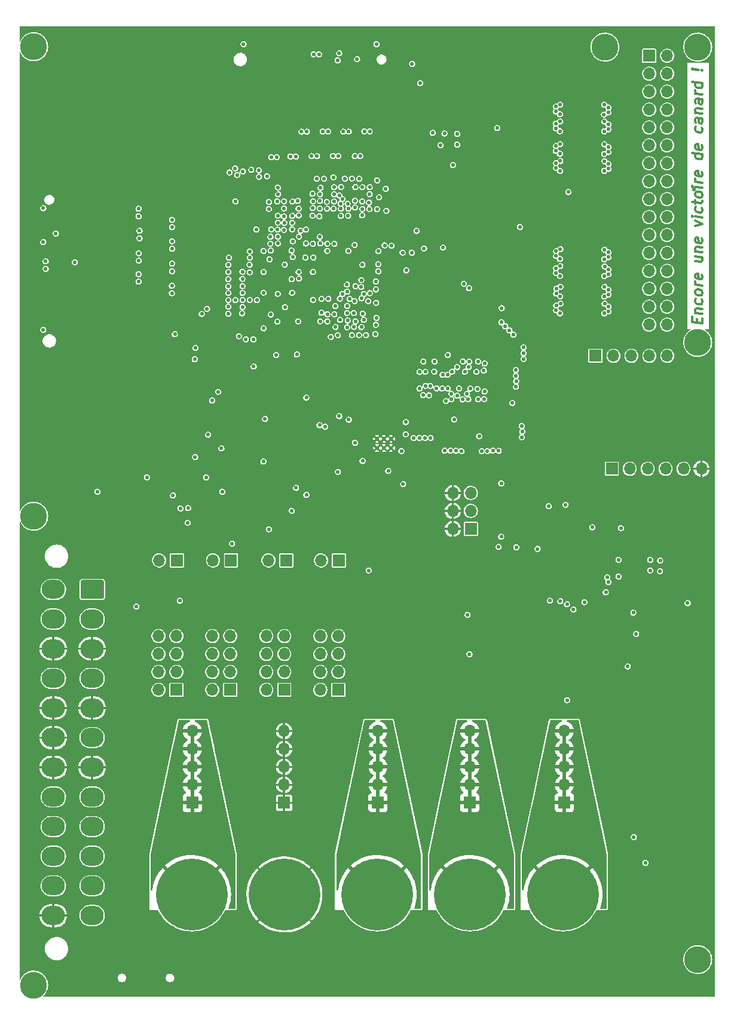
<source format=gbr>
%TF.GenerationSoftware,KiCad,Pcbnew,(5.99.0-3304-gcc86630f1-dirty)*%
%TF.CreationDate,2021-01-15T17:35:11+01:00*%
%TF.ProjectId,FD,46442e6b-6963-4616-945f-706362585858,rev?*%
%TF.SameCoordinates,Original*%
%TF.FileFunction,Copper,L4,Inr*%
%TF.FilePolarity,Positive*%
%FSLAX46Y46*%
G04 Gerber Fmt 4.6, Leading zero omitted, Abs format (unit mm)*
G04 Created by KiCad (PCBNEW (5.99.0-3304-gcc86630f1-dirty)) date 2021-01-15 17:35:11*
%MOMM*%
%LPD*%
G01*
G04 APERTURE LIST*
%ADD10C,0.300000*%
%TA.AperFunction,ComponentPad*%
%ADD11O,3.300000X2.700000*%
%TD*%
%TA.AperFunction,ComponentPad*%
%ADD12R,1.700000X1.700000*%
%TD*%
%TA.AperFunction,ComponentPad*%
%ADD13O,1.700000X1.700000*%
%TD*%
%TA.AperFunction,ComponentPad*%
%ADD14C,10.160000*%
%TD*%
%TA.AperFunction,ComponentPad*%
%ADD15C,0.500000*%
%TD*%
%TA.AperFunction,ComponentPad*%
%ADD16C,3.800000*%
%TD*%
%TA.AperFunction,ViaPad*%
%ADD17C,0.560000*%
%TD*%
G04 APERTURE END LIST*
D10*
X233462857Y-64492366D02*
X233462857Y-63992366D01*
X234248571Y-63876294D02*
X234248571Y-64590580D01*
X232748571Y-64403080D01*
X232748571Y-63688794D01*
X233248571Y-63108437D02*
X234248571Y-63233437D01*
X233391428Y-63126294D02*
X233320000Y-63045937D01*
X233248571Y-62894151D01*
X233248571Y-62679866D01*
X233320000Y-62545937D01*
X233462857Y-62492366D01*
X234248571Y-62590580D01*
X234177142Y-61224508D02*
X234248571Y-61376294D01*
X234248571Y-61662008D01*
X234177142Y-61795937D01*
X234105714Y-61858437D01*
X233962857Y-61912008D01*
X233534285Y-61858437D01*
X233391428Y-61769151D01*
X233320000Y-61688794D01*
X233248571Y-61537008D01*
X233248571Y-61251294D01*
X233320000Y-61117366D01*
X234248571Y-60376294D02*
X234177142Y-60510223D01*
X234105714Y-60572723D01*
X233962857Y-60626294D01*
X233534285Y-60572723D01*
X233391428Y-60483437D01*
X233320000Y-60403080D01*
X233248571Y-60251294D01*
X233248571Y-60037008D01*
X233320000Y-59903080D01*
X233391428Y-59840580D01*
X233534285Y-59787008D01*
X233962857Y-59840580D01*
X234105714Y-59929866D01*
X234177142Y-60010223D01*
X234248571Y-60162008D01*
X234248571Y-60376294D01*
X234248571Y-59233437D02*
X233248571Y-59108437D01*
X233534285Y-59144151D02*
X233391428Y-59054866D01*
X233320000Y-58974508D01*
X233248571Y-58822723D01*
X233248571Y-58679866D01*
X234177142Y-57724508D02*
X234248571Y-57876294D01*
X234248571Y-58162008D01*
X234177142Y-58295937D01*
X234034285Y-58349508D01*
X233462857Y-58278080D01*
X233320000Y-58188794D01*
X233248571Y-58037008D01*
X233248571Y-57751294D01*
X233320000Y-57617366D01*
X233462857Y-57563794D01*
X233605714Y-57581651D01*
X233748571Y-58313794D01*
X233248571Y-55108437D02*
X234248571Y-55233437D01*
X233248571Y-55751294D02*
X234034285Y-55849508D01*
X234177142Y-55795937D01*
X234248571Y-55662008D01*
X234248571Y-55447723D01*
X234177142Y-55295937D01*
X234105714Y-55215580D01*
X233248571Y-54394151D02*
X234248571Y-54519151D01*
X233391428Y-54412008D02*
X233320000Y-54331651D01*
X233248571Y-54179866D01*
X233248571Y-53965580D01*
X233320000Y-53831651D01*
X233462857Y-53778080D01*
X234248571Y-53876294D01*
X234177142Y-52581651D02*
X234248571Y-52733437D01*
X234248571Y-53019151D01*
X234177142Y-53153080D01*
X234034285Y-53206651D01*
X233462857Y-53135223D01*
X233320000Y-53045937D01*
X233248571Y-52894151D01*
X233248571Y-52608437D01*
X233320000Y-52474508D01*
X233462857Y-52420937D01*
X233605714Y-52438794D01*
X233748571Y-53170937D01*
X233248571Y-50751294D02*
X234248571Y-50519151D01*
X233248571Y-50037008D01*
X234248571Y-49590580D02*
X233248571Y-49465580D01*
X232748571Y-49403080D02*
X232820000Y-49483437D01*
X232891428Y-49420937D01*
X232820000Y-49340580D01*
X232748571Y-49403080D01*
X232891428Y-49420937D01*
X234177142Y-48224508D02*
X234248571Y-48376294D01*
X234248571Y-48662008D01*
X234177142Y-48795937D01*
X234105714Y-48858437D01*
X233962857Y-48912008D01*
X233534285Y-48858437D01*
X233391428Y-48769151D01*
X233320000Y-48688794D01*
X233248571Y-48537008D01*
X233248571Y-48251294D01*
X233320000Y-48117366D01*
X233248571Y-47679866D02*
X233248571Y-47108437D01*
X232748571Y-47403080D02*
X234034285Y-47563794D01*
X234177142Y-47510223D01*
X234248571Y-47376294D01*
X234248571Y-47233437D01*
X234248571Y-46519151D02*
X234177142Y-46653080D01*
X234105714Y-46715580D01*
X233962857Y-46769151D01*
X233534285Y-46715580D01*
X233391428Y-46626294D01*
X233320000Y-46545937D01*
X233248571Y-46394151D01*
X233248571Y-46179866D01*
X233320000Y-46045937D01*
X233391428Y-45983437D01*
X233534285Y-45929866D01*
X233962857Y-45983437D01*
X234105714Y-46072723D01*
X234177142Y-46153080D01*
X234248571Y-46304866D01*
X234248571Y-46519151D01*
X234248571Y-45376294D02*
X233248571Y-45251294D01*
X232748571Y-45188794D02*
X232820000Y-45269151D01*
X232891428Y-45206651D01*
X232820000Y-45126294D01*
X232748571Y-45188794D01*
X232891428Y-45206651D01*
X234248571Y-44662008D02*
X233248571Y-44537008D01*
X233534285Y-44572723D02*
X233391428Y-44483437D01*
X233320000Y-44403080D01*
X233248571Y-44251294D01*
X233248571Y-44108437D01*
X234177142Y-43153080D02*
X234248571Y-43304866D01*
X234248571Y-43590580D01*
X234177142Y-43724508D01*
X234034285Y-43778080D01*
X233462857Y-43706651D01*
X233320000Y-43617366D01*
X233248571Y-43465580D01*
X233248571Y-43179866D01*
X233320000Y-43045937D01*
X233462857Y-42992366D01*
X233605714Y-43010223D01*
X233748571Y-43742366D01*
X234248571Y-40662008D02*
X232748571Y-40474508D01*
X234177142Y-40653080D02*
X234248571Y-40804866D01*
X234248571Y-41090580D01*
X234177142Y-41224508D01*
X234105714Y-41287008D01*
X233962857Y-41340580D01*
X233534285Y-41287008D01*
X233391428Y-41197723D01*
X233320000Y-41117366D01*
X233248571Y-40965580D01*
X233248571Y-40679866D01*
X233320000Y-40545937D01*
X234177142Y-39367366D02*
X234248571Y-39519151D01*
X234248571Y-39804866D01*
X234177142Y-39938794D01*
X234034285Y-39992366D01*
X233462857Y-39920937D01*
X233320000Y-39831651D01*
X233248571Y-39679866D01*
X233248571Y-39394151D01*
X233320000Y-39260223D01*
X233462857Y-39206651D01*
X233605714Y-39224508D01*
X233748571Y-39956651D01*
X234177142Y-36867366D02*
X234248571Y-37019151D01*
X234248571Y-37304866D01*
X234177142Y-37438794D01*
X234105714Y-37501294D01*
X233962857Y-37554866D01*
X233534285Y-37501294D01*
X233391428Y-37412008D01*
X233320000Y-37331651D01*
X233248571Y-37179866D01*
X233248571Y-36894151D01*
X233320000Y-36760223D01*
X234248571Y-35590580D02*
X233462857Y-35492366D01*
X233320000Y-35545937D01*
X233248571Y-35679866D01*
X233248571Y-35965580D01*
X233320000Y-36117366D01*
X234177142Y-35581651D02*
X234248571Y-35733437D01*
X234248571Y-36090580D01*
X234177142Y-36224508D01*
X234034285Y-36278080D01*
X233891428Y-36260223D01*
X233748571Y-36170937D01*
X233677142Y-36019151D01*
X233677142Y-35662008D01*
X233605714Y-35510223D01*
X233248571Y-34751294D02*
X234248571Y-34876294D01*
X233391428Y-34769151D02*
X233320000Y-34688794D01*
X233248571Y-34537008D01*
X233248571Y-34322723D01*
X233320000Y-34188794D01*
X233462857Y-34135223D01*
X234248571Y-34233437D01*
X234248571Y-32876294D02*
X233462857Y-32778080D01*
X233320000Y-32831651D01*
X233248571Y-32965580D01*
X233248571Y-33251294D01*
X233320000Y-33403080D01*
X234177142Y-32867366D02*
X234248571Y-33019151D01*
X234248571Y-33376294D01*
X234177142Y-33510223D01*
X234034285Y-33563794D01*
X233891428Y-33545937D01*
X233748571Y-33456651D01*
X233677142Y-33304866D01*
X233677142Y-32947723D01*
X233605714Y-32795937D01*
X234248571Y-32162008D02*
X233248571Y-32037008D01*
X233534285Y-32072723D02*
X233391428Y-31983437D01*
X233320000Y-31903080D01*
X233248571Y-31751294D01*
X233248571Y-31608437D01*
X234248571Y-30590580D02*
X232748571Y-30403080D01*
X234177142Y-30581651D02*
X234248571Y-30733437D01*
X234248571Y-31019151D01*
X234177142Y-31153080D01*
X234105714Y-31215580D01*
X233962857Y-31269151D01*
X233534285Y-31215580D01*
X233391428Y-31126294D01*
X233320000Y-31045937D01*
X233248571Y-30894151D01*
X233248571Y-30608437D01*
X233320000Y-30474508D01*
X234105714Y-28715580D02*
X234177142Y-28653080D01*
X234248571Y-28733437D01*
X234177142Y-28795937D01*
X234105714Y-28715580D01*
X234248571Y-28733437D01*
X233677142Y-28662008D02*
X232820000Y-28626294D01*
X232748571Y-28545937D01*
X232820000Y-28483437D01*
X233677142Y-28662008D01*
X232748571Y-28545937D01*
%TO.N,+3.3V*%
%TO.C,J2*%
%TA.AperFunction,ComponentPad*%
G36*
G01*
X146400001Y-100950000D02*
X149199999Y-100950000D01*
G75*
G02*
X149450000Y-101200001I0J-250001D01*
G01*
X149450000Y-103399999D01*
G75*
G02*
X149199999Y-103650000I-250001J0D01*
G01*
X146400001Y-103650000D01*
G75*
G02*
X146150000Y-103399999I0J250001D01*
G01*
X146150000Y-101200001D01*
G75*
G02*
X146400001Y-100950000I250001J0D01*
G01*
G37*
%TD.AperFunction*%
D11*
X147800000Y-106500000D03*
%TO.N,GND*%
X147800000Y-110700000D03*
%TO.N,+5V*%
X147800000Y-114900000D03*
%TO.N,GND*%
X147800000Y-119100000D03*
%TO.N,+5V*%
X147800000Y-123300000D03*
%TO.N,GND*%
X147800000Y-127500000D03*
%TO.N,ATX_POWEROK*%
X147800000Y-131700000D03*
%TO.N,Net-(J2-Pad9)*%
X147800000Y-135900000D03*
%TO.N,+12V*%
X147800000Y-140100000D03*
X147800000Y-144300000D03*
%TO.N,+3.3V*%
X147800000Y-148500000D03*
X142300000Y-102300000D03*
%TO.N,-12V*%
X142300000Y-106500000D03*
%TO.N,GND*%
X142300000Y-110700000D03*
%TO.N,Net-(J2-Pad16)*%
X142300000Y-114900000D03*
%TO.N,GND*%
X142300000Y-119100000D03*
X142300000Y-123300000D03*
X142300000Y-127500000D03*
%TO.N,Net-(J2-Pad20)*%
X142300000Y-131700000D03*
%TO.N,+5V*%
X142300000Y-135900000D03*
X142300000Y-140100000D03*
X142300000Y-144300000D03*
%TO.N,GND*%
X142300000Y-148500000D03*
%TD*%
D12*
%TO.N,Net-(J3-Pad1)*%
%TO.C,J3*%
X159720000Y-116530000D03*
D13*
%TO.N,+3.3V*%
X157180000Y-116530000D03*
%TO.N,Net-(J3-Pad1)*%
X159720000Y-113990000D03*
%TO.N,VCCAUX*%
X157180000Y-113990000D03*
%TO.N,Net-(J3-Pad1)*%
X159720000Y-111450000D03*
%TO.N,VCCFPGA_S1_1.2V*%
X157180000Y-111450000D03*
%TO.N,Net-(J3-Pad1)*%
X159720000Y-108910000D03*
%TO.N,VCCBRAM*%
X157180000Y-108910000D03*
%TD*%
D12*
%TO.N,Net-(J4-Pad1)*%
%TO.C,J4*%
X167364466Y-116530000D03*
D13*
%TO.N,+3.3V*%
X164824466Y-116530000D03*
%TO.N,Net-(J4-Pad1)*%
X167364466Y-113990000D03*
%TO.N,VCCAUX*%
X164824466Y-113990000D03*
%TO.N,Net-(J4-Pad1)*%
X167364466Y-111450000D03*
%TO.N,VCCFPGA_S1_1.2V*%
X164824466Y-111450000D03*
%TO.N,Net-(J4-Pad1)*%
X167364466Y-108910000D03*
%TO.N,VCCBRAM*%
X164824466Y-108910000D03*
%TD*%
D12*
%TO.N,Net-(J5-Pad1)*%
%TO.C,J5*%
X175008932Y-116530000D03*
D13*
%TO.N,+3.3V*%
X172468932Y-116530000D03*
%TO.N,Net-(J5-Pad1)*%
X175008932Y-113990000D03*
%TO.N,VCCAUX*%
X172468932Y-113990000D03*
%TO.N,Net-(J5-Pad1)*%
X175008932Y-111450000D03*
%TO.N,VCCFPGA_S1_1.2V*%
X172468932Y-111450000D03*
%TO.N,Net-(J5-Pad1)*%
X175008932Y-108910000D03*
%TO.N,VCCBRAM*%
X172468932Y-108910000D03*
%TD*%
D12*
%TO.N,Net-(J6-Pad1)*%
%TO.C,J6*%
X182653398Y-116530000D03*
D13*
%TO.N,+3.3V*%
X180113398Y-116530000D03*
%TO.N,Net-(J6-Pad1)*%
X182653398Y-113990000D03*
%TO.N,VCCAUX*%
X180113398Y-113990000D03*
%TO.N,Net-(J6-Pad1)*%
X182653398Y-111450000D03*
%TO.N,VCCFPGA_S1_1.2V*%
X180113398Y-111450000D03*
%TO.N,Net-(J6-Pad1)*%
X182653398Y-108910000D03*
%TO.N,VCCBRAM*%
X180113398Y-108910000D03*
%TD*%
D12*
%TO.N,VCCFPGA_S1_VREF_V1*%
%TO.C,J7*%
X159816602Y-98180000D03*
D13*
%TO.N,Net-(J7-Pad2)*%
X157276602Y-98180000D03*
%TD*%
D12*
%TO.N,VCCFPGA_S1_VREF_V2*%
%TO.C,J8*%
X167461068Y-98180000D03*
D13*
%TO.N,Net-(J8-Pad2)*%
X164921068Y-98180000D03*
%TD*%
D12*
%TO.N,VCCFPGA_S1_VREF_V3*%
%TO.C,J9*%
X175305030Y-98180000D03*
D13*
%TO.N,Net-(J9-Pad2)*%
X172765030Y-98180000D03*
%TD*%
D12*
%TO.N,VCCFPGA_S1_VREF_V4*%
%TO.C,J10*%
X182750000Y-98180000D03*
D13*
%TO.N,Net-(J10-Pad2)*%
X180210000Y-98180000D03*
%TD*%
D14*
%TO.N,-12V*%
%TO.C,J11*%
X161880000Y-145520000D03*
%TD*%
%TO.N,+5V*%
%TO.C,J12*%
X201330000Y-145520000D03*
%TD*%
%TO.N,+12V*%
%TO.C,J13*%
X214480000Y-145520000D03*
%TD*%
D12*
%TO.N,-12V*%
%TO.C,J14*%
X161980000Y-132520000D03*
D13*
X161980000Y-129980000D03*
X161980000Y-127440000D03*
X161980000Y-124900000D03*
X161980000Y-122360000D03*
%TD*%
D12*
%TO.N,+5V*%
%TO.C,J15*%
X201280000Y-132520000D03*
D13*
X201280000Y-129980000D03*
X201280000Y-127440000D03*
X201280000Y-124900000D03*
X201280000Y-122360000D03*
%TD*%
D12*
%TO.N,+12V*%
%TO.C,J16*%
X214680000Y-132520000D03*
D13*
X214680000Y-129980000D03*
X214680000Y-127440000D03*
X214680000Y-124900000D03*
X214680000Y-122360000D03*
%TD*%
D14*
%TO.N,+3.3V*%
%TO.C,J19*%
X188180000Y-145520000D03*
%TD*%
%TO.N,GND*%
%TO.C,J20*%
X175030000Y-145520000D03*
%TD*%
D12*
%TO.N,+3.3V*%
%TO.C,J21*%
X188280000Y-132520000D03*
D13*
X188280000Y-129980000D03*
X188280000Y-127440000D03*
X188280000Y-124900000D03*
X188280000Y-122360000D03*
%TD*%
D12*
%TO.N,GND*%
%TO.C,J22*%
X174980000Y-132520000D03*
D13*
X174980000Y-129980000D03*
X174980000Y-127440000D03*
X174980000Y-124900000D03*
X174980000Y-122360000D03*
%TD*%
D12*
%TO.N,VTRANS_1_1*%
%TO.C,J31*%
X226700000Y-26680000D03*
D13*
%TO.N,VTRANS_2_1*%
X229240000Y-26680000D03*
%TO.N,VTRANS_1_2*%
X226700000Y-29220000D03*
%TO.N,VTRANS_2_2*%
X229240000Y-29220000D03*
%TO.N,VTRANS_1_3*%
X226700000Y-31760000D03*
%TO.N,VTRANS_2_3*%
X229240000Y-31760000D03*
%TO.N,VTRANS_1_4*%
X226700000Y-34300000D03*
%TO.N,VTRANS_2_4*%
X229240000Y-34300000D03*
%TO.N,VTRANS_1_5*%
X226700000Y-36840000D03*
%TO.N,VTRANS_2_5*%
X229240000Y-36840000D03*
%TO.N,VTRANS_1_6*%
X226700000Y-39380000D03*
%TO.N,VTRANS_2_6*%
X229240000Y-39380000D03*
%TO.N,VTRANS_1_7*%
X226700000Y-41920000D03*
%TO.N,VTRANS_2_7*%
X229240000Y-41920000D03*
%TO.N,VTRANS_1_8*%
X226700000Y-44460000D03*
%TO.N,VTRANS_2_8*%
X229240000Y-44460000D03*
%TO.N,VTRANS_3_1*%
X226700000Y-47000000D03*
%TO.N,VTRANS_4_1*%
X229240000Y-47000000D03*
%TO.N,VTRANS_3_2*%
X226700000Y-49540000D03*
%TO.N,VTRANS_4_2*%
X229240000Y-49540000D03*
%TO.N,VTRANS_3_3*%
X226700000Y-52080000D03*
%TO.N,VTRANS_4_3*%
X229240000Y-52080000D03*
%TO.N,VTRANS_3_4*%
X226700000Y-54620000D03*
%TO.N,VTRANS_4_4*%
X229240000Y-54620000D03*
%TO.N,VTRANS_3_5*%
X226700000Y-57160000D03*
%TO.N,VTRANS_4_5*%
X229240000Y-57160000D03*
%TO.N,VTRANS_3_6*%
X226700000Y-59700000D03*
%TO.N,VTRANS_4_6*%
X229240000Y-59700000D03*
%TO.N,VTRANS_3_7*%
X226700000Y-62240000D03*
%TO.N,VTRANS_4_7*%
X229240000Y-62240000D03*
%TO.N,VTRANS_3_8*%
X226700000Y-64780000D03*
%TO.N,VTRANS_4_8*%
X229240000Y-64780000D03*
%TD*%
D12*
%TO.N,Net-(D8-Pad1)*%
%TO.C,J32*%
X221400000Y-85200000D03*
D13*
%TO.N,Net-(D7-Pad1)*%
X223940000Y-85200000D03*
%TO.N,Net-(D6-Pad1)*%
X226480000Y-85200000D03*
%TO.N,Net-(D5-Pad1)*%
X229020000Y-85200000D03*
%TO.N,VCCAUX*%
X231560000Y-85200000D03*
%TO.N,GND*%
X234100000Y-85200000D03*
%TD*%
D12*
%TO.N,/fgpa-logic/m0*%
%TO.C,J33*%
X201430000Y-93710000D03*
D13*
%TO.N,GND*%
X198890000Y-93710000D03*
%TO.N,/fgpa-logic/m1*%
X201430000Y-91170000D03*
%TO.N,GND*%
X198890000Y-91170000D03*
%TO.N,/fgpa-logic/m2*%
X201430000Y-88630000D03*
%TO.N,GND*%
X198890000Y-88630000D03*
%TD*%
D15*
%TO.N,GND*%
%TO.C,U10*%
X188135000Y-82255000D03*
X190135000Y-80955000D03*
X189135000Y-80955000D03*
X189135000Y-82255000D03*
X188135000Y-80955000D03*
X190135000Y-82255000D03*
%TD*%
D12*
%TO.N,Net-(C11-Pad2)*%
%TO.C,J30*%
X219100000Y-69200000D03*
D13*
X221640000Y-69200000D03*
X224180000Y-69200000D03*
X226720000Y-69200000D03*
X229260000Y-69200000D03*
%TD*%
D16*
%TO.N,N/C*%
%TO.C,REF\u002A\u002A*%
X139510000Y-25404999D03*
%TD*%
%TO.N,N/C*%
%TO.C,REF\u002A\u002A*%
X233570000Y-154750000D03*
%TD*%
%TO.N,N/C*%
%TO.C,REF\u002A\u002A*%
X233570000Y-25444999D03*
%TD*%
%TO.N,N/C*%
%TO.C,REF\u002A\u002A*%
X139510000Y-158360000D03*
%TD*%
%TO.N,N/C*%
%TO.C,REF\u002A\u002A*%
X139510000Y-91920000D03*
%TD*%
%TO.N,N/C*%
%TO.C,REF\u002A\u002A*%
X233570000Y-67300000D03*
%TD*%
%TO.N,N/C*%
%TO.C,REF\u002A\u002A*%
X220440000Y-25444999D03*
%TD*%
D17*
%TO.N,VCCFPGA_S1_MGT*%
X155540000Y-86410000D03*
%TO.N,ATX_POWEROK*%
X161380000Y-90780000D03*
%TO.N,VCCDDR_1.35V_VREF*%
X192300000Y-57090000D03*
X185100000Y-59330000D03*
X176790000Y-69010000D03*
X191600000Y-82700000D03*
X183990000Y-64200000D03*
X205810000Y-62430000D03*
X184140000Y-78260000D03*
%TO.N,GND*%
X189100000Y-57180000D03*
X204900000Y-76800000D03*
X181110000Y-81270000D03*
X188620000Y-50610000D03*
X232380000Y-102880000D03*
X211400000Y-47600000D03*
X163500000Y-58900000D03*
X167970000Y-85480000D03*
X215270000Y-82200000D03*
X151870000Y-80530000D03*
X194460000Y-80070000D03*
X165980000Y-57531802D03*
X202400000Y-62800000D03*
X182300000Y-92700000D03*
X207400000Y-81300000D03*
X168160000Y-60310000D03*
X233000000Y-45600000D03*
X166300000Y-94800000D03*
X162300000Y-53800000D03*
X160800000Y-61000000D03*
X213890000Y-96510000D03*
X192594540Y-67345000D03*
X201500000Y-82700000D03*
X177950000Y-66520000D03*
X154000000Y-68100000D03*
X174110000Y-48340000D03*
X199430000Y-55360000D03*
X183100000Y-62204999D03*
X212740000Y-69710000D03*
X193210000Y-56630000D03*
X192900000Y-91700000D03*
X173140000Y-57260000D03*
X179060000Y-50320000D03*
X212650000Y-68020000D03*
X185070000Y-49269999D03*
X171080000Y-63290000D03*
X208260000Y-74720000D03*
X154500000Y-92300000D03*
X216856250Y-83400000D03*
X176880000Y-42590000D03*
X152800000Y-95200000D03*
X212700000Y-71360000D03*
X206165000Y-72640001D03*
X173200000Y-35100000D03*
X200930000Y-77810000D03*
X167130000Y-79660000D03*
X198200000Y-61630000D03*
X173520000Y-76510000D03*
X183090000Y-58280000D03*
X218400000Y-78100000D03*
X234356250Y-98650000D03*
X216830000Y-96080000D03*
X205913266Y-66256734D03*
X204920000Y-63250000D03*
X203820000Y-62230000D03*
X212660000Y-79090000D03*
X157900000Y-46100000D03*
X214800000Y-50000000D03*
X182170000Y-71270000D03*
X215840000Y-101460000D03*
X158800000Y-82800000D03*
X167140000Y-81200000D03*
X169120000Y-50320000D03*
X159400000Y-74300000D03*
X167100000Y-47320000D03*
X186900000Y-65100000D03*
X173130000Y-46250000D03*
X196200000Y-53710000D03*
X178048290Y-56291710D03*
X196520000Y-51470000D03*
X198218266Y-77398266D03*
X167080000Y-87160000D03*
X150300000Y-62700000D03*
X206700000Y-74500000D03*
X207600000Y-70010000D03*
X198900000Y-59280000D03*
X150190000Y-92060000D03*
X192000000Y-39600000D03*
X169800000Y-35100000D03*
X176069999Y-52180000D03*
X176180000Y-57320000D03*
X148730000Y-91360000D03*
X200100000Y-72300000D03*
X166100000Y-92000000D03*
X202650000Y-60850000D03*
X179480000Y-82070000D03*
X199800000Y-33600000D03*
X222700000Y-48000000D03*
X208170000Y-67070000D03*
X204700000Y-81700000D03*
X173460000Y-88780000D03*
X180000000Y-58200000D03*
X191400000Y-35500000D03*
X208500000Y-75900000D03*
X223756250Y-93600000D03*
X201220000Y-79980000D03*
X161700000Y-56900000D03*
X164500000Y-56000000D03*
X181120000Y-49350000D03*
X203100000Y-66500000D03*
X170090000Y-59290000D03*
X171150000Y-49290000D03*
X173582500Y-82642500D03*
X173620000Y-66440000D03*
X177950000Y-68890000D03*
X170600000Y-92800000D03*
X185150000Y-60280000D03*
X164200000Y-52400000D03*
X223100000Y-73700000D03*
X184920000Y-85100000D03*
X181100000Y-60300000D03*
X199090000Y-80490000D03*
X184100000Y-45320000D03*
%TO.N,+3.3V*%
X169240000Y-25030000D03*
X223670000Y-113220000D03*
X222700000Y-93600000D03*
X215976250Y-105148245D03*
X140870000Y-65510000D03*
X218656250Y-93500000D03*
X188080000Y-25030000D03*
X193110000Y-27830000D03*
X140880000Y-48280000D03*
X162320000Y-69680000D03*
%TO.N,+5V*%
X180785000Y-79235000D03*
X154070000Y-104710000D03*
X176680000Y-87910000D03*
%TO.N,Net-(C1-Pad1)*%
X228240000Y-99710000D03*
X228260000Y-98200000D03*
%TO.N,Net-(C4-Pad1)*%
X222340000Y-98090000D03*
X222350000Y-100460000D03*
%TO.N,Net-(C7-Pad1)*%
X220910023Y-101241838D03*
X214860816Y-90295434D03*
%TO.N,Net-(C8-Pad1)*%
X212456250Y-90500000D03*
X220756250Y-100600000D03*
%TO.N,Net-(C9-Pad1)*%
X212656250Y-103900000D03*
X210890000Y-96550000D03*
X220556250Y-102700000D03*
%TO.N,VCCBRAM*%
X215090000Y-117980000D03*
X170110000Y-57360000D03*
X176060000Y-58330000D03*
X172087494Y-57312506D03*
X176110000Y-60270000D03*
X174086629Y-60399883D03*
X177110000Y-58250000D03*
X175075001Y-56275001D03*
X170680000Y-70710000D03*
%TO.N,VCCFPGA_S1_1.2V*%
X200970000Y-105890000D03*
X172060000Y-84170000D03*
%TO.N,VCCAUX*%
X170130001Y-54390000D03*
X172070000Y-54320000D03*
X162440000Y-68080000D03*
X205740000Y-87270000D03*
X181100000Y-54310000D03*
X182990000Y-47640000D03*
X180040000Y-48330000D03*
X176032089Y-54282087D03*
X205740000Y-94840000D03*
X181970000Y-43900000D03*
X179130000Y-55250000D03*
X186980000Y-99600000D03*
%TO.N,VCCDDR_1.35V*%
X207320000Y-75880000D03*
X182610000Y-85635102D03*
X182780000Y-77750000D03*
X199060000Y-78220000D03*
X186100000Y-84100000D03*
X192200000Y-80300000D03*
X181100000Y-63300000D03*
X202610000Y-80590000D03*
X183240000Y-60440000D03*
X179080000Y-61270000D03*
X185100000Y-64300000D03*
%TO.N,VCCFPGA_S1_MGT*%
X168090000Y-61300000D03*
X169010000Y-63190000D03*
X167170000Y-55305000D03*
X148550000Y-88440000D03*
%TO.N,Net-(D1-Pad1)*%
X224456250Y-105600000D03*
X214108239Y-103969998D03*
%TO.N,Net-(D2-Pad1)*%
X224856250Y-108600000D03*
X215056250Y-104400000D03*
%TO.N,Net-(D5-Pad1)*%
X180100000Y-53270000D03*
%TO.N,Net-(D6-Pad1)*%
X182110000Y-53310000D03*
%TO.N,Net-(D7-Pad1)*%
X181100000Y-53300000D03*
%TO.N,Net-(D8-Pad1)*%
X184110000Y-54310000D03*
%TO.N,ATX_POWEROK*%
X224520000Y-137390000D03*
X164800000Y-75520000D03*
%TO.N,Net-(J2-Pad9)*%
X226170000Y-141030000D03*
%TO.N,VCCFPGA_S1_VREF_V1*%
X189230000Y-53540000D03*
X201180000Y-59620000D03*
X192240000Y-78590000D03*
X191840000Y-87380000D03*
%TO.N,VCCFPGA_S1_VREF_V2*%
X168110000Y-47290000D03*
%TO.N,VCCFPGA_S1_VREF_V3*%
X174100000Y-52300000D03*
X175110000Y-62300000D03*
X174120000Y-49320000D03*
%TO.N,VCCFPGA_S1_VREF_V4*%
X173860000Y-69080000D03*
%TO.N,/fgpa-logic/m0*%
X188350000Y-54360000D03*
%TO.N,/fgpa-logic/m1*%
X188320000Y-56240000D03*
%TO.N,/fgpa-logic/m2*%
X188330000Y-57200000D03*
%TO.N,VCCFPGA_S1_PG*%
X161340000Y-92830000D03*
X160210000Y-103910000D03*
%TO.N,VCCFPGA_S1_VARIABLE_V1*%
X184980000Y-53490000D03*
X190210000Y-53610000D03*
X176080000Y-91140000D03*
X186080000Y-56300000D03*
%TO.N,VCCFPGA_S1_VARIABLE_V2*%
X167620000Y-95790000D03*
X171050000Y-51290000D03*
%TO.N,VCCFPGA_S1_VARIABLE_V3*%
X172849989Y-47378279D03*
X172850000Y-93760000D03*
X176150000Y-49370000D03*
X173150000Y-51270000D03*
X178990000Y-46230000D03*
X174120000Y-53280001D03*
%TO.N,VCCFPGA_S1_VARIABLE_V4*%
X172100000Y-65300000D03*
X168610406Y-66410420D03*
X178140000Y-88900000D03*
X176985000Y-64301326D03*
%TO.N,Net-(R5-Pad1)*%
X226856250Y-98100000D03*
X226856250Y-99600000D03*
%TO.N,VCCFPGA_S0_PG*%
X166110000Y-82310000D03*
X165660000Y-74290000D03*
X166230000Y-88460000D03*
X162380000Y-83540000D03*
%TO.N,Net-(R34-Pad1)*%
X163940000Y-86420000D03*
X160320000Y-90810000D03*
%TO.N,Net-(R35-Pad1)*%
X164230000Y-80370000D03*
X159240000Y-88990000D03*
%TO.N,Net-(R42-Pad1)*%
X189735000Y-85505000D03*
X180000000Y-79020000D03*
X185035000Y-81505000D03*
%TO.N,FLASH_CONFIG_CLK*%
X208390000Y-50930000D03*
X176200000Y-55200000D03*
%TO.N,Net-(R46-Pad2)*%
X183600000Y-44080000D03*
%TO.N,VTRANS_OE*%
X215250000Y-46000000D03*
X180060000Y-52340000D03*
%TO.N,Net-(R48-Pad2)*%
X172095000Y-60240000D03*
%TO.N,Net-(R51-Pad2)*%
X193750000Y-51500000D03*
X178018551Y-55270869D03*
%TO.N,Net-(R52-Pad2)*%
X191770000Y-54570000D03*
X177040000Y-57310000D03*
%TO.N,Net-(R53-Pad2)*%
X193082697Y-54570515D03*
X179072812Y-57316233D03*
%TO.N,Net-(R61-Pad2)*%
X197500000Y-53860000D03*
X172902911Y-55507089D03*
%TO.N,FLASH_CONFIG_IO_3*%
X180150000Y-45370000D03*
X205170000Y-36930000D03*
%TO.N,FLASH_CONFIG_IO_2*%
X180070000Y-46290000D03*
X199490000Y-37740000D03*
%TO.N,FLASH_CONFIG_IO_0*%
X197700000Y-37700000D03*
X179600000Y-44100000D03*
%TO.N,Net-(R66-Pad1)*%
X197160000Y-39350000D03*
X199510000Y-39260000D03*
%TO.N,FLASH_CONFIG_IO_1*%
X180650000Y-44090000D03*
X196050000Y-37600000D03*
%TO.N,DDR_CK_N*%
X198120000Y-71894670D03*
X184980000Y-61450000D03*
%TO.N,DDR_CK_P*%
X197440000Y-71894670D03*
X184280000Y-61130000D03*
%TO.N,RN1_5*%
X214111961Y-54088143D03*
X184090000Y-48350000D03*
%TO.N,RN1_6*%
X187080000Y-48380052D03*
X213517256Y-54374376D03*
%TO.N,RN1_7*%
X188140000Y-48430000D03*
X213507117Y-55055050D03*
%TO.N,RN1_8*%
X214070000Y-55470000D03*
X186076404Y-48380052D03*
%TO.N,RN3_5*%
X214121961Y-61798143D03*
X183033266Y-49366734D03*
%TO.N,RN3_6*%
X213527256Y-62084376D03*
X181080000Y-48340000D03*
%TO.N,RN3_7*%
X179980000Y-49410000D03*
X213517117Y-62765050D03*
%TO.N,RN3_8*%
X179010000Y-49320000D03*
X214080000Y-63180000D03*
%TO.N,RN4_5*%
X214131961Y-59398143D03*
X183040000Y-48350000D03*
%TO.N,RN4_6*%
X186040000Y-49290053D03*
X213537256Y-59684376D03*
%TO.N,RN4_7*%
X213527117Y-60365050D03*
X184060000Y-49330000D03*
%TO.N,RN4_8*%
X214090000Y-60780000D03*
X181990000Y-48340000D03*
%TO.N,FPGA_SER_TX*%
X178060000Y-53280000D03*
X207880000Y-96320000D03*
%TO.N,FPGA_SER_RX*%
X179050000Y-53320000D03*
X205370000Y-96260000D03*
%TO.N,Net-(R10-Pad1)*%
X217520000Y-104090000D03*
X232150000Y-104250000D03*
%TO.N,DDR_A10*%
X198790000Y-71410000D03*
X207840000Y-73590000D03*
X186600000Y-66250000D03*
%TO.N,DDR_NRAS*%
X186270000Y-64110000D03*
X197360000Y-73840000D03*
X193340000Y-80820000D03*
%TO.N,DDR_BA2*%
X186142003Y-63209999D03*
X199340000Y-82660000D03*
X199770000Y-73820000D03*
%TO.N,DDR_A6*%
X188030000Y-61680000D03*
X208920000Y-68010000D03*
X202470000Y-69980000D03*
%TO.N,DDR_A2*%
X187980000Y-59800000D03*
X204560000Y-82640000D03*
X201350000Y-73850000D03*
%TO.N,DDR_A15*%
X199500000Y-70800000D03*
X187910000Y-66110000D03*
X207860000Y-72800000D03*
%TO.N,DDR_CKE*%
X187990000Y-64800000D03*
X198180000Y-69090000D03*
X205770000Y-64450000D03*
%TO.N,DDR_A12*%
X200580000Y-71470000D03*
X188060000Y-63800000D03*
X206320000Y-65020000D03*
%TO.N,DDR_A8*%
X203390000Y-70290000D03*
X208920000Y-68820000D03*
X186910000Y-61430000D03*
%TO.N,DDR_A0*%
X203770000Y-82700000D03*
X187114678Y-60311935D03*
X200881806Y-74580866D03*
%TO.N,DDR_A11*%
X182880000Y-61100000D03*
X202230000Y-71450000D03*
X208930000Y-69630000D03*
%TO.N,DDR_A13*%
X187970000Y-58654989D03*
X208660000Y-79140000D03*
X203380000Y-74250000D03*
%TO.N,DDR_DQS_N*%
X195720000Y-73444618D03*
X181100000Y-64310000D03*
%TO.N,DDR_DQS_P*%
X195040000Y-73444618D03*
X180100000Y-64300000D03*
%TO.N,DDR_NCAS*%
X198170000Y-73840000D03*
X180270000Y-63090000D03*
X194140000Y-80840000D03*
%TO.N,DDR_NCS*%
X197740000Y-82640000D03*
X198690000Y-75360000D03*
X180270000Y-61120000D03*
%TO.N,DDR_DM*%
X181600000Y-66510000D03*
X194180000Y-71480000D03*
%TO.N,DDR_A1*%
X207480000Y-66190000D03*
X182100000Y-63300000D03*
X201110000Y-70790000D03*
%TO.N,DDR_ODT*%
X181250000Y-61120000D03*
X197920000Y-75600000D03*
X195740000Y-80830000D03*
%TO.N,FLASH_CONFIG_CS*%
X198900000Y-42160000D03*
X182080000Y-47320000D03*
%TO.N,DDR_DQ6*%
X182600000Y-66260000D03*
X195500000Y-74790000D03*
%TO.N,DDR_DQ2*%
X194690000Y-74770000D03*
X182270000Y-65130000D03*
%TO.N,DDR_DQ0*%
X194180000Y-73830000D03*
X182910000Y-64110000D03*
%TO.N,DDR_NWE*%
X182240000Y-62140000D03*
X198680000Y-74570000D03*
X194930000Y-80820000D03*
%TO.N,DDR_A3*%
X200270000Y-75380000D03*
X185940000Y-61040000D03*
X200120000Y-82680000D03*
%TO.N,DDR_DQ4*%
X196580000Y-73800000D03*
X183920000Y-65140000D03*
%TO.N,DDR_BA1*%
X200310000Y-69990000D03*
X183900000Y-63110000D03*
X207830000Y-72000000D03*
%TO.N,DDR_A4*%
X183910000Y-62130000D03*
X206910000Y-65610000D03*
X201210001Y-70024267D03*
%TO.N,DDR_A7*%
X202470000Y-75350000D03*
X183880000Y-59090000D03*
X205380000Y-82660000D03*
%TO.N,DDR_A5*%
X202960000Y-82710000D03*
X201078370Y-75356298D03*
X186280000Y-60430000D03*
%TO.N,DDR_DQ7*%
X196250000Y-71420000D03*
X184880000Y-65100000D03*
%TO.N,DDR_DQ5*%
X185610000Y-66250000D03*
X196300000Y-69980000D03*
%TO.N,DDR_BA0*%
X198540000Y-82630000D03*
X184870000Y-63109999D03*
X199520000Y-74820000D03*
%TO.N,FPGA-CLK-100*%
X189480000Y-48630000D03*
X185020000Y-48190000D03*
%TO.N,DDR_DQ1*%
X194990000Y-71470000D03*
X184600000Y-66250000D03*
%TO.N,DDR_DQ3*%
X185930000Y-65130000D03*
X194710000Y-70000000D03*
%TO.N,DDR_A14*%
X203280000Y-71300000D03*
X183910000Y-60100000D03*
X207830000Y-71190000D03*
%TO.N,DDR_A9*%
X208710000Y-79940000D03*
X202360000Y-73890000D03*
X185910000Y-59450000D03*
%TO.N,DDR_NRST*%
X203340000Y-75310000D03*
X208670000Y-80730000D03*
X185930000Y-58460000D03*
%TO.N,RN7_5*%
X214084844Y-35993093D03*
X182060000Y-45310000D03*
%TO.N,RN7_6*%
X183050000Y-45280000D03*
X213490139Y-36279326D03*
%TO.N,RN7_7*%
X180070000Y-47260000D03*
X213480000Y-36960000D03*
%TO.N,RN7_8*%
X185080000Y-45290000D03*
X214042883Y-37374950D03*
%TO.N,RN8_5*%
X214084844Y-33603093D03*
X184620000Y-44060000D03*
%TO.N,RN8_6*%
X213490139Y-33889326D03*
X185620000Y-44120000D03*
%TO.N,RN8_7*%
X213480000Y-34570000D03*
X187110000Y-45300000D03*
%TO.N,RN8_8*%
X214042883Y-34984950D03*
X188170000Y-44330000D03*
%TO.N,RN5_5*%
X214104536Y-41595568D03*
X185020000Y-47230000D03*
%TO.N,RN5_6*%
X186050000Y-47320000D03*
X213509831Y-41881801D03*
%TO.N,RN5_7*%
X188440000Y-46740000D03*
X213499692Y-42562475D03*
%TO.N,RN5_8*%
X214062575Y-42977425D03*
X187014144Y-47470051D03*
%TO.N,RN6_5*%
X214094844Y-39193093D03*
X182050000Y-46320000D03*
%TO.N,RN6_6*%
X182809657Y-46471164D03*
X213500139Y-39479326D03*
%TO.N,RN6_7*%
X183230000Y-46980000D03*
X213490000Y-40160000D03*
%TO.N,RN6_8*%
X186080000Y-45310000D03*
X214052883Y-40574950D03*
%TO.N,RN2_5*%
X189390000Y-45530000D03*
X214101961Y-56488143D03*
%TO.N,RN2_6*%
X187100000Y-46290000D03*
X213507256Y-56774376D03*
%TO.N,RN2_7*%
X181040000Y-47360000D03*
X213497117Y-57455050D03*
%TO.N,RN2_8*%
X214060000Y-57870000D03*
X183980000Y-47640000D03*
%TO.N,VTRANS_1_4*%
X220298039Y-35011857D03*
%TO.N,VTRANS_1_3*%
X220892744Y-34725624D03*
%TO.N,VTRANS_1_2*%
X220902883Y-34044950D03*
%TO.N,VTRANS_1_1*%
X220340000Y-33630000D03*
%TO.N,VTRANS_1_8*%
X220320912Y-37390512D03*
%TO.N,VTRANS_1_7*%
X220915617Y-37104279D03*
%TO.N,VTRANS_1_6*%
X220925756Y-36423605D03*
%TO.N,VTRANS_1_5*%
X220362873Y-36008655D03*
%TO.N,VTRANS_2_8*%
X220335295Y-42986233D03*
%TO.N,VTRANS_2_7*%
X220930000Y-42700000D03*
%TO.N,VTRANS_2_6*%
X220940139Y-42019326D03*
%TO.N,VTRANS_2_5*%
X220377256Y-41604376D03*
%TO.N,VTRANS_2_4*%
X220312422Y-40607578D03*
%TO.N,VTRANS_2_3*%
X220907127Y-40321345D03*
%TO.N,VTRANS_2_2*%
X220917266Y-39640671D03*
%TO.N,VTRANS_2_1*%
X220354383Y-39225721D03*
%TO.N,VTRANS_4_8*%
X220347153Y-63185562D03*
%TO.N,VTRANS_4_7*%
X220941858Y-62899329D03*
%TO.N,VTRANS_4_6*%
X220951997Y-62218655D03*
%TO.N,VTRANS_4_5*%
X220389114Y-61803705D03*
%TO.N,VTRANS_4_4*%
X220324280Y-60806907D03*
%TO.N,VTRANS_4_3*%
X220918985Y-60520674D03*
%TO.N,VTRANS_4_2*%
X220929124Y-59840000D03*
%TO.N,VTRANS_4_1*%
X220366241Y-59425050D03*
%TO.N,VTRANS_3_4*%
X220324280Y-55516907D03*
%TO.N,VTRANS_3_3*%
X220918985Y-55230674D03*
%TO.N,VTRANS_3_2*%
X220929124Y-54550000D03*
%TO.N,VTRANS_3_1*%
X220366241Y-54135050D03*
%TO.N,VTRANS_3_8*%
X220347153Y-57895562D03*
%TO.N,VTRANS_3_7*%
X220941858Y-57609329D03*
%TO.N,VTRANS_3_6*%
X220951997Y-56928655D03*
%TO.N,VTRANS_3_5*%
X220389114Y-56513705D03*
%TO.N,M20_PTX0F_P*%
X159099151Y-50976392D03*
X169090000Y-60300000D03*
%TO.N,M20_PTX1F_P*%
X167100000Y-61300000D03*
X159120000Y-54020000D03*
%TO.N,M20_PTX2F_P*%
X169090000Y-62290000D03*
X159110000Y-57200000D03*
%TO.N,M20_PTX3F_P*%
X167080000Y-63240000D03*
X159090000Y-60320000D03*
%TO.N,M20_PCLK0F_P*%
X171130000Y-61295000D03*
X163324557Y-63268841D03*
%TO.N,M20_PTX0F_N*%
X169090000Y-59300000D03*
X159099151Y-49916392D03*
%TO.N,M20_PTX1F_N*%
X159120000Y-52960000D03*
X167100000Y-60300000D03*
%TO.N,M20_PTX2F_N*%
X159110000Y-56140000D03*
X169090000Y-61290000D03*
%TO.N,M20_PTX3F_N*%
X159090000Y-59260000D03*
X167080000Y-62240000D03*
%TO.N,M20_PCLK0F_N*%
X170100000Y-61290000D03*
X164074091Y-62519307D03*
%TO.N,M20_USBD_N*%
X141220000Y-55810000D03*
X169570000Y-66865420D03*
%TO.N,M20_USBD_P*%
X141220000Y-56870000D03*
X170630000Y-66865420D03*
%TO.N,M22_PE_SUSCLK_MGT*%
X174980000Y-51340000D03*
X168054988Y-42620102D03*
%TO.N,M22_MFG_CLK*%
X174060000Y-51320000D03*
X168340000Y-43560000D03*
%TO.N,M22_MFG_DATA*%
X173050000Y-52330000D03*
X167270000Y-43210000D03*
%TO.N,M22_PE_NWAKE_MGT*%
X169148266Y-43071734D03*
X172849989Y-48378279D03*
%TO.N,M22_PE_NCLKREQ_MGT*%
X174110000Y-50330000D03*
X170330000Y-42850000D03*
%TO.N,M22_PE_NRST_MGT*%
X175010000Y-50350000D03*
X171440000Y-43820000D03*
%TO.N,M22_SMB_NALERT*%
X174970000Y-49430000D03*
X171416482Y-42903518D03*
%TO.N,M22_SMB_DATA*%
X172560000Y-43750000D03*
X174010000Y-47310000D03*
%TO.N,M22_USBD_P*%
X179160000Y-26470002D03*
%TO.N,M22_USBD_N*%
X179920000Y-26470002D03*
%TO.N,M22_VIO_Q*%
X182790000Y-26340000D03*
X194270000Y-30570000D03*
%TO.N,M22_VIO*%
X182570000Y-27330000D03*
X185330000Y-27170000D03*
%TO.N,M20_PRX3_P*%
X154375000Y-58685000D03*
X167070000Y-59350000D03*
%TO.N,M20_PRX3_N*%
X154375000Y-57625000D03*
X167070000Y-58350000D03*
%TO.N,M20_PRX2_P*%
X170090000Y-56280000D03*
X154404031Y-55709925D03*
%TO.N,M20_PRX2_N*%
X170130000Y-55300000D03*
X154404031Y-54649925D03*
%TO.N,M20_PRX1_P*%
X167090000Y-57310000D03*
X154510000Y-52539929D03*
%TO.N,M20_PRX1_N*%
X154510000Y-51479929D03*
X167090000Y-56310000D03*
%TO.N,M20_PRX0_P*%
X154371719Y-49416266D03*
X169080000Y-58290000D03*
%TO.N,M20_PRX0_N*%
X154371719Y-48356266D03*
X169080000Y-57290000D03*
%TO.N,M20_VIO*%
X140870000Y-53080000D03*
X159510000Y-66130000D03*
%TO.N,M22_PTX3F_P*%
X177050000Y-49300000D03*
X175890000Y-40955658D03*
%TO.N,M22_PTX2F_P*%
X178890000Y-40910000D03*
X174983278Y-48300001D03*
%TO.N,M22_PTX1F_P*%
X179050000Y-48260000D03*
X181910000Y-40880000D03*
%TO.N,M22_PTX0F_P*%
X185000000Y-40900000D03*
X177310000Y-51470000D03*
%TO.N,M22_PTX3F_N*%
X177040000Y-48330000D03*
X176650000Y-40955658D03*
%TO.N,M22_PTX2F_N*%
X174983278Y-47300000D03*
X179650000Y-40910000D03*
%TO.N,M22_PTX1F_N*%
X182670000Y-40880000D03*
X179070000Y-47300000D03*
%TO.N,M22_PTX0F_N*%
X185760000Y-40900000D03*
X178090000Y-51310000D03*
%TO.N,M22_PRX3_P*%
X177450000Y-37450000D03*
X176170000Y-47340000D03*
%TO.N,M22_PRX3_N*%
X178210000Y-37450000D03*
X176930000Y-47250000D03*
%TO.N,M22_PRX2_P*%
X180440000Y-37410000D03*
X173050000Y-53300000D03*
%TO.N,M22_PRX2_N*%
X181200000Y-37410000D03*
X173080000Y-54280000D03*
%TO.N,M22_PRX1_P*%
X176120000Y-50330000D03*
X183380000Y-37440000D03*
%TO.N,M22_PRX1_N*%
X176110000Y-51270000D03*
X184140000Y-37440000D03*
%TO.N,M22_PRX0_P*%
X176209330Y-52960053D03*
X186350000Y-37400000D03*
%TO.N,M22_PRX0_N*%
X187110000Y-37400000D03*
X177090000Y-52300000D03*
%TO.N,M22_PCLK0F_P*%
X173170000Y-41053158D03*
X174140000Y-46310000D03*
%TO.N,M22_PCLK0F_N*%
X174110000Y-45340000D03*
X173930000Y-41053158D03*
%TO.N,M20_NPLN*%
X173110000Y-63350000D03*
X142650000Y-51850000D03*
%TO.N,M20_PDIS*%
X174039335Y-64348461D03*
X145350000Y-55920000D03*
%TO.N,VCCAUX*%
X178140000Y-75120000D03*
X172290000Y-78140000D03*
X194810000Y-53970000D03*
X201240000Y-111470000D03*
X200460000Y-58980000D03*
%TD*%
%TA.AperFunction,Conductor*%
%TO.N,GND*%
G36*
X235990000Y-160000000D02*
G01*
X140882944Y-160000000D01*
X140848296Y-159985648D01*
X140833944Y-159951000D01*
X140852777Y-159912388D01*
X140885063Y-159887163D01*
X141084221Y-159680929D01*
X141252739Y-159448984D01*
X141259912Y-159435494D01*
X141387335Y-159195848D01*
X141485394Y-158926433D01*
X141545001Y-158646005D01*
X141565000Y-158360000D01*
X141545001Y-158073995D01*
X141485394Y-157793567D01*
X141387335Y-157524152D01*
X141289419Y-157340000D01*
X151415000Y-157340000D01*
X151435615Y-157496586D01*
X151496055Y-157642500D01*
X151592200Y-157767800D01*
X151717500Y-157863945D01*
X151790457Y-157894165D01*
X151863413Y-157924385D01*
X152020000Y-157945000D01*
X152176587Y-157924385D01*
X152249543Y-157894165D01*
X152322500Y-157863945D01*
X152447800Y-157767800D01*
X152543945Y-157642500D01*
X152604385Y-157496586D01*
X152625000Y-157340000D01*
X158215000Y-157340000D01*
X158235615Y-157496586D01*
X158296055Y-157642500D01*
X158392200Y-157767800D01*
X158517500Y-157863945D01*
X158590457Y-157894165D01*
X158663413Y-157924385D01*
X158820000Y-157945000D01*
X158976587Y-157924385D01*
X159049543Y-157894165D01*
X159122500Y-157863945D01*
X159247800Y-157767800D01*
X159343945Y-157642500D01*
X159404385Y-157496586D01*
X159425000Y-157340000D01*
X159404385Y-157183414D01*
X159391416Y-157152103D01*
X159344596Y-157039072D01*
X159343945Y-157037500D01*
X159247800Y-156912200D01*
X159122500Y-156816055D01*
X159020440Y-156773780D01*
X158976587Y-156755615D01*
X158820000Y-156735000D01*
X158663413Y-156755615D01*
X158619560Y-156773780D01*
X158517500Y-156816055D01*
X158392200Y-156912200D01*
X158296055Y-157037500D01*
X158295404Y-157039072D01*
X158248585Y-157152103D01*
X158235615Y-157183414D01*
X158215000Y-157340000D01*
X152625000Y-157340000D01*
X152604385Y-157183414D01*
X152591416Y-157152103D01*
X152544596Y-157039072D01*
X152543945Y-157037500D01*
X152447800Y-156912200D01*
X152322500Y-156816055D01*
X152220440Y-156773780D01*
X152176587Y-156755615D01*
X152020000Y-156735000D01*
X151863413Y-156755615D01*
X151819560Y-156773780D01*
X151717500Y-156816055D01*
X151592200Y-156912200D01*
X151496055Y-157037500D01*
X151495404Y-157039072D01*
X151448585Y-157152103D01*
X151435615Y-157183414D01*
X151415000Y-157340000D01*
X141289419Y-157340000D01*
X141252740Y-157271018D01*
X141189092Y-157183413D01*
X141084221Y-157039071D01*
X140885063Y-156832837D01*
X140659141Y-156656328D01*
X140410853Y-156512978D01*
X140264065Y-156453672D01*
X140145033Y-156405580D01*
X140145032Y-156405580D01*
X140145030Y-156405579D01*
X139866847Y-156336220D01*
X139581718Y-156306252D01*
X139581714Y-156306252D01*
X139295199Y-156316257D01*
X139012850Y-156366042D01*
X138891168Y-156405579D01*
X138740183Y-156454637D01*
X138740181Y-156454638D01*
X138482499Y-156580318D01*
X138322179Y-156688456D01*
X138298512Y-156704420D01*
X138244815Y-156740639D01*
X138031759Y-156932475D01*
X137847468Y-157152103D01*
X137730058Y-157340000D01*
X137695543Y-157395236D01*
X137593763Y-157623838D01*
X137566560Y-157649652D01*
X137529070Y-157648671D01*
X137500000Y-157603907D01*
X137500000Y-153200000D01*
X141105000Y-153200000D01*
X141125376Y-153458899D01*
X141186001Y-153711423D01*
X141285384Y-153951354D01*
X141421077Y-154172785D01*
X141589738Y-154370262D01*
X141787215Y-154538923D01*
X142008646Y-154674616D01*
X142248577Y-154773999D01*
X142501101Y-154834624D01*
X142760000Y-154855000D01*
X143018899Y-154834624D01*
X143271423Y-154773999D01*
X143511354Y-154674616D01*
X143622264Y-154606650D01*
X231520006Y-154606650D01*
X231520006Y-154893350D01*
X231559907Y-155177259D01*
X231638932Y-155452851D01*
X231755543Y-155714764D01*
X231755545Y-155714767D01*
X231907468Y-155957897D01*
X232091759Y-156177525D01*
X232233796Y-156305416D01*
X232304816Y-156369362D01*
X232382179Y-156421544D01*
X232542499Y-156529682D01*
X232787842Y-156649344D01*
X232800183Y-156655363D01*
X232941613Y-156701316D01*
X233072850Y-156743958D01*
X233355199Y-156793743D01*
X233641714Y-156803748D01*
X233641718Y-156803748D01*
X233926847Y-156773780D01*
X234205030Y-156704421D01*
X234205032Y-156704420D01*
X234205033Y-156704420D01*
X234470855Y-156597021D01*
X234717468Y-156454638D01*
X234719141Y-156453672D01*
X234945063Y-156277163D01*
X235144221Y-156070929D01*
X235312739Y-155838984D01*
X235319912Y-155825494D01*
X235447335Y-155585848D01*
X235545394Y-155316433D01*
X235605001Y-155036005D01*
X235625000Y-154750000D01*
X235605001Y-154463995D01*
X235545394Y-154183567D01*
X235447335Y-153914152D01*
X235312740Y-153661018D01*
X235144222Y-153429072D01*
X234945063Y-153222837D01*
X234915833Y-153200000D01*
X234719141Y-153046328D01*
X234470853Y-152902978D01*
X234326453Y-152844637D01*
X234205033Y-152795580D01*
X234205032Y-152795580D01*
X234205030Y-152795579D01*
X233926847Y-152726220D01*
X233641718Y-152696252D01*
X233641714Y-152696252D01*
X233355199Y-152706257D01*
X233072850Y-152756042D01*
X232951168Y-152795579D01*
X232800183Y-152844637D01*
X232800181Y-152844638D01*
X232542499Y-152970318D01*
X232304815Y-153130639D01*
X232091759Y-153322475D01*
X231907468Y-153542103D01*
X231801667Y-153711422D01*
X231755543Y-153785236D01*
X231638932Y-154047149D01*
X231559907Y-154322741D01*
X231520006Y-154606650D01*
X143622264Y-154606650D01*
X143732785Y-154538923D01*
X143930262Y-154370262D01*
X144098923Y-154172785D01*
X144234616Y-153951354D01*
X144333999Y-153711423D01*
X144394624Y-153458899D01*
X144415000Y-153200000D01*
X144394624Y-152941101D01*
X144333999Y-152688577D01*
X144234616Y-152448646D01*
X144098923Y-152227215D01*
X143930262Y-152029738D01*
X143732785Y-151861077D01*
X143511354Y-151725384D01*
X143271423Y-151626001D01*
X143018899Y-151565376D01*
X142760000Y-151545000D01*
X142501101Y-151565376D01*
X142248577Y-151626001D01*
X142008646Y-151725384D01*
X141787215Y-151861077D01*
X141589738Y-152029738D01*
X141421077Y-152227215D01*
X141285384Y-152448646D01*
X141186001Y-152688577D01*
X141125376Y-152941101D01*
X141105000Y-153200000D01*
X137500000Y-153200000D01*
X137500000Y-148649999D01*
X140356805Y-148649999D01*
X140365377Y-148758900D01*
X140426001Y-149011422D01*
X140525386Y-149251357D01*
X140661075Y-149472782D01*
X140829738Y-149670262D01*
X141027218Y-149838925D01*
X141248643Y-149974614D01*
X141488578Y-150073999D01*
X141741100Y-150134623D01*
X141936471Y-150150000D01*
X142150000Y-150150000D01*
X142449999Y-150150000D01*
X142663529Y-150150000D01*
X142858900Y-150134623D01*
X143111422Y-150073999D01*
X143351357Y-149974614D01*
X143572782Y-149838925D01*
X143770262Y-149670262D01*
X143938925Y-149472782D01*
X144074614Y-149251357D01*
X144173999Y-149011422D01*
X144234623Y-148758900D01*
X144243195Y-148650000D01*
X142450000Y-148649999D01*
X142449999Y-150150000D01*
X142150000Y-150150000D01*
X142150001Y-148650000D01*
X140356805Y-148649999D01*
X137500000Y-148649999D01*
X137500000Y-148604982D01*
X145998665Y-148604982D01*
X146035972Y-148848782D01*
X146089132Y-149011422D01*
X146112596Y-149083211D01*
X146226479Y-149301979D01*
X146354722Y-149472782D01*
X146374568Y-149499214D01*
X146552869Y-149669603D01*
X146688702Y-149762262D01*
X146756617Y-149808590D01*
X146756619Y-149808591D01*
X146821968Y-149838925D01*
X146980326Y-149912432D01*
X147217991Y-149978342D01*
X147420646Y-150000000D01*
X148160819Y-150000000D01*
X148253311Y-149992396D01*
X148345806Y-149984791D01*
X148585010Y-149924707D01*
X148742648Y-149856165D01*
X148811190Y-149826362D01*
X149018266Y-149692397D01*
X149018268Y-149692396D01*
X149200687Y-149526408D01*
X149200689Y-149526406D01*
X149353545Y-149332856D01*
X149472744Y-149116929D01*
X149555067Y-148884451D01*
X149555069Y-148884446D01*
X149598321Y-148641633D01*
X149598769Y-148604982D01*
X149601335Y-148395018D01*
X149564028Y-148151218D01*
X149487406Y-147916794D01*
X149487405Y-147916792D01*
X149487404Y-147916789D01*
X149373521Y-147698021D01*
X149225436Y-147500791D01*
X149225435Y-147500790D01*
X149225432Y-147500786D01*
X149047131Y-147330397D01*
X148911298Y-147237738D01*
X148843383Y-147191410D01*
X148805097Y-147173638D01*
X148619676Y-147087569D01*
X148619674Y-147087568D01*
X148382009Y-147021658D01*
X148179354Y-147000000D01*
X147439181Y-147000000D01*
X147346689Y-147007604D01*
X147254194Y-147015209D01*
X147014990Y-147075293D01*
X146857352Y-147143835D01*
X146788810Y-147173638D01*
X146646416Y-147265758D01*
X146581732Y-147307604D01*
X146399313Y-147473592D01*
X146399311Y-147473594D01*
X146246455Y-147667144D01*
X146127256Y-147883071D01*
X146089895Y-147988578D01*
X146044931Y-148115554D01*
X146001679Y-148358367D01*
X146001679Y-148358371D01*
X145998665Y-148604982D01*
X137500000Y-148604982D01*
X137500000Y-148350000D01*
X140356805Y-148350000D01*
X142150000Y-148350001D01*
X142150000Y-148350000D01*
X142449999Y-148350000D01*
X144243195Y-148350001D01*
X144234623Y-148241100D01*
X144173999Y-147988578D01*
X144074614Y-147748643D01*
X143938925Y-147527218D01*
X143770262Y-147329738D01*
X143572782Y-147161075D01*
X143351357Y-147025386D01*
X143111422Y-146926001D01*
X142858900Y-146865377D01*
X142663529Y-146850000D01*
X142450000Y-146850000D01*
X142449999Y-148350000D01*
X142150000Y-148350000D01*
X142150001Y-146850000D01*
X141936471Y-146850000D01*
X141741100Y-146865377D01*
X141488578Y-146926001D01*
X141248643Y-147025386D01*
X141027218Y-147161075D01*
X140829738Y-147329738D01*
X140661075Y-147527218D01*
X140525386Y-147748643D01*
X140426001Y-147988578D01*
X140365377Y-148241100D01*
X140356805Y-148350000D01*
X137500000Y-148350000D01*
X137500000Y-144404982D01*
X140498665Y-144404982D01*
X140535972Y-144648782D01*
X140547631Y-144684451D01*
X140612596Y-144883211D01*
X140726479Y-145101979D01*
X140874564Y-145299209D01*
X140874568Y-145299214D01*
X141052869Y-145469603D01*
X141126749Y-145520000D01*
X141256617Y-145608590D01*
X141256619Y-145608591D01*
X141328961Y-145642171D01*
X141480326Y-145712432D01*
X141717991Y-145778342D01*
X141920646Y-145800000D01*
X142660819Y-145800000D01*
X142753311Y-145792395D01*
X142845806Y-145784791D01*
X143085010Y-145724707D01*
X143274831Y-145642171D01*
X143311190Y-145626362D01*
X143518266Y-145492397D01*
X143518268Y-145492396D01*
X143700687Y-145326408D01*
X143715329Y-145307868D01*
X143853545Y-145132856D01*
X143972744Y-144916929D01*
X144055067Y-144684451D01*
X144055069Y-144684446D01*
X144098321Y-144441633D01*
X144098769Y-144404982D01*
X145998665Y-144404982D01*
X146035972Y-144648782D01*
X146047631Y-144684451D01*
X146112596Y-144883211D01*
X146226479Y-145101979D01*
X146374564Y-145299209D01*
X146374568Y-145299214D01*
X146552869Y-145469603D01*
X146626749Y-145520000D01*
X146756617Y-145608590D01*
X146756619Y-145608591D01*
X146828961Y-145642171D01*
X146980326Y-145712432D01*
X147217991Y-145778342D01*
X147420646Y-145800000D01*
X148160819Y-145800000D01*
X148253311Y-145792395D01*
X148345806Y-145784791D01*
X148585010Y-145724707D01*
X148774831Y-145642171D01*
X148811190Y-145626362D01*
X149018266Y-145492397D01*
X149018268Y-145492396D01*
X149200687Y-145326408D01*
X149215329Y-145307868D01*
X149353545Y-145132856D01*
X149472744Y-144916929D01*
X149555067Y-144684451D01*
X149555069Y-144684446D01*
X149598321Y-144441633D01*
X149598769Y-144404982D01*
X149601335Y-144195018D01*
X149564028Y-143951218D01*
X149487406Y-143716794D01*
X149487405Y-143716792D01*
X149487404Y-143716789D01*
X149373521Y-143498021D01*
X149225436Y-143300791D01*
X149225435Y-143300790D01*
X149225432Y-143300786D01*
X149047131Y-143130397D01*
X148911298Y-143037738D01*
X148843383Y-142991410D01*
X148805097Y-142973638D01*
X148619676Y-142887569D01*
X148619674Y-142887568D01*
X148382009Y-142821658D01*
X148179354Y-142800000D01*
X147439181Y-142800000D01*
X147346689Y-142807604D01*
X147254194Y-142815209D01*
X147014990Y-142875293D01*
X146857352Y-142943835D01*
X146788810Y-142973638D01*
X146646416Y-143065758D01*
X146581732Y-143107604D01*
X146399313Y-143273592D01*
X146399311Y-143273594D01*
X146246455Y-143467144D01*
X146127256Y-143683071D01*
X146075527Y-143829153D01*
X146044931Y-143915554D01*
X146001679Y-144158367D01*
X146001679Y-144158371D01*
X145998665Y-144404982D01*
X144098769Y-144404982D01*
X144101335Y-144195018D01*
X144064028Y-143951218D01*
X143987406Y-143716794D01*
X143987405Y-143716792D01*
X143987404Y-143716789D01*
X143873521Y-143498021D01*
X143725436Y-143300791D01*
X143725435Y-143300790D01*
X143725432Y-143300786D01*
X143547131Y-143130397D01*
X143411298Y-143037738D01*
X143343383Y-142991410D01*
X143305097Y-142973638D01*
X143119676Y-142887569D01*
X143119674Y-142887568D01*
X142882009Y-142821658D01*
X142679354Y-142800000D01*
X141939181Y-142800000D01*
X141846689Y-142807604D01*
X141754194Y-142815209D01*
X141514990Y-142875293D01*
X141357352Y-142943835D01*
X141288810Y-142973638D01*
X141146416Y-143065758D01*
X141081732Y-143107604D01*
X140899313Y-143273592D01*
X140899311Y-143273594D01*
X140746455Y-143467144D01*
X140627256Y-143683071D01*
X140575527Y-143829153D01*
X140544931Y-143915554D01*
X140501679Y-144158367D01*
X140501679Y-144158371D01*
X140498665Y-144404982D01*
X137500000Y-144404982D01*
X137500000Y-140204982D01*
X140498665Y-140204982D01*
X140535972Y-140448782D01*
X140593597Y-140625083D01*
X140612596Y-140683211D01*
X140726479Y-140901979D01*
X140874564Y-141099209D01*
X140874568Y-141099214D01*
X141052869Y-141269603D01*
X141188702Y-141362262D01*
X141256617Y-141408590D01*
X141256619Y-141408591D01*
X141318653Y-141437386D01*
X141480326Y-141512432D01*
X141717991Y-141578342D01*
X141920646Y-141600000D01*
X142660819Y-141600000D01*
X142753311Y-141592395D01*
X142845806Y-141584791D01*
X143085010Y-141524707D01*
X143248849Y-141453468D01*
X143311190Y-141426362D01*
X143518266Y-141292397D01*
X143518268Y-141292396D01*
X143700687Y-141126408D01*
X143700689Y-141126406D01*
X143853545Y-140932856D01*
X143972744Y-140716929D01*
X144055067Y-140484451D01*
X144055069Y-140484446D01*
X144098321Y-140241633D01*
X144098769Y-140204982D01*
X145998665Y-140204982D01*
X146035972Y-140448782D01*
X146093597Y-140625083D01*
X146112596Y-140683211D01*
X146226479Y-140901979D01*
X146374564Y-141099209D01*
X146374568Y-141099214D01*
X146552869Y-141269603D01*
X146688702Y-141362262D01*
X146756617Y-141408590D01*
X146756619Y-141408591D01*
X146818653Y-141437386D01*
X146980326Y-141512432D01*
X147217991Y-141578342D01*
X147420646Y-141600000D01*
X148160819Y-141600000D01*
X148253311Y-141592395D01*
X148345806Y-141584791D01*
X148585010Y-141524707D01*
X148748849Y-141453468D01*
X148811190Y-141426362D01*
X149018266Y-141292397D01*
X149018268Y-141292396D01*
X149200687Y-141126408D01*
X149200689Y-141126406D01*
X149353545Y-140932856D01*
X149472744Y-140716929D01*
X149555067Y-140484451D01*
X149555069Y-140484446D01*
X149598321Y-140241633D01*
X149598984Y-140187405D01*
X149601335Y-139995018D01*
X149574554Y-139820000D01*
X155880000Y-139820000D01*
X155880000Y-147520000D01*
X155885014Y-147564506D01*
X155923633Y-147644697D01*
X155923634Y-147644698D01*
X155993223Y-147700194D01*
X156080000Y-147720000D01*
X157129020Y-147720000D01*
X157135479Y-147732407D01*
X157346357Y-148137500D01*
X157430308Y-148269276D01*
X157591742Y-148522677D01*
X157869751Y-148884986D01*
X157869755Y-148884990D01*
X157869757Y-148884993D01*
X158178296Y-149221704D01*
X158481140Y-149499209D01*
X158515014Y-149530249D01*
X158877323Y-149808258D01*
X158877327Y-149808261D01*
X159262500Y-150053643D01*
X159667593Y-150264521D01*
X159667599Y-150264523D01*
X159667598Y-150264523D01*
X160089526Y-150439292D01*
X160325990Y-150513848D01*
X160525082Y-150576622D01*
X160598328Y-150592860D01*
X160970945Y-150675468D01*
X160970951Y-150675469D01*
X160970952Y-150675469D01*
X161197346Y-150705274D01*
X161423747Y-150735080D01*
X161880000Y-150755001D01*
X162336253Y-150735080D01*
X162562654Y-150705274D01*
X162789048Y-150675469D01*
X162789049Y-150675469D01*
X162789055Y-150675468D01*
X163161672Y-150592860D01*
X163234918Y-150576622D01*
X163434010Y-150513848D01*
X163670474Y-150439292D01*
X164092402Y-150264523D01*
X164092401Y-150264523D01*
X164092407Y-150264521D01*
X164497500Y-150053643D01*
X164882673Y-149808261D01*
X164882677Y-149808258D01*
X165244986Y-149530249D01*
X165278861Y-149499209D01*
X165354622Y-149429786D01*
X171332346Y-149429786D01*
X171590240Y-149663221D01*
X171956705Y-149941887D01*
X172345643Y-150188239D01*
X172754197Y-150400465D01*
X173179399Y-150577026D01*
X173618105Y-150716612D01*
X174067151Y-150818221D01*
X174523229Y-150881101D01*
X174983003Y-150904795D01*
X175443140Y-150889128D01*
X175900238Y-150834218D01*
X176350971Y-150740465D01*
X176792072Y-150608548D01*
X177220278Y-150439442D01*
X177632478Y-150234375D01*
X178025649Y-149994853D01*
X178396934Y-149722617D01*
X178729690Y-149431822D01*
X175030000Y-145732132D01*
X171332346Y-149429786D01*
X165354622Y-149429786D01*
X165581704Y-149221704D01*
X165890243Y-148884993D01*
X165890245Y-148884990D01*
X165890249Y-148884986D01*
X166168258Y-148522677D01*
X166329693Y-148269276D01*
X166413643Y-148137500D01*
X166624521Y-147732407D01*
X166630980Y-147720000D01*
X168080000Y-147720000D01*
X168124506Y-147714986D01*
X168204697Y-147676367D01*
X168260194Y-147606777D01*
X168278050Y-147528543D01*
X168280000Y-147520000D01*
X168280000Y-145642171D01*
X169646386Y-145642171D01*
X169676497Y-146101571D01*
X169745741Y-146556738D01*
X169853607Y-147004311D01*
X169999306Y-147441028D01*
X170181781Y-147863715D01*
X170399698Y-148269276D01*
X170651455Y-148654736D01*
X170935213Y-149017277D01*
X171121006Y-149216863D01*
X174817868Y-145520000D01*
X175242132Y-145520000D01*
X178939050Y-149216918D01*
X179063128Y-149088207D01*
X179353170Y-148730674D01*
X179611622Y-148349659D01*
X179836574Y-147947979D01*
X180026397Y-147528543D01*
X180179700Y-147094424D01*
X180295363Y-146648795D01*
X180372538Y-146194918D01*
X180410662Y-145736103D01*
X180415000Y-145519999D01*
X180395320Y-145060029D01*
X180336422Y-144603423D01*
X180238737Y-144153513D01*
X180102979Y-143713594D01*
X179930142Y-143286878D01*
X179721485Y-142876480D01*
X179478539Y-142485411D01*
X179203078Y-142116524D01*
X178940657Y-141821474D01*
X175242132Y-145520000D01*
X174817868Y-145520000D01*
X171119146Y-141821277D01*
X171078862Y-141861212D01*
X170780789Y-142212065D01*
X170513754Y-142587127D01*
X170279747Y-142983600D01*
X170080458Y-143398618D01*
X169917344Y-143829153D01*
X169791602Y-144272036D01*
X169704150Y-144724050D01*
X169655626Y-145181873D01*
X169646386Y-145642171D01*
X168280000Y-145642171D01*
X168280000Y-141610073D01*
X171332204Y-141610073D01*
X175030000Y-145307868D01*
X178726747Y-141611122D01*
X178562879Y-141455890D01*
X178202819Y-141168971D01*
X177819579Y-140913866D01*
X177415939Y-140692422D01*
X176994853Y-140506261D01*
X176559427Y-140356757D01*
X176112800Y-140244986D01*
X175658274Y-140171776D01*
X175199153Y-140137657D01*
X174738781Y-140142880D01*
X174280554Y-140187405D01*
X173827800Y-140270911D01*
X173383828Y-140392784D01*
X172951904Y-140552128D01*
X172535148Y-140747796D01*
X172136640Y-140978338D01*
X171759276Y-141242080D01*
X171405834Y-141537082D01*
X171332204Y-141610073D01*
X168280000Y-141610073D01*
X168280000Y-139820000D01*
X182180000Y-139820000D01*
X182180000Y-147520000D01*
X182185014Y-147564506D01*
X182223633Y-147644697D01*
X182223634Y-147644698D01*
X182293223Y-147700194D01*
X182380000Y-147720000D01*
X183429020Y-147720000D01*
X183435479Y-147732407D01*
X183646357Y-148137500D01*
X183730308Y-148269276D01*
X183891742Y-148522677D01*
X184169751Y-148884986D01*
X184169755Y-148884990D01*
X184169757Y-148884993D01*
X184478296Y-149221704D01*
X184781140Y-149499209D01*
X184815014Y-149530249D01*
X185177323Y-149808258D01*
X185177327Y-149808261D01*
X185562500Y-150053643D01*
X185967593Y-150264521D01*
X185967599Y-150264523D01*
X185967598Y-150264523D01*
X186389526Y-150439292D01*
X186625990Y-150513848D01*
X186825082Y-150576622D01*
X186898328Y-150592860D01*
X187270945Y-150675468D01*
X187270951Y-150675469D01*
X187270952Y-150675469D01*
X187497346Y-150705274D01*
X187723747Y-150735080D01*
X188180000Y-150755001D01*
X188636253Y-150735080D01*
X188862654Y-150705274D01*
X189089048Y-150675469D01*
X189089049Y-150675469D01*
X189089055Y-150675468D01*
X189461672Y-150592860D01*
X189534918Y-150576622D01*
X189734010Y-150513848D01*
X189970474Y-150439292D01*
X190392402Y-150264523D01*
X190392401Y-150264523D01*
X190392407Y-150264521D01*
X190797500Y-150053643D01*
X191182673Y-149808261D01*
X191182677Y-149808258D01*
X191544986Y-149530249D01*
X191578861Y-149499209D01*
X191881704Y-149221704D01*
X192190243Y-148884993D01*
X192190245Y-148884990D01*
X192190249Y-148884986D01*
X192468258Y-148522677D01*
X192629693Y-148269276D01*
X192713643Y-148137500D01*
X192924521Y-147732407D01*
X192930980Y-147720000D01*
X194380000Y-147720000D01*
X194424506Y-147714986D01*
X194504697Y-147676367D01*
X194560194Y-147606777D01*
X194578050Y-147528543D01*
X194580000Y-147520000D01*
X194580000Y-139820000D01*
X195330000Y-139820000D01*
X195330000Y-147520000D01*
X195335014Y-147564506D01*
X195373633Y-147644697D01*
X195373634Y-147644698D01*
X195443223Y-147700194D01*
X195530000Y-147720000D01*
X196579020Y-147720000D01*
X196585479Y-147732407D01*
X196796357Y-148137500D01*
X196880308Y-148269276D01*
X197041742Y-148522677D01*
X197319751Y-148884986D01*
X197319755Y-148884990D01*
X197319757Y-148884993D01*
X197628296Y-149221704D01*
X197931140Y-149499209D01*
X197965014Y-149530249D01*
X198327323Y-149808258D01*
X198327327Y-149808261D01*
X198712500Y-150053643D01*
X199117593Y-150264521D01*
X199117599Y-150264523D01*
X199117598Y-150264523D01*
X199539526Y-150439292D01*
X199775990Y-150513848D01*
X199975082Y-150576622D01*
X200048328Y-150592860D01*
X200420945Y-150675468D01*
X200420951Y-150675469D01*
X200420952Y-150675469D01*
X200647346Y-150705274D01*
X200873747Y-150735080D01*
X201330000Y-150755001D01*
X201786253Y-150735080D01*
X202012654Y-150705274D01*
X202239048Y-150675469D01*
X202239049Y-150675469D01*
X202239055Y-150675468D01*
X202611672Y-150592860D01*
X202684918Y-150576622D01*
X202884010Y-150513848D01*
X203120474Y-150439292D01*
X203542402Y-150264523D01*
X203542401Y-150264523D01*
X203542407Y-150264521D01*
X203947500Y-150053643D01*
X204332673Y-149808261D01*
X204332677Y-149808258D01*
X204694986Y-149530249D01*
X204728861Y-149499209D01*
X205031704Y-149221704D01*
X205340243Y-148884993D01*
X205340245Y-148884990D01*
X205340249Y-148884986D01*
X205618258Y-148522677D01*
X205779693Y-148269276D01*
X205863643Y-148137500D01*
X206074521Y-147732407D01*
X206080980Y-147720000D01*
X207530000Y-147720000D01*
X207574506Y-147714986D01*
X207654697Y-147676367D01*
X207710194Y-147606777D01*
X207728050Y-147528543D01*
X207730000Y-147520000D01*
X207730000Y-139820000D01*
X208480000Y-139820000D01*
X208480000Y-147520000D01*
X208485014Y-147564506D01*
X208523633Y-147644697D01*
X208523634Y-147644698D01*
X208593223Y-147700194D01*
X208680000Y-147720000D01*
X209729020Y-147720000D01*
X209735479Y-147732407D01*
X209946357Y-148137500D01*
X210030308Y-148269276D01*
X210191742Y-148522677D01*
X210469751Y-148884986D01*
X210469755Y-148884990D01*
X210469757Y-148884993D01*
X210778296Y-149221704D01*
X211081140Y-149499209D01*
X211115014Y-149530249D01*
X211477323Y-149808258D01*
X211477327Y-149808261D01*
X211862500Y-150053643D01*
X212267593Y-150264521D01*
X212267599Y-150264523D01*
X212267598Y-150264523D01*
X212689526Y-150439292D01*
X212925990Y-150513848D01*
X213125082Y-150576622D01*
X213198328Y-150592860D01*
X213570945Y-150675468D01*
X213570951Y-150675469D01*
X213570952Y-150675469D01*
X213797346Y-150705274D01*
X214023747Y-150735080D01*
X214480000Y-150755001D01*
X214936253Y-150735080D01*
X215162654Y-150705274D01*
X215389048Y-150675469D01*
X215389049Y-150675469D01*
X215389055Y-150675468D01*
X215761672Y-150592860D01*
X215834918Y-150576622D01*
X216034010Y-150513848D01*
X216270474Y-150439292D01*
X216692402Y-150264523D01*
X216692401Y-150264523D01*
X216692407Y-150264521D01*
X217097500Y-150053643D01*
X217482673Y-149808261D01*
X217482677Y-149808258D01*
X217844986Y-149530249D01*
X217878861Y-149499209D01*
X218181704Y-149221704D01*
X218490243Y-148884993D01*
X218490245Y-148884990D01*
X218490249Y-148884986D01*
X218768258Y-148522677D01*
X218929693Y-148269276D01*
X219013643Y-148137500D01*
X219224521Y-147732407D01*
X219230980Y-147720000D01*
X220680000Y-147720000D01*
X220724506Y-147714986D01*
X220804697Y-147676367D01*
X220860194Y-147606777D01*
X220878050Y-147528543D01*
X220880000Y-147520000D01*
X220880000Y-141091362D01*
X225738845Y-141091362D01*
X225760741Y-141164577D01*
X225775948Y-141215428D01*
X225793757Y-141242080D01*
X225847891Y-141323097D01*
X225948312Y-141404853D01*
X226001416Y-141426362D01*
X226068336Y-141453468D01*
X226197345Y-141464641D01*
X226323939Y-141437386D01*
X226436920Y-141374114D01*
X226526303Y-141280416D01*
X226526304Y-141280415D01*
X226558777Y-141215427D01*
X226584186Y-141164576D01*
X226605446Y-141036838D01*
X226605501Y-141030001D01*
X226586248Y-140901946D01*
X226530194Y-140785213D01*
X226442293Y-140690123D01*
X226430385Y-140683206D01*
X226330318Y-140625082D01*
X226204169Y-140595843D01*
X226074999Y-140604988D01*
X225954228Y-140651711D01*
X225871499Y-140716929D01*
X225852534Y-140731880D01*
X225778908Y-140838407D01*
X225739861Y-140961874D01*
X225739273Y-141036838D01*
X225738845Y-141091362D01*
X220880000Y-141091362D01*
X220880000Y-139820000D01*
X220875710Y-139778798D01*
X220385724Y-137451362D01*
X224088845Y-137451362D01*
X224110741Y-137524577D01*
X224125948Y-137575428D01*
X224169372Y-137640415D01*
X224197891Y-137683097D01*
X224298312Y-137764853D01*
X224358324Y-137789160D01*
X224418336Y-137813468D01*
X224547345Y-137824641D01*
X224673939Y-137797386D01*
X224786920Y-137734114D01*
X224876303Y-137640416D01*
X224876304Y-137640415D01*
X224908777Y-137575427D01*
X224934186Y-137524576D01*
X224955446Y-137396838D01*
X224955501Y-137390001D01*
X224936248Y-137261946D01*
X224910628Y-137208591D01*
X224880194Y-137145213D01*
X224792293Y-137050123D01*
X224680318Y-136985082D01*
X224554169Y-136955843D01*
X224424999Y-136964988D01*
X224304228Y-137011711D01*
X224230790Y-137069605D01*
X224202534Y-137091880D01*
X224128908Y-137198407D01*
X224089861Y-137321874D01*
X224089273Y-137396838D01*
X224088845Y-137451362D01*
X220385724Y-137451362D01*
X216875710Y-120778798D01*
X216836366Y-120695302D01*
X216766777Y-120639806D01*
X216680000Y-120620000D01*
X212680000Y-120620000D01*
X212620127Y-120634199D01*
X212590189Y-120641299D01*
X212533525Y-120688076D01*
X212524772Y-120695302D01*
X212521547Y-120697964D01*
X212484290Y-120778795D01*
X210062309Y-132283206D01*
X208484290Y-139778798D01*
X208480000Y-139820000D01*
X207730000Y-139820000D01*
X207725710Y-139778798D01*
X203725710Y-120778798D01*
X203686366Y-120695302D01*
X203616777Y-120639806D01*
X203530000Y-120620000D01*
X199530000Y-120620000D01*
X199470127Y-120634199D01*
X199440189Y-120641299D01*
X199383525Y-120688076D01*
X199374772Y-120695302D01*
X199371547Y-120697964D01*
X199334290Y-120778795D01*
X196912309Y-132283206D01*
X195334290Y-139778798D01*
X195330000Y-139820000D01*
X194580000Y-139820000D01*
X194575710Y-139778798D01*
X190575710Y-120778798D01*
X190536366Y-120695302D01*
X190466777Y-120639806D01*
X190380000Y-120620000D01*
X186380000Y-120620000D01*
X186320127Y-120634199D01*
X186290189Y-120641299D01*
X186233525Y-120688076D01*
X186224772Y-120695302D01*
X186221547Y-120697964D01*
X186184290Y-120778795D01*
X183762309Y-132283206D01*
X182184290Y-139778798D01*
X182180000Y-139820000D01*
X168280000Y-139820000D01*
X168275710Y-139778798D01*
X166926490Y-133370002D01*
X173825000Y-133370002D01*
X173856974Y-133505949D01*
X173924523Y-133595398D01*
X174019821Y-133654404D01*
X174130001Y-133675000D01*
X174830000Y-133675000D01*
X175129999Y-133675000D01*
X175830002Y-133675000D01*
X175965949Y-133643026D01*
X176055398Y-133575477D01*
X176114404Y-133480179D01*
X176135000Y-133369999D01*
X176135000Y-132670000D01*
X175130000Y-132669999D01*
X175129999Y-133675000D01*
X174830000Y-133675000D01*
X174830001Y-132670000D01*
X173825000Y-132669999D01*
X173825000Y-133370002D01*
X166926490Y-133370002D01*
X166568596Y-131670001D01*
X173825000Y-131670001D01*
X173825000Y-132370000D01*
X174830000Y-132370001D01*
X174830000Y-132370000D01*
X175129999Y-132370000D01*
X176135000Y-132370001D01*
X176135000Y-131669998D01*
X176103026Y-131534051D01*
X176035477Y-131444602D01*
X175940179Y-131385596D01*
X175829999Y-131365000D01*
X175130000Y-131365000D01*
X175129999Y-132370000D01*
X174830000Y-132370000D01*
X174830001Y-131365000D01*
X174129998Y-131365000D01*
X173994051Y-131396974D01*
X173904602Y-131464523D01*
X173845596Y-131559821D01*
X173825000Y-131670001D01*
X166568596Y-131670001D01*
X166244385Y-130129999D01*
X173837209Y-130129999D01*
X173839220Y-130160683D01*
X173891249Y-130365546D01*
X173979742Y-130557501D01*
X174101728Y-130730109D01*
X174253136Y-130877605D01*
X174428880Y-130995032D01*
X174623086Y-131078470D01*
X174829241Y-131125119D01*
X174830000Y-131125149D01*
X174830000Y-131120433D01*
X175129999Y-131120433D01*
X175249626Y-131103087D01*
X175449786Y-131035142D01*
X175634197Y-130931868D01*
X175796708Y-130796708D01*
X175931868Y-130634197D01*
X176035142Y-130449786D01*
X176103087Y-130249626D01*
X176120432Y-130130000D01*
X175130000Y-130129999D01*
X175129999Y-131120433D01*
X174830000Y-131120433D01*
X174830001Y-130130000D01*
X173837209Y-130129999D01*
X166244385Y-130129999D01*
X166181228Y-129830000D01*
X173839571Y-129830000D01*
X174830000Y-129830001D01*
X174830000Y-129830000D01*
X175129999Y-129830000D01*
X176121217Y-129830001D01*
X176115659Y-129769519D01*
X176058285Y-129566087D01*
X175964797Y-129376512D01*
X175838333Y-129207155D01*
X175683120Y-129063678D01*
X175504358Y-128950887D01*
X175308035Y-128872562D01*
X175130000Y-128837148D01*
X175129999Y-129830000D01*
X174830000Y-129830000D01*
X174830001Y-128838763D01*
X174681064Y-128864355D01*
X174482761Y-128937513D01*
X174301108Y-129045585D01*
X174142193Y-129184951D01*
X174011334Y-129350943D01*
X173912919Y-129538000D01*
X173850240Y-129739862D01*
X173839571Y-129830000D01*
X166181228Y-129830000D01*
X165709648Y-127589999D01*
X173837209Y-127589999D01*
X173839220Y-127620683D01*
X173891249Y-127825546D01*
X173979742Y-128017501D01*
X174101728Y-128190109D01*
X174253136Y-128337605D01*
X174428880Y-128455032D01*
X174623086Y-128538470D01*
X174829241Y-128585119D01*
X174830000Y-128585149D01*
X174830000Y-128580433D01*
X175129999Y-128580433D01*
X175249626Y-128563087D01*
X175449786Y-128495142D01*
X175634197Y-128391868D01*
X175796708Y-128256708D01*
X175931868Y-128094197D01*
X176035142Y-127909786D01*
X176103087Y-127709626D01*
X176120432Y-127590000D01*
X175130000Y-127589999D01*
X175129999Y-128580433D01*
X174830000Y-128580433D01*
X174830001Y-127590000D01*
X173837209Y-127589999D01*
X165709648Y-127589999D01*
X165646491Y-127290000D01*
X173839571Y-127290000D01*
X174830000Y-127290001D01*
X174830000Y-127290000D01*
X175129999Y-127290000D01*
X176121217Y-127290001D01*
X176115659Y-127229519D01*
X176058285Y-127026087D01*
X175964797Y-126836512D01*
X175838333Y-126667155D01*
X175683120Y-126523678D01*
X175504358Y-126410887D01*
X175308035Y-126332562D01*
X175130000Y-126297148D01*
X175129999Y-127290000D01*
X174830000Y-127290000D01*
X174830001Y-126298763D01*
X174681064Y-126324355D01*
X174482761Y-126397513D01*
X174301108Y-126505585D01*
X174142193Y-126644951D01*
X174011334Y-126810943D01*
X173912919Y-126998000D01*
X173850240Y-127199862D01*
X173839571Y-127290000D01*
X165646491Y-127290000D01*
X165174911Y-125049999D01*
X173837209Y-125049999D01*
X173839220Y-125080683D01*
X173891249Y-125285546D01*
X173979742Y-125477501D01*
X174101728Y-125650109D01*
X174253136Y-125797605D01*
X174428880Y-125915032D01*
X174623086Y-125998470D01*
X174829241Y-126045119D01*
X174830000Y-126045149D01*
X174830000Y-126040433D01*
X175129999Y-126040433D01*
X175249626Y-126023087D01*
X175449786Y-125955142D01*
X175634197Y-125851868D01*
X175796708Y-125716708D01*
X175931868Y-125554197D01*
X176035142Y-125369786D01*
X176103087Y-125169626D01*
X176120432Y-125050000D01*
X175130000Y-125049999D01*
X175129999Y-126040433D01*
X174830000Y-126040433D01*
X174830001Y-125050000D01*
X173837209Y-125049999D01*
X165174911Y-125049999D01*
X165111754Y-124750000D01*
X173839571Y-124750000D01*
X174830000Y-124750001D01*
X174830000Y-124750000D01*
X175129999Y-124750000D01*
X176121217Y-124750001D01*
X176115659Y-124689519D01*
X176058285Y-124486087D01*
X175964797Y-124296512D01*
X175838333Y-124127155D01*
X175683120Y-123983678D01*
X175504358Y-123870887D01*
X175308035Y-123792562D01*
X175130000Y-123757148D01*
X175129999Y-124750000D01*
X174830000Y-124750000D01*
X174830001Y-123758763D01*
X174681064Y-123784355D01*
X174482761Y-123857513D01*
X174301108Y-123965585D01*
X174142193Y-124104951D01*
X174011334Y-124270943D01*
X173912919Y-124458000D01*
X173850240Y-124659862D01*
X173839571Y-124750000D01*
X165111754Y-124750000D01*
X164640174Y-122509999D01*
X173837209Y-122509999D01*
X173839220Y-122540683D01*
X173891249Y-122745546D01*
X173979742Y-122937501D01*
X174101728Y-123110109D01*
X174253136Y-123257605D01*
X174428880Y-123375032D01*
X174623086Y-123458470D01*
X174829241Y-123505119D01*
X174830000Y-123505149D01*
X174830000Y-123500433D01*
X175129999Y-123500433D01*
X175249626Y-123483087D01*
X175449786Y-123415142D01*
X175634197Y-123311868D01*
X175796708Y-123176708D01*
X175931868Y-123014197D01*
X176035142Y-122829786D01*
X176103087Y-122629626D01*
X176120432Y-122510000D01*
X175130000Y-122509999D01*
X175129999Y-123500433D01*
X174830000Y-123500433D01*
X174830001Y-122510000D01*
X173837209Y-122509999D01*
X164640174Y-122509999D01*
X164577017Y-122210000D01*
X173839571Y-122210000D01*
X174830000Y-122210001D01*
X174830000Y-122210000D01*
X175129999Y-122210000D01*
X176121217Y-122210001D01*
X176115659Y-122149519D01*
X176058285Y-121946087D01*
X175964797Y-121756512D01*
X175838333Y-121587155D01*
X175683120Y-121443678D01*
X175504358Y-121330887D01*
X175308035Y-121252562D01*
X175130000Y-121217148D01*
X175129999Y-122210000D01*
X174830000Y-122210000D01*
X174830001Y-121218763D01*
X174681064Y-121244355D01*
X174482761Y-121317513D01*
X174301108Y-121425585D01*
X174142193Y-121564951D01*
X174011334Y-121730943D01*
X173912919Y-121918000D01*
X173850240Y-122119862D01*
X173839571Y-122210000D01*
X164577017Y-122210000D01*
X164275710Y-120778798D01*
X164236366Y-120695302D01*
X164166777Y-120639806D01*
X164080000Y-120620000D01*
X160080000Y-120620000D01*
X160020127Y-120634199D01*
X159990189Y-120641299D01*
X159933525Y-120688076D01*
X159924772Y-120695302D01*
X159921547Y-120697964D01*
X159884290Y-120778795D01*
X157462309Y-132283206D01*
X155884290Y-139778798D01*
X155880000Y-139820000D01*
X149574554Y-139820000D01*
X149564028Y-139751218D01*
X149487406Y-139516794D01*
X149487405Y-139516792D01*
X149487404Y-139516789D01*
X149373521Y-139298021D01*
X149225436Y-139100791D01*
X149225435Y-139100790D01*
X149225432Y-139100786D01*
X149047131Y-138930397D01*
X148911298Y-138837738D01*
X148843383Y-138791410D01*
X148805097Y-138773638D01*
X148619676Y-138687569D01*
X148619674Y-138687568D01*
X148382009Y-138621658D01*
X148179354Y-138600000D01*
X147439181Y-138600000D01*
X147346689Y-138607604D01*
X147254194Y-138615209D01*
X147014990Y-138675293D01*
X146857352Y-138743835D01*
X146788810Y-138773638D01*
X146646416Y-138865758D01*
X146581732Y-138907604D01*
X146399313Y-139073592D01*
X146399311Y-139073594D01*
X146246455Y-139267144D01*
X146127256Y-139483071D01*
X146057879Y-139678990D01*
X146044931Y-139715554D01*
X146001679Y-139958367D01*
X146001679Y-139958371D01*
X145998665Y-140204982D01*
X144098769Y-140204982D01*
X144098984Y-140187405D01*
X144101335Y-139995018D01*
X144064028Y-139751218D01*
X143987406Y-139516794D01*
X143987405Y-139516792D01*
X143987404Y-139516789D01*
X143873521Y-139298021D01*
X143725436Y-139100791D01*
X143725435Y-139100790D01*
X143725432Y-139100786D01*
X143547131Y-138930397D01*
X143411298Y-138837738D01*
X143343383Y-138791410D01*
X143305097Y-138773638D01*
X143119676Y-138687569D01*
X143119674Y-138687568D01*
X142882009Y-138621658D01*
X142679354Y-138600000D01*
X141939181Y-138600000D01*
X141846689Y-138607604D01*
X141754194Y-138615209D01*
X141514990Y-138675293D01*
X141357352Y-138743835D01*
X141288810Y-138773638D01*
X141146416Y-138865758D01*
X141081732Y-138907604D01*
X140899313Y-139073592D01*
X140899311Y-139073594D01*
X140746455Y-139267144D01*
X140627256Y-139483071D01*
X140557879Y-139678990D01*
X140544931Y-139715554D01*
X140501679Y-139958367D01*
X140501679Y-139958371D01*
X140498665Y-140204982D01*
X137500000Y-140204982D01*
X137500000Y-136004982D01*
X140498665Y-136004982D01*
X140535972Y-136248782D01*
X140547631Y-136284451D01*
X140612596Y-136483211D01*
X140726479Y-136701979D01*
X140874564Y-136899209D01*
X140874568Y-136899214D01*
X141052869Y-137069603D01*
X141163710Y-137145213D01*
X141256617Y-137208590D01*
X141256619Y-137208591D01*
X141368471Y-137260511D01*
X141480326Y-137312432D01*
X141717991Y-137378342D01*
X141920646Y-137400000D01*
X142660819Y-137400000D01*
X142753311Y-137392396D01*
X142845806Y-137384791D01*
X143085010Y-137324707D01*
X143242648Y-137256165D01*
X143311190Y-137226362D01*
X143518266Y-137092397D01*
X143518268Y-137092396D01*
X143700687Y-136926408D01*
X143700689Y-136926406D01*
X143853545Y-136732856D01*
X143972744Y-136516929D01*
X144055067Y-136284451D01*
X144055069Y-136284446D01*
X144098321Y-136041633D01*
X144098769Y-136004982D01*
X145998665Y-136004982D01*
X146035972Y-136248782D01*
X146047631Y-136284451D01*
X146112596Y-136483211D01*
X146226479Y-136701979D01*
X146374564Y-136899209D01*
X146374568Y-136899214D01*
X146552869Y-137069603D01*
X146663710Y-137145213D01*
X146756617Y-137208590D01*
X146756619Y-137208591D01*
X146868471Y-137260511D01*
X146980326Y-137312432D01*
X147217991Y-137378342D01*
X147420646Y-137400000D01*
X148160819Y-137400000D01*
X148253311Y-137392396D01*
X148345806Y-137384791D01*
X148585010Y-137324707D01*
X148742648Y-137256165D01*
X148811190Y-137226362D01*
X149018266Y-137092397D01*
X149018268Y-137092396D01*
X149200687Y-136926408D01*
X149200689Y-136926406D01*
X149353545Y-136732856D01*
X149472744Y-136516929D01*
X149555067Y-136284451D01*
X149555069Y-136284446D01*
X149598321Y-136041633D01*
X149598769Y-136004982D01*
X149601335Y-135795018D01*
X149564028Y-135551218D01*
X149487406Y-135316794D01*
X149487405Y-135316792D01*
X149487404Y-135316789D01*
X149373521Y-135098021D01*
X149225436Y-134900791D01*
X149225435Y-134900790D01*
X149225432Y-134900786D01*
X149047131Y-134730397D01*
X148911298Y-134637738D01*
X148843383Y-134591410D01*
X148805097Y-134573638D01*
X148619676Y-134487569D01*
X148619674Y-134487568D01*
X148382009Y-134421658D01*
X148179354Y-134400000D01*
X147439181Y-134400000D01*
X147346689Y-134407605D01*
X147254194Y-134415209D01*
X147014990Y-134475293D01*
X146857352Y-134543835D01*
X146788810Y-134573638D01*
X146646416Y-134665758D01*
X146581732Y-134707604D01*
X146399313Y-134873592D01*
X146399311Y-134873594D01*
X146246455Y-135067144D01*
X146127256Y-135283071D01*
X146057879Y-135478990D01*
X146044931Y-135515554D01*
X146001679Y-135758367D01*
X146001679Y-135758371D01*
X145998665Y-136004982D01*
X144098769Y-136004982D01*
X144101335Y-135795018D01*
X144064028Y-135551218D01*
X143987406Y-135316794D01*
X143987405Y-135316792D01*
X143987404Y-135316789D01*
X143873521Y-135098021D01*
X143725436Y-134900791D01*
X143725435Y-134900790D01*
X143725432Y-134900786D01*
X143547131Y-134730397D01*
X143411298Y-134637738D01*
X143343383Y-134591410D01*
X143305097Y-134573638D01*
X143119676Y-134487569D01*
X143119674Y-134487568D01*
X142882009Y-134421658D01*
X142679354Y-134400000D01*
X141939181Y-134400000D01*
X141846689Y-134407605D01*
X141754194Y-134415209D01*
X141514990Y-134475293D01*
X141357352Y-134543835D01*
X141288810Y-134573638D01*
X141146416Y-134665758D01*
X141081732Y-134707604D01*
X140899313Y-134873592D01*
X140899311Y-134873594D01*
X140746455Y-135067144D01*
X140627256Y-135283071D01*
X140557879Y-135478990D01*
X140544931Y-135515554D01*
X140501679Y-135758367D01*
X140501679Y-135758371D01*
X140498665Y-136004982D01*
X137500000Y-136004982D01*
X137500000Y-131804982D01*
X140498665Y-131804982D01*
X140535972Y-132048782D01*
X140547631Y-132084451D01*
X140612596Y-132283211D01*
X140726479Y-132501979D01*
X140874564Y-132699209D01*
X140874568Y-132699214D01*
X141052869Y-132869603D01*
X141188702Y-132962262D01*
X141256617Y-133008590D01*
X141256619Y-133008591D01*
X141368472Y-133060511D01*
X141480326Y-133112432D01*
X141717991Y-133178342D01*
X141920646Y-133200000D01*
X142660819Y-133200000D01*
X142753311Y-133192395D01*
X142845806Y-133184791D01*
X143085010Y-133124707D01*
X143242648Y-133056165D01*
X143311190Y-133026362D01*
X143518266Y-132892397D01*
X143518268Y-132892396D01*
X143700687Y-132726408D01*
X143700689Y-132726406D01*
X143853545Y-132532856D01*
X143972744Y-132316929D01*
X144055067Y-132084451D01*
X144055069Y-132084446D01*
X144098321Y-131841633D01*
X144098769Y-131804982D01*
X145998665Y-131804982D01*
X146035972Y-132048782D01*
X146047631Y-132084451D01*
X146112596Y-132283211D01*
X146226479Y-132501979D01*
X146374564Y-132699209D01*
X146374568Y-132699214D01*
X146552869Y-132869603D01*
X146688702Y-132962262D01*
X146756617Y-133008590D01*
X146756619Y-133008591D01*
X146868472Y-133060511D01*
X146980326Y-133112432D01*
X147217991Y-133178342D01*
X147420646Y-133200000D01*
X148160819Y-133200000D01*
X148253311Y-133192395D01*
X148345806Y-133184791D01*
X148585010Y-133124707D01*
X148742648Y-133056165D01*
X148811190Y-133026362D01*
X149018266Y-132892397D01*
X149018268Y-132892396D01*
X149200687Y-132726408D01*
X149200689Y-132726406D01*
X149353545Y-132532856D01*
X149472744Y-132316929D01*
X149555067Y-132084451D01*
X149555069Y-132084446D01*
X149598321Y-131841633D01*
X149598769Y-131804982D01*
X149601335Y-131595018D01*
X149564028Y-131351218D01*
X149487406Y-131116794D01*
X149487405Y-131116792D01*
X149487404Y-131116789D01*
X149373521Y-130898021D01*
X149225436Y-130700791D01*
X149225435Y-130700790D01*
X149225432Y-130700786D01*
X149047131Y-130530397D01*
X148911298Y-130437738D01*
X148843383Y-130391410D01*
X148805097Y-130373638D01*
X148619676Y-130287569D01*
X148619674Y-130287568D01*
X148382009Y-130221658D01*
X148179354Y-130200000D01*
X147439181Y-130200000D01*
X147346689Y-130207605D01*
X147254194Y-130215209D01*
X147014990Y-130275293D01*
X146857352Y-130343835D01*
X146788810Y-130373638D01*
X146646416Y-130465758D01*
X146581732Y-130507604D01*
X146526896Y-130557501D01*
X146399311Y-130673594D01*
X146246455Y-130867144D01*
X146127256Y-131083071D01*
X146057879Y-131278990D01*
X146044931Y-131315554D01*
X146001679Y-131558367D01*
X146001679Y-131558371D01*
X145998665Y-131804982D01*
X144098769Y-131804982D01*
X144101335Y-131595018D01*
X144064028Y-131351218D01*
X143987406Y-131116794D01*
X143987405Y-131116792D01*
X143987404Y-131116789D01*
X143873521Y-130898021D01*
X143725436Y-130700791D01*
X143725435Y-130700790D01*
X143725432Y-130700786D01*
X143547131Y-130530397D01*
X143411298Y-130437738D01*
X143343383Y-130391410D01*
X143305097Y-130373638D01*
X143119676Y-130287569D01*
X143119674Y-130287568D01*
X142882009Y-130221658D01*
X142679354Y-130200000D01*
X141939181Y-130200000D01*
X141846689Y-130207605D01*
X141754194Y-130215209D01*
X141514990Y-130275293D01*
X141357352Y-130343835D01*
X141288810Y-130373638D01*
X141146416Y-130465758D01*
X141081732Y-130507604D01*
X141026896Y-130557501D01*
X140899311Y-130673594D01*
X140746455Y-130867144D01*
X140627256Y-131083071D01*
X140557879Y-131278990D01*
X140544931Y-131315554D01*
X140501679Y-131558367D01*
X140501679Y-131558371D01*
X140498665Y-131804982D01*
X137500000Y-131804982D01*
X137500000Y-127649999D01*
X140356805Y-127649999D01*
X140365377Y-127758900D01*
X140426001Y-128011422D01*
X140525386Y-128251357D01*
X140661075Y-128472782D01*
X140829738Y-128670262D01*
X141027218Y-128838925D01*
X141248643Y-128974614D01*
X141488578Y-129073999D01*
X141741100Y-129134623D01*
X141936471Y-129150000D01*
X142150000Y-129150000D01*
X142449999Y-129150000D01*
X142663529Y-129150000D01*
X142858900Y-129134623D01*
X143111422Y-129073999D01*
X143351357Y-128974614D01*
X143572782Y-128838925D01*
X143770262Y-128670262D01*
X143938925Y-128472782D01*
X144074614Y-128251357D01*
X144173999Y-128011422D01*
X144234623Y-127758900D01*
X144243195Y-127650000D01*
X142450000Y-127649999D01*
X145856805Y-127649999D01*
X145865377Y-127758900D01*
X145926001Y-128011422D01*
X146025386Y-128251357D01*
X146161075Y-128472782D01*
X146329738Y-128670262D01*
X146527218Y-128838925D01*
X146748643Y-128974614D01*
X146988578Y-129073999D01*
X147241100Y-129134623D01*
X147436471Y-129150000D01*
X147650000Y-129150000D01*
X147949999Y-129150000D01*
X148163529Y-129150000D01*
X148358900Y-129134623D01*
X148611422Y-129073999D01*
X148851357Y-128974614D01*
X149072782Y-128838925D01*
X149270262Y-128670262D01*
X149438925Y-128472782D01*
X149574614Y-128251357D01*
X149673999Y-128011422D01*
X149734623Y-127758900D01*
X149743195Y-127650000D01*
X147950000Y-127649999D01*
X147949999Y-129150000D01*
X147650000Y-129150000D01*
X147650001Y-127650000D01*
X145856805Y-127649999D01*
X142450000Y-127649999D01*
X142449999Y-129150000D01*
X142150000Y-129150000D01*
X142150001Y-127650000D01*
X140356805Y-127649999D01*
X137500000Y-127649999D01*
X137500000Y-127350000D01*
X140356805Y-127350000D01*
X142150000Y-127350001D01*
X142150000Y-127350000D01*
X142449999Y-127350000D01*
X144243195Y-127350001D01*
X144243195Y-127350000D01*
X145856805Y-127350000D01*
X147650000Y-127350001D01*
X147650000Y-127350000D01*
X147949999Y-127350000D01*
X149743195Y-127350001D01*
X149734623Y-127241100D01*
X149673999Y-126988578D01*
X149574614Y-126748643D01*
X149438925Y-126527218D01*
X149270262Y-126329738D01*
X149072782Y-126161075D01*
X148851357Y-126025386D01*
X148611422Y-125926001D01*
X148358900Y-125865377D01*
X148163529Y-125850000D01*
X147950000Y-125850000D01*
X147949999Y-127350000D01*
X147650000Y-127350000D01*
X147650001Y-125850000D01*
X147436471Y-125850000D01*
X147241100Y-125865377D01*
X146988578Y-125926001D01*
X146748643Y-126025386D01*
X146527218Y-126161075D01*
X146329738Y-126329738D01*
X146161075Y-126527218D01*
X146025386Y-126748643D01*
X145926001Y-126988578D01*
X145865377Y-127241100D01*
X145856805Y-127350000D01*
X144243195Y-127350000D01*
X144234623Y-127241100D01*
X144173999Y-126988578D01*
X144074614Y-126748643D01*
X143938925Y-126527218D01*
X143770262Y-126329738D01*
X143572782Y-126161075D01*
X143351357Y-126025386D01*
X143111422Y-125926001D01*
X142858900Y-125865377D01*
X142663529Y-125850000D01*
X142450000Y-125850000D01*
X142449999Y-127350000D01*
X142150000Y-127350000D01*
X142150001Y-125850000D01*
X141936471Y-125850000D01*
X141741100Y-125865377D01*
X141488578Y-125926001D01*
X141248643Y-126025386D01*
X141027218Y-126161075D01*
X140829738Y-126329738D01*
X140661075Y-126527218D01*
X140525386Y-126748643D01*
X140426001Y-126988578D01*
X140365377Y-127241100D01*
X140356805Y-127350000D01*
X137500000Y-127350000D01*
X137500000Y-123449999D01*
X140356805Y-123449999D01*
X140365377Y-123558900D01*
X140426001Y-123811422D01*
X140525386Y-124051357D01*
X140661075Y-124272782D01*
X140829738Y-124470262D01*
X141027218Y-124638925D01*
X141248643Y-124774614D01*
X141488578Y-124873999D01*
X141741100Y-124934623D01*
X141936471Y-124950000D01*
X142150000Y-124950000D01*
X142449999Y-124950000D01*
X142663529Y-124950000D01*
X142858900Y-124934623D01*
X143111422Y-124873999D01*
X143351357Y-124774614D01*
X143572782Y-124638925D01*
X143770262Y-124470262D01*
X143938925Y-124272782D01*
X144074614Y-124051357D01*
X144173999Y-123811422D01*
X144234623Y-123558900D01*
X144243195Y-123450000D01*
X142450000Y-123449999D01*
X142449999Y-124950000D01*
X142150000Y-124950000D01*
X142150001Y-123450000D01*
X140356805Y-123449999D01*
X137500000Y-123449999D01*
X137500000Y-123404982D01*
X145998665Y-123404982D01*
X146035972Y-123648782D01*
X146104197Y-123857513D01*
X146112596Y-123883211D01*
X146226479Y-124101979D01*
X146354722Y-124272782D01*
X146374568Y-124299214D01*
X146552869Y-124469603D01*
X146688702Y-124562262D01*
X146756617Y-124608590D01*
X146756619Y-124608591D01*
X146821968Y-124638925D01*
X146980326Y-124712432D01*
X147217991Y-124778342D01*
X147420646Y-124800000D01*
X148160819Y-124800000D01*
X148253311Y-124792396D01*
X148345806Y-124784791D01*
X148585010Y-124724707D01*
X148742648Y-124656165D01*
X148811190Y-124626362D01*
X149018266Y-124492397D01*
X149018268Y-124492396D01*
X149200687Y-124326408D01*
X149200689Y-124326406D01*
X149353545Y-124132856D01*
X149472744Y-123916929D01*
X149555067Y-123684451D01*
X149555069Y-123684446D01*
X149598321Y-123441633D01*
X149599135Y-123375032D01*
X149601335Y-123195018D01*
X149564028Y-122951218D01*
X149487406Y-122716794D01*
X149487405Y-122716792D01*
X149487404Y-122716789D01*
X149373521Y-122498021D01*
X149225436Y-122300791D01*
X149225435Y-122300790D01*
X149225432Y-122300786D01*
X149047131Y-122130397D01*
X148911298Y-122037738D01*
X148843383Y-121991410D01*
X148805097Y-121973638D01*
X148619676Y-121887569D01*
X148619674Y-121887568D01*
X148382009Y-121821658D01*
X148179354Y-121800000D01*
X147439181Y-121800000D01*
X147346689Y-121807605D01*
X147254194Y-121815209D01*
X147014990Y-121875293D01*
X146857352Y-121943835D01*
X146788810Y-121973638D01*
X146646416Y-122065758D01*
X146581732Y-122107604D01*
X146469200Y-122210000D01*
X146399311Y-122273594D01*
X146246455Y-122467144D01*
X146127256Y-122683071D01*
X146089895Y-122788578D01*
X146044931Y-122915554D01*
X146001679Y-123158367D01*
X146001679Y-123158371D01*
X145998665Y-123404982D01*
X137500000Y-123404982D01*
X137500000Y-123150000D01*
X140356805Y-123150000D01*
X142150000Y-123150001D01*
X142150000Y-123150000D01*
X142449999Y-123150000D01*
X144243195Y-123150001D01*
X144234623Y-123041100D01*
X144173999Y-122788578D01*
X144074614Y-122548643D01*
X143938925Y-122327218D01*
X143770262Y-122129738D01*
X143572782Y-121961075D01*
X143351357Y-121825386D01*
X143111422Y-121726001D01*
X142858900Y-121665377D01*
X142663529Y-121650000D01*
X142450000Y-121650000D01*
X142449999Y-123150000D01*
X142150000Y-123150000D01*
X142150001Y-121650000D01*
X141936471Y-121650000D01*
X141741100Y-121665377D01*
X141488578Y-121726001D01*
X141248643Y-121825386D01*
X141027218Y-121961075D01*
X140829738Y-122129738D01*
X140661075Y-122327218D01*
X140525386Y-122548643D01*
X140426001Y-122788578D01*
X140365377Y-123041100D01*
X140356805Y-123150000D01*
X137500000Y-123150000D01*
X137500000Y-119249999D01*
X140356805Y-119249999D01*
X140365377Y-119358900D01*
X140426001Y-119611422D01*
X140525386Y-119851357D01*
X140661075Y-120072782D01*
X140829738Y-120270262D01*
X141027218Y-120438925D01*
X141248643Y-120574614D01*
X141488578Y-120673999D01*
X141741100Y-120734623D01*
X141936471Y-120750000D01*
X142150000Y-120750000D01*
X142449999Y-120750000D01*
X142663529Y-120750000D01*
X142858900Y-120734623D01*
X143111422Y-120673999D01*
X143351357Y-120574614D01*
X143572782Y-120438925D01*
X143770262Y-120270262D01*
X143938925Y-120072782D01*
X144074614Y-119851357D01*
X144173999Y-119611422D01*
X144234623Y-119358900D01*
X144243195Y-119250000D01*
X142450000Y-119249999D01*
X145856805Y-119249999D01*
X145865377Y-119358900D01*
X145926001Y-119611422D01*
X146025386Y-119851357D01*
X146161075Y-120072782D01*
X146329738Y-120270262D01*
X146527218Y-120438925D01*
X146748643Y-120574614D01*
X146988578Y-120673999D01*
X147241100Y-120734623D01*
X147436471Y-120750000D01*
X147650000Y-120750000D01*
X147949999Y-120750000D01*
X148163529Y-120750000D01*
X148358900Y-120734623D01*
X148611422Y-120673999D01*
X148851357Y-120574614D01*
X149072782Y-120438925D01*
X149270262Y-120270262D01*
X149438925Y-120072782D01*
X149574614Y-119851357D01*
X149673999Y-119611422D01*
X149734623Y-119358900D01*
X149743195Y-119250000D01*
X147950000Y-119249999D01*
X147949999Y-120750000D01*
X147650000Y-120750000D01*
X147650001Y-119250000D01*
X145856805Y-119249999D01*
X142450000Y-119249999D01*
X142449999Y-120750000D01*
X142150000Y-120750000D01*
X142150001Y-119250000D01*
X140356805Y-119249999D01*
X137500000Y-119249999D01*
X137500000Y-118950000D01*
X140356805Y-118950000D01*
X142150000Y-118950001D01*
X142150000Y-118950000D01*
X142449999Y-118950000D01*
X144243195Y-118950001D01*
X144243195Y-118950000D01*
X145856805Y-118950000D01*
X147650000Y-118950001D01*
X147650000Y-118950000D01*
X147949999Y-118950000D01*
X149743195Y-118950001D01*
X149734623Y-118841100D01*
X149673999Y-118588578D01*
X149574614Y-118348643D01*
X149438925Y-118127218D01*
X149365598Y-118041362D01*
X214658845Y-118041362D01*
X214680741Y-118114577D01*
X214695948Y-118165428D01*
X214739372Y-118230415D01*
X214767891Y-118273097D01*
X214868312Y-118354853D01*
X214928324Y-118379160D01*
X214988336Y-118403468D01*
X215117345Y-118414641D01*
X215243939Y-118387386D01*
X215356920Y-118324114D01*
X215446303Y-118230416D01*
X215446304Y-118230415D01*
X215497869Y-118127218D01*
X215504186Y-118114576D01*
X215525446Y-117986838D01*
X215525501Y-117980001D01*
X215506248Y-117851946D01*
X215450194Y-117735213D01*
X215362293Y-117640123D01*
X215336922Y-117625386D01*
X215250318Y-117575082D01*
X215124169Y-117545843D01*
X214994999Y-117554988D01*
X214874228Y-117601711D01*
X214825503Y-117640123D01*
X214772534Y-117681880D01*
X214698908Y-117788407D01*
X214659861Y-117911874D01*
X214659273Y-117986838D01*
X214658845Y-118041362D01*
X149365598Y-118041362D01*
X149270262Y-117929738D01*
X149072782Y-117761075D01*
X148851357Y-117625386D01*
X148611422Y-117526001D01*
X148358900Y-117465377D01*
X148163529Y-117450000D01*
X147950000Y-117450000D01*
X147949999Y-118950000D01*
X147650000Y-118950000D01*
X147650001Y-117450000D01*
X147436471Y-117450000D01*
X147241100Y-117465377D01*
X146988578Y-117526001D01*
X146748643Y-117625386D01*
X146527218Y-117761075D01*
X146329738Y-117929738D01*
X146161075Y-118127218D01*
X146025386Y-118348643D01*
X145926001Y-118588578D01*
X145865377Y-118841100D01*
X145856805Y-118950000D01*
X144243195Y-118950000D01*
X144234623Y-118841100D01*
X144173999Y-118588578D01*
X144074614Y-118348643D01*
X143938925Y-118127218D01*
X143770262Y-117929738D01*
X143572782Y-117761075D01*
X143351357Y-117625386D01*
X143111422Y-117526001D01*
X142858900Y-117465377D01*
X142663529Y-117450000D01*
X142450000Y-117450000D01*
X142449999Y-118950000D01*
X142150000Y-118950000D01*
X142150001Y-117450000D01*
X141936471Y-117450000D01*
X141741100Y-117465377D01*
X141488578Y-117526001D01*
X141248643Y-117625386D01*
X141027218Y-117761075D01*
X140829738Y-117929738D01*
X140661075Y-118127218D01*
X140525386Y-118348643D01*
X140426001Y-118588578D01*
X140365377Y-118841100D01*
X140356805Y-118950000D01*
X137500000Y-118950000D01*
X137500000Y-116628074D01*
X156179796Y-116628074D01*
X156199870Y-116727629D01*
X156219945Y-116827187D01*
X156299312Y-117014162D01*
X156414654Y-117181361D01*
X156414655Y-117181362D01*
X156561257Y-117321949D01*
X156561260Y-117321951D01*
X156733142Y-117430190D01*
X156923277Y-117501658D01*
X157123899Y-117533433D01*
X157310596Y-117524955D01*
X157326815Y-117524219D01*
X157463617Y-117489602D01*
X157523730Y-117474391D01*
X157706606Y-117385986D01*
X157867970Y-117262613D01*
X158001231Y-117109314D01*
X158001233Y-117109311D01*
X158100945Y-116932352D01*
X158163039Y-116738951D01*
X158184976Y-116537023D01*
X158184977Y-116536860D01*
X158185000Y-116530000D01*
X158164473Y-116327917D01*
X158103731Y-116134088D01*
X158005255Y-115956433D01*
X157873068Y-115802207D01*
X157826653Y-115766204D01*
X157715517Y-115679998D01*
X158715000Y-115679998D01*
X158715000Y-117380002D01*
X158726798Y-117439315D01*
X158760398Y-117489602D01*
X158810685Y-117523202D01*
X158869998Y-117535000D01*
X160570002Y-117535000D01*
X160629315Y-117523202D01*
X160679602Y-117489602D01*
X160713202Y-117439315D01*
X160725000Y-117380002D01*
X160725000Y-116628074D01*
X163824262Y-116628074D01*
X163844336Y-116727629D01*
X163864411Y-116827187D01*
X163943778Y-117014162D01*
X164059120Y-117181361D01*
X164059121Y-117181362D01*
X164205723Y-117321949D01*
X164205726Y-117321951D01*
X164377608Y-117430190D01*
X164567743Y-117501658D01*
X164768365Y-117533433D01*
X164955062Y-117524955D01*
X164971281Y-117524219D01*
X165108083Y-117489602D01*
X165168196Y-117474391D01*
X165351072Y-117385986D01*
X165512436Y-117262613D01*
X165645697Y-117109314D01*
X165645699Y-117109311D01*
X165745411Y-116932352D01*
X165807505Y-116738951D01*
X165829442Y-116537023D01*
X165829443Y-116536860D01*
X165829466Y-116530000D01*
X165808939Y-116327917D01*
X165748197Y-116134088D01*
X165649721Y-115956433D01*
X165517534Y-115802207D01*
X165471119Y-115766204D01*
X165359983Y-115679998D01*
X166359466Y-115679998D01*
X166359466Y-117380002D01*
X166371264Y-117439315D01*
X166404864Y-117489602D01*
X166455151Y-117523202D01*
X166514464Y-117535000D01*
X168214468Y-117535000D01*
X168273781Y-117523202D01*
X168324068Y-117489602D01*
X168357668Y-117439315D01*
X168369466Y-117380002D01*
X168369466Y-116628074D01*
X171468728Y-116628074D01*
X171488802Y-116727629D01*
X171508877Y-116827187D01*
X171588244Y-117014162D01*
X171703586Y-117181361D01*
X171703587Y-117181362D01*
X171850189Y-117321949D01*
X171850192Y-117321951D01*
X172022074Y-117430190D01*
X172212209Y-117501658D01*
X172412831Y-117533433D01*
X172599528Y-117524955D01*
X172615747Y-117524219D01*
X172752549Y-117489602D01*
X172812662Y-117474391D01*
X172995538Y-117385986D01*
X173156902Y-117262613D01*
X173290163Y-117109314D01*
X173290165Y-117109311D01*
X173389877Y-116932352D01*
X173451971Y-116738951D01*
X173473908Y-116537023D01*
X173473909Y-116536860D01*
X173473932Y-116530000D01*
X173453405Y-116327917D01*
X173392663Y-116134088D01*
X173294187Y-115956433D01*
X173162000Y-115802207D01*
X173115585Y-115766204D01*
X173004449Y-115679998D01*
X174003932Y-115679998D01*
X174003932Y-117380002D01*
X174015730Y-117439315D01*
X174049330Y-117489602D01*
X174099617Y-117523202D01*
X174158930Y-117535000D01*
X175858934Y-117535000D01*
X175918247Y-117523202D01*
X175968534Y-117489602D01*
X176002134Y-117439315D01*
X176013932Y-117380002D01*
X176013932Y-116628074D01*
X179113194Y-116628074D01*
X179133268Y-116727629D01*
X179153343Y-116827187D01*
X179232710Y-117014162D01*
X179348052Y-117181361D01*
X179348053Y-117181362D01*
X179494655Y-117321949D01*
X179494658Y-117321951D01*
X179666540Y-117430190D01*
X179856675Y-117501658D01*
X180057297Y-117533433D01*
X180243994Y-117524955D01*
X180260213Y-117524219D01*
X180397015Y-117489602D01*
X180457128Y-117474391D01*
X180640004Y-117385986D01*
X180801368Y-117262613D01*
X180934629Y-117109314D01*
X180934631Y-117109311D01*
X181034343Y-116932352D01*
X181096437Y-116738951D01*
X181118374Y-116537023D01*
X181118375Y-116536860D01*
X181118398Y-116530000D01*
X181097871Y-116327917D01*
X181037129Y-116134088D01*
X180938653Y-115956433D01*
X180806466Y-115802207D01*
X180760051Y-115766204D01*
X180648915Y-115679998D01*
X181648398Y-115679998D01*
X181648398Y-117380002D01*
X181660196Y-117439315D01*
X181693796Y-117489602D01*
X181744083Y-117523202D01*
X181803396Y-117535000D01*
X183503400Y-117535000D01*
X183562713Y-117523202D01*
X183613000Y-117489602D01*
X183646600Y-117439315D01*
X183658398Y-117380002D01*
X183658398Y-115679998D01*
X183646600Y-115620685D01*
X183613000Y-115570398D01*
X183562713Y-115536798D01*
X183503400Y-115525000D01*
X181803396Y-115525000D01*
X181744083Y-115536798D01*
X181693796Y-115570398D01*
X181660196Y-115620685D01*
X181648398Y-115679998D01*
X180648915Y-115679998D01*
X180645969Y-115677713D01*
X180463713Y-115588032D01*
X180396016Y-115570398D01*
X180267149Y-115536830D01*
X180064304Y-115526200D01*
X180064303Y-115526200D01*
X179863464Y-115556574D01*
X179672838Y-115626710D01*
X179672834Y-115626712D01*
X179672835Y-115626712D01*
X179500202Y-115733749D01*
X179500200Y-115733751D01*
X179352617Y-115873313D01*
X179315440Y-115926408D01*
X179236111Y-116039701D01*
X179155441Y-116226118D01*
X179113903Y-116424949D01*
X179113512Y-116537016D01*
X179113194Y-116628074D01*
X176013932Y-116628074D01*
X176013932Y-115679998D01*
X176002134Y-115620685D01*
X175968534Y-115570398D01*
X175918247Y-115536798D01*
X175858934Y-115525000D01*
X174158930Y-115525000D01*
X174099617Y-115536798D01*
X174049330Y-115570398D01*
X174015730Y-115620685D01*
X174003932Y-115679998D01*
X173004449Y-115679998D01*
X173001503Y-115677713D01*
X172819247Y-115588032D01*
X172751550Y-115570398D01*
X172622683Y-115536830D01*
X172419838Y-115526200D01*
X172419837Y-115526200D01*
X172218998Y-115556574D01*
X172028372Y-115626710D01*
X172028368Y-115626712D01*
X172028369Y-115626712D01*
X171855736Y-115733749D01*
X171855734Y-115733751D01*
X171708151Y-115873313D01*
X171670974Y-115926408D01*
X171591645Y-116039701D01*
X171510975Y-116226118D01*
X171469437Y-116424949D01*
X171469046Y-116537016D01*
X171468728Y-116628074D01*
X168369466Y-116628074D01*
X168369466Y-115679998D01*
X168357668Y-115620685D01*
X168324068Y-115570398D01*
X168273781Y-115536798D01*
X168214468Y-115525000D01*
X166514464Y-115525000D01*
X166455151Y-115536798D01*
X166404864Y-115570398D01*
X166371264Y-115620685D01*
X166359466Y-115679998D01*
X165359983Y-115679998D01*
X165357037Y-115677713D01*
X165174781Y-115588032D01*
X165107084Y-115570398D01*
X164978217Y-115536830D01*
X164775372Y-115526200D01*
X164775371Y-115526200D01*
X164574532Y-115556574D01*
X164383906Y-115626710D01*
X164383902Y-115626712D01*
X164383903Y-115626712D01*
X164211270Y-115733749D01*
X164211268Y-115733751D01*
X164063685Y-115873313D01*
X164026508Y-115926408D01*
X163947179Y-116039701D01*
X163866509Y-116226118D01*
X163824971Y-116424949D01*
X163824580Y-116537016D01*
X163824262Y-116628074D01*
X160725000Y-116628074D01*
X160725000Y-115679998D01*
X160713202Y-115620685D01*
X160679602Y-115570398D01*
X160629315Y-115536798D01*
X160570002Y-115525000D01*
X158869998Y-115525000D01*
X158810685Y-115536798D01*
X158760398Y-115570398D01*
X158726798Y-115620685D01*
X158715000Y-115679998D01*
X157715517Y-115679998D01*
X157712571Y-115677713D01*
X157530315Y-115588032D01*
X157462618Y-115570398D01*
X157333751Y-115536830D01*
X157130906Y-115526200D01*
X157130905Y-115526200D01*
X156930066Y-115556574D01*
X156739440Y-115626710D01*
X156739436Y-115626712D01*
X156739437Y-115626712D01*
X156566804Y-115733749D01*
X156566802Y-115733751D01*
X156419219Y-115873313D01*
X156382042Y-115926408D01*
X156302713Y-116039701D01*
X156222043Y-116226118D01*
X156180505Y-116424949D01*
X156180114Y-116537016D01*
X156179796Y-116628074D01*
X137500000Y-116628074D01*
X137500000Y-115004982D01*
X140498665Y-115004982D01*
X140535972Y-115248782D01*
X140547631Y-115284451D01*
X140612596Y-115483211D01*
X140726479Y-115701979D01*
X140855120Y-115873312D01*
X140874568Y-115899214D01*
X141052869Y-116069603D01*
X141147400Y-116134087D01*
X141256617Y-116208590D01*
X141256619Y-116208591D01*
X141368471Y-116260511D01*
X141480326Y-116312432D01*
X141717991Y-116378342D01*
X141920646Y-116400000D01*
X142660819Y-116400000D01*
X142753311Y-116392396D01*
X142845806Y-116384791D01*
X143085010Y-116324707D01*
X143242648Y-116256165D01*
X143311190Y-116226362D01*
X143518266Y-116092397D01*
X143518268Y-116092396D01*
X143700687Y-115926408D01*
X143700689Y-115926406D01*
X143853545Y-115732856D01*
X143972744Y-115516929D01*
X144055067Y-115284451D01*
X144055069Y-115284446D01*
X144098321Y-115041633D01*
X144098768Y-115004982D01*
X145998665Y-115004982D01*
X146035972Y-115248782D01*
X146047631Y-115284451D01*
X146112596Y-115483211D01*
X146226479Y-115701979D01*
X146355120Y-115873312D01*
X146374568Y-115899214D01*
X146552869Y-116069603D01*
X146647400Y-116134087D01*
X146756617Y-116208590D01*
X146756619Y-116208591D01*
X146868471Y-116260511D01*
X146980326Y-116312432D01*
X147217991Y-116378342D01*
X147420646Y-116400000D01*
X148160819Y-116400000D01*
X148253311Y-116392396D01*
X148345806Y-116384791D01*
X148585010Y-116324707D01*
X148742648Y-116256165D01*
X148811190Y-116226362D01*
X149018266Y-116092397D01*
X149018268Y-116092396D01*
X149200687Y-115926408D01*
X149200689Y-115926406D01*
X149353545Y-115732856D01*
X149472744Y-115516929D01*
X149555067Y-115284451D01*
X149555069Y-115284446D01*
X149598321Y-115041633D01*
X149598910Y-114993432D01*
X149601335Y-114795018D01*
X149564028Y-114551218D01*
X149487406Y-114316794D01*
X149487405Y-114316792D01*
X149487404Y-114316789D01*
X149373521Y-114098021D01*
X149366053Y-114088074D01*
X156179796Y-114088074D01*
X156181802Y-114098021D01*
X156219945Y-114287187D01*
X156299312Y-114474162D01*
X156414654Y-114641361D01*
X156414655Y-114641362D01*
X156561257Y-114781949D01*
X156561260Y-114781951D01*
X156733142Y-114890190D01*
X156923277Y-114961658D01*
X157123899Y-114993433D01*
X157310596Y-114984955D01*
X157326815Y-114984219D01*
X157458091Y-114951000D01*
X157523730Y-114934391D01*
X157706606Y-114845986D01*
X157867970Y-114722613D01*
X158001231Y-114569314D01*
X158011428Y-114551218D01*
X158100945Y-114392352D01*
X158163039Y-114198951D01*
X158175084Y-114088074D01*
X158719796Y-114088074D01*
X158721802Y-114098021D01*
X158759945Y-114287187D01*
X158839312Y-114474162D01*
X158954654Y-114641361D01*
X158954655Y-114641362D01*
X159101257Y-114781949D01*
X159101260Y-114781951D01*
X159273142Y-114890190D01*
X159463277Y-114961658D01*
X159663899Y-114993433D01*
X159850596Y-114984955D01*
X159866815Y-114984219D01*
X159998091Y-114951000D01*
X160063730Y-114934391D01*
X160246606Y-114845986D01*
X160407970Y-114722613D01*
X160541231Y-114569314D01*
X160551428Y-114551218D01*
X160640945Y-114392352D01*
X160703039Y-114198951D01*
X160715084Y-114088074D01*
X163824262Y-114088074D01*
X163826268Y-114098021D01*
X163864411Y-114287187D01*
X163943778Y-114474162D01*
X164059120Y-114641361D01*
X164059121Y-114641362D01*
X164205723Y-114781949D01*
X164205726Y-114781951D01*
X164377608Y-114890190D01*
X164567743Y-114961658D01*
X164768365Y-114993433D01*
X164955062Y-114984955D01*
X164971281Y-114984219D01*
X165102557Y-114951000D01*
X165168196Y-114934391D01*
X165351072Y-114845986D01*
X165512436Y-114722613D01*
X165645697Y-114569314D01*
X165655894Y-114551218D01*
X165745411Y-114392352D01*
X165807505Y-114198951D01*
X165819550Y-114088074D01*
X166364262Y-114088074D01*
X166366268Y-114098021D01*
X166404411Y-114287187D01*
X166483778Y-114474162D01*
X166599120Y-114641361D01*
X166599121Y-114641362D01*
X166745723Y-114781949D01*
X166745726Y-114781951D01*
X166917608Y-114890190D01*
X167107743Y-114961658D01*
X167308365Y-114993433D01*
X167495062Y-114984955D01*
X167511281Y-114984219D01*
X167642557Y-114951000D01*
X167708196Y-114934391D01*
X167891072Y-114845986D01*
X168052436Y-114722613D01*
X168185697Y-114569314D01*
X168195894Y-114551218D01*
X168285411Y-114392352D01*
X168347505Y-114198951D01*
X168359550Y-114088074D01*
X171468728Y-114088074D01*
X171470734Y-114098021D01*
X171508877Y-114287187D01*
X171588244Y-114474162D01*
X171703586Y-114641361D01*
X171703587Y-114641362D01*
X171850189Y-114781949D01*
X171850192Y-114781951D01*
X172022074Y-114890190D01*
X172212209Y-114961658D01*
X172412831Y-114993433D01*
X172599528Y-114984955D01*
X172615747Y-114984219D01*
X172747023Y-114951000D01*
X172812662Y-114934391D01*
X172995538Y-114845986D01*
X173156902Y-114722613D01*
X173290163Y-114569314D01*
X173300360Y-114551218D01*
X173389877Y-114392352D01*
X173451971Y-114198951D01*
X173464016Y-114088074D01*
X174008728Y-114088074D01*
X174010734Y-114098021D01*
X174048877Y-114287187D01*
X174128244Y-114474162D01*
X174243586Y-114641361D01*
X174243587Y-114641362D01*
X174390189Y-114781949D01*
X174390192Y-114781951D01*
X174562074Y-114890190D01*
X174752209Y-114961658D01*
X174952831Y-114993433D01*
X175139528Y-114984955D01*
X175155747Y-114984219D01*
X175287023Y-114951000D01*
X175352662Y-114934391D01*
X175535538Y-114845986D01*
X175696902Y-114722613D01*
X175830163Y-114569314D01*
X175840360Y-114551218D01*
X175929877Y-114392352D01*
X175991971Y-114198951D01*
X176004016Y-114088074D01*
X179113194Y-114088074D01*
X179115200Y-114098021D01*
X179153343Y-114287187D01*
X179232710Y-114474162D01*
X179348052Y-114641361D01*
X179348053Y-114641362D01*
X179494655Y-114781949D01*
X179494658Y-114781951D01*
X179666540Y-114890190D01*
X179856675Y-114961658D01*
X180057297Y-114993433D01*
X180243994Y-114984955D01*
X180260213Y-114984219D01*
X180391489Y-114951000D01*
X180457128Y-114934391D01*
X180640004Y-114845986D01*
X180801368Y-114722613D01*
X180934629Y-114569314D01*
X180944826Y-114551218D01*
X181034343Y-114392352D01*
X181096437Y-114198951D01*
X181108482Y-114088074D01*
X181653194Y-114088074D01*
X181655200Y-114098021D01*
X181693343Y-114287187D01*
X181772710Y-114474162D01*
X181888052Y-114641361D01*
X181888053Y-114641362D01*
X182034655Y-114781949D01*
X182034658Y-114781951D01*
X182206540Y-114890190D01*
X182396675Y-114961658D01*
X182597297Y-114993433D01*
X182783994Y-114984955D01*
X182800213Y-114984219D01*
X182931489Y-114951000D01*
X182997128Y-114934391D01*
X183180004Y-114845986D01*
X183341368Y-114722613D01*
X183474629Y-114569314D01*
X183484826Y-114551218D01*
X183574343Y-114392352D01*
X183636437Y-114198951D01*
X183658374Y-113997023D01*
X183658375Y-113996860D01*
X183658398Y-113990000D01*
X183637871Y-113787917D01*
X183577129Y-113594088D01*
X183478653Y-113416433D01*
X183362884Y-113281362D01*
X223238845Y-113281362D01*
X223260741Y-113354577D01*
X223275948Y-113405428D01*
X223319372Y-113470415D01*
X223347891Y-113513097D01*
X223448312Y-113594853D01*
X223508323Y-113619160D01*
X223568336Y-113643468D01*
X223697345Y-113654641D01*
X223823939Y-113627386D01*
X223936920Y-113564114D01*
X224026303Y-113470416D01*
X224026304Y-113470415D01*
X224058777Y-113405427D01*
X224084186Y-113354576D01*
X224099559Y-113262208D01*
X224105446Y-113226841D01*
X224105447Y-113226681D01*
X224105501Y-113220001D01*
X224086248Y-113091946D01*
X224030194Y-112975213D01*
X223942293Y-112880123D01*
X223830318Y-112815082D01*
X223704169Y-112785843D01*
X223574999Y-112794988D01*
X223454228Y-112841711D01*
X223405503Y-112880123D01*
X223352534Y-112921880D01*
X223278908Y-113028407D01*
X223239861Y-113151874D01*
X223239273Y-113226838D01*
X223238845Y-113281362D01*
X183362884Y-113281362D01*
X183346466Y-113262207D01*
X183292053Y-113220000D01*
X183185969Y-113137713D01*
X183003713Y-113048032D01*
X182807149Y-112996830D01*
X182604304Y-112986200D01*
X182604303Y-112986200D01*
X182403464Y-113016574D01*
X182212838Y-113086710D01*
X182212834Y-113086712D01*
X182212835Y-113086712D01*
X182040202Y-113193749D01*
X182040200Y-113193751D01*
X181892617Y-113333313D01*
X181784607Y-113487568D01*
X181776111Y-113499701D01*
X181695441Y-113686118D01*
X181653903Y-113884949D01*
X181653512Y-113997016D01*
X181653194Y-114088074D01*
X181108482Y-114088074D01*
X181118374Y-113997023D01*
X181118375Y-113996860D01*
X181118398Y-113990000D01*
X181097871Y-113787917D01*
X181037129Y-113594088D01*
X180938653Y-113416433D01*
X180806466Y-113262207D01*
X180752053Y-113220000D01*
X180645969Y-113137713D01*
X180463713Y-113048032D01*
X180267149Y-112996830D01*
X180064304Y-112986200D01*
X180064303Y-112986200D01*
X179863464Y-113016574D01*
X179672838Y-113086710D01*
X179672834Y-113086712D01*
X179672835Y-113086712D01*
X179500202Y-113193749D01*
X179500200Y-113193751D01*
X179352617Y-113333313D01*
X179244607Y-113487568D01*
X179236111Y-113499701D01*
X179155441Y-113686118D01*
X179113903Y-113884949D01*
X179113512Y-113997016D01*
X179113194Y-114088074D01*
X176004016Y-114088074D01*
X176013908Y-113997023D01*
X176013909Y-113996860D01*
X176013932Y-113990000D01*
X175993405Y-113787917D01*
X175932663Y-113594088D01*
X175834187Y-113416433D01*
X175702000Y-113262207D01*
X175647587Y-113220000D01*
X175541503Y-113137713D01*
X175359247Y-113048032D01*
X175162683Y-112996830D01*
X174959838Y-112986200D01*
X174959837Y-112986200D01*
X174758998Y-113016574D01*
X174568372Y-113086710D01*
X174568368Y-113086712D01*
X174568369Y-113086712D01*
X174395736Y-113193749D01*
X174395734Y-113193751D01*
X174248151Y-113333313D01*
X174140141Y-113487568D01*
X174131645Y-113499701D01*
X174050975Y-113686118D01*
X174009437Y-113884949D01*
X174009046Y-113997016D01*
X174008728Y-114088074D01*
X173464016Y-114088074D01*
X173473908Y-113997023D01*
X173473909Y-113996860D01*
X173473932Y-113990000D01*
X173453405Y-113787917D01*
X173392663Y-113594088D01*
X173294187Y-113416433D01*
X173162000Y-113262207D01*
X173107587Y-113220000D01*
X173001503Y-113137713D01*
X172819247Y-113048032D01*
X172622683Y-112996830D01*
X172419838Y-112986200D01*
X172419837Y-112986200D01*
X172218998Y-113016574D01*
X172028372Y-113086710D01*
X172028368Y-113086712D01*
X172028369Y-113086712D01*
X171855736Y-113193749D01*
X171855734Y-113193751D01*
X171708151Y-113333313D01*
X171600141Y-113487568D01*
X171591645Y-113499701D01*
X171510975Y-113686118D01*
X171469437Y-113884949D01*
X171469046Y-113997016D01*
X171468728Y-114088074D01*
X168359550Y-114088074D01*
X168369442Y-113997023D01*
X168369443Y-113996860D01*
X168369466Y-113990000D01*
X168348939Y-113787917D01*
X168288197Y-113594088D01*
X168189721Y-113416433D01*
X168057534Y-113262207D01*
X168003121Y-113220000D01*
X167897037Y-113137713D01*
X167714781Y-113048032D01*
X167518217Y-112996830D01*
X167315372Y-112986200D01*
X167315371Y-112986200D01*
X167114532Y-113016574D01*
X166923906Y-113086710D01*
X166923902Y-113086712D01*
X166923903Y-113086712D01*
X166751270Y-113193749D01*
X166751268Y-113193751D01*
X166603685Y-113333313D01*
X166495675Y-113487568D01*
X166487179Y-113499701D01*
X166406509Y-113686118D01*
X166364971Y-113884949D01*
X166364580Y-113997016D01*
X166364262Y-114088074D01*
X165819550Y-114088074D01*
X165829442Y-113997023D01*
X165829443Y-113996860D01*
X165829466Y-113990000D01*
X165808939Y-113787917D01*
X165748197Y-113594088D01*
X165649721Y-113416433D01*
X165517534Y-113262207D01*
X165463121Y-113220000D01*
X165357037Y-113137713D01*
X165174781Y-113048032D01*
X164978217Y-112996830D01*
X164775372Y-112986200D01*
X164775371Y-112986200D01*
X164574532Y-113016574D01*
X164383906Y-113086710D01*
X164383902Y-113086712D01*
X164383903Y-113086712D01*
X164211270Y-113193749D01*
X164211268Y-113193751D01*
X164063685Y-113333313D01*
X163955675Y-113487568D01*
X163947179Y-113499701D01*
X163866509Y-113686118D01*
X163824971Y-113884949D01*
X163824580Y-113997016D01*
X163824262Y-114088074D01*
X160715084Y-114088074D01*
X160724976Y-113997023D01*
X160724977Y-113996860D01*
X160725000Y-113990000D01*
X160704473Y-113787917D01*
X160643731Y-113594088D01*
X160545255Y-113416433D01*
X160413068Y-113262207D01*
X160358655Y-113220000D01*
X160252571Y-113137713D01*
X160070315Y-113048032D01*
X159873751Y-112996830D01*
X159670906Y-112986200D01*
X159670905Y-112986200D01*
X159470066Y-113016574D01*
X159279440Y-113086710D01*
X159279436Y-113086712D01*
X159279437Y-113086712D01*
X159106804Y-113193749D01*
X159106802Y-113193751D01*
X158959219Y-113333313D01*
X158851209Y-113487568D01*
X158842713Y-113499701D01*
X158762043Y-113686118D01*
X158720505Y-113884949D01*
X158720114Y-113997016D01*
X158719796Y-114088074D01*
X158175084Y-114088074D01*
X158184976Y-113997023D01*
X158184977Y-113996860D01*
X158185000Y-113990000D01*
X158164473Y-113787917D01*
X158103731Y-113594088D01*
X158005255Y-113416433D01*
X157873068Y-113262207D01*
X157818655Y-113220000D01*
X157712571Y-113137713D01*
X157530315Y-113048032D01*
X157333751Y-112996830D01*
X157130906Y-112986200D01*
X157130905Y-112986200D01*
X156930066Y-113016574D01*
X156739440Y-113086710D01*
X156739436Y-113086712D01*
X156739437Y-113086712D01*
X156566804Y-113193749D01*
X156566802Y-113193751D01*
X156419219Y-113333313D01*
X156311209Y-113487568D01*
X156302713Y-113499701D01*
X156222043Y-113686118D01*
X156180505Y-113884949D01*
X156180114Y-113997016D01*
X156179796Y-114088074D01*
X149366053Y-114088074D01*
X149225436Y-113900791D01*
X149225435Y-113900790D01*
X149225432Y-113900786D01*
X149047131Y-113730397D01*
X148848430Y-113594853D01*
X148843383Y-113591410D01*
X148805097Y-113573638D01*
X148619676Y-113487569D01*
X148619674Y-113487568D01*
X148382009Y-113421658D01*
X148179354Y-113400000D01*
X147439181Y-113400000D01*
X147346689Y-113407605D01*
X147254194Y-113415209D01*
X147014990Y-113475293D01*
X146857352Y-113543835D01*
X146788810Y-113573638D01*
X146663600Y-113654641D01*
X146581732Y-113707604D01*
X146493469Y-113787917D01*
X146399311Y-113873594D01*
X146246455Y-114067144D01*
X146127256Y-114283071D01*
X146059589Y-114474162D01*
X146044931Y-114515554D01*
X146001679Y-114758367D01*
X146001679Y-114758371D01*
X145998665Y-115004982D01*
X144098768Y-115004982D01*
X144098910Y-114993432D01*
X144101335Y-114795018D01*
X144064028Y-114551218D01*
X143987406Y-114316794D01*
X143987405Y-114316792D01*
X143987404Y-114316789D01*
X143873521Y-114098021D01*
X143725436Y-113900791D01*
X143725435Y-113900790D01*
X143725432Y-113900786D01*
X143547131Y-113730397D01*
X143348430Y-113594853D01*
X143343383Y-113591410D01*
X143305097Y-113573638D01*
X143119676Y-113487569D01*
X143119674Y-113487568D01*
X142882009Y-113421658D01*
X142679354Y-113400000D01*
X141939181Y-113400000D01*
X141846689Y-113407605D01*
X141754194Y-113415209D01*
X141514990Y-113475293D01*
X141357352Y-113543835D01*
X141288810Y-113573638D01*
X141163600Y-113654641D01*
X141081732Y-113707604D01*
X140993469Y-113787917D01*
X140899311Y-113873594D01*
X140746455Y-114067144D01*
X140627256Y-114283071D01*
X140559589Y-114474162D01*
X140544931Y-114515554D01*
X140501679Y-114758367D01*
X140501679Y-114758371D01*
X140498665Y-115004982D01*
X137500000Y-115004982D01*
X137500000Y-110849999D01*
X140356805Y-110849999D01*
X140365377Y-110958900D01*
X140426001Y-111211422D01*
X140525386Y-111451357D01*
X140661075Y-111672782D01*
X140829738Y-111870262D01*
X141027218Y-112038925D01*
X141248643Y-112174614D01*
X141488578Y-112273999D01*
X141741100Y-112334623D01*
X141936471Y-112350000D01*
X142150000Y-112350000D01*
X142449999Y-112350000D01*
X142663529Y-112350000D01*
X142858900Y-112334623D01*
X143111422Y-112273999D01*
X143351357Y-112174614D01*
X143572782Y-112038925D01*
X143770262Y-111870262D01*
X143938925Y-111672782D01*
X144074614Y-111451357D01*
X144173999Y-111211422D01*
X144234623Y-110958900D01*
X144243195Y-110850000D01*
X142450000Y-110849999D01*
X145856805Y-110849999D01*
X145865377Y-110958900D01*
X145926001Y-111211422D01*
X146025386Y-111451357D01*
X146161075Y-111672782D01*
X146329738Y-111870262D01*
X146527218Y-112038925D01*
X146748643Y-112174614D01*
X146988578Y-112273999D01*
X147241100Y-112334623D01*
X147436471Y-112350000D01*
X147650000Y-112350000D01*
X147949999Y-112350000D01*
X148163529Y-112350000D01*
X148358900Y-112334623D01*
X148611422Y-112273999D01*
X148851357Y-112174614D01*
X149072782Y-112038925D01*
X149270262Y-111870262D01*
X149438925Y-111672782D01*
X149515345Y-111548074D01*
X156179796Y-111548074D01*
X156199870Y-111647629D01*
X156219945Y-111747187D01*
X156299312Y-111934162D01*
X156371583Y-112038925D01*
X156414655Y-112101362D01*
X156561257Y-112241949D01*
X156561260Y-112241951D01*
X156733142Y-112350190D01*
X156923277Y-112421658D01*
X157123899Y-112453433D01*
X157310596Y-112444955D01*
X157326815Y-112444219D01*
X157458091Y-112411000D01*
X157523730Y-112394391D01*
X157706606Y-112305986D01*
X157867970Y-112182613D01*
X158001231Y-112029314D01*
X158001233Y-112029311D01*
X158100945Y-111852352D01*
X158163039Y-111658951D01*
X158175084Y-111548074D01*
X158719796Y-111548074D01*
X158739870Y-111647629D01*
X158759945Y-111747187D01*
X158839312Y-111934162D01*
X158911583Y-112038925D01*
X158954655Y-112101362D01*
X159101257Y-112241949D01*
X159101260Y-112241951D01*
X159273142Y-112350190D01*
X159463277Y-112421658D01*
X159663899Y-112453433D01*
X159850596Y-112444955D01*
X159866815Y-112444219D01*
X159998091Y-112411000D01*
X160063730Y-112394391D01*
X160246606Y-112305986D01*
X160407970Y-112182613D01*
X160541231Y-112029314D01*
X160541233Y-112029311D01*
X160640945Y-111852352D01*
X160703039Y-111658951D01*
X160715084Y-111548074D01*
X163824262Y-111548074D01*
X163844336Y-111647629D01*
X163864411Y-111747187D01*
X163943778Y-111934162D01*
X164016049Y-112038925D01*
X164059121Y-112101362D01*
X164205723Y-112241949D01*
X164205726Y-112241951D01*
X164377608Y-112350190D01*
X164567743Y-112421658D01*
X164768365Y-112453433D01*
X164955062Y-112444955D01*
X164971281Y-112444219D01*
X165102557Y-112411000D01*
X165168196Y-112394391D01*
X165351072Y-112305986D01*
X165512436Y-112182613D01*
X165645697Y-112029314D01*
X165645699Y-112029311D01*
X165745411Y-111852352D01*
X165807505Y-111658951D01*
X165819550Y-111548074D01*
X166364262Y-111548074D01*
X166384336Y-111647629D01*
X166404411Y-111747187D01*
X166483778Y-111934162D01*
X166556049Y-112038925D01*
X166599121Y-112101362D01*
X166745723Y-112241949D01*
X166745726Y-112241951D01*
X166917608Y-112350190D01*
X167107743Y-112421658D01*
X167308365Y-112453433D01*
X167495062Y-112444955D01*
X167511281Y-112444219D01*
X167642557Y-112411000D01*
X167708196Y-112394391D01*
X167891072Y-112305986D01*
X168052436Y-112182613D01*
X168185697Y-112029314D01*
X168185699Y-112029311D01*
X168285411Y-111852352D01*
X168347505Y-111658951D01*
X168359550Y-111548074D01*
X171468728Y-111548074D01*
X171488802Y-111647629D01*
X171508877Y-111747187D01*
X171588244Y-111934162D01*
X171660515Y-112038925D01*
X171703587Y-112101362D01*
X171850189Y-112241949D01*
X171850192Y-112241951D01*
X172022074Y-112350190D01*
X172212209Y-112421658D01*
X172412831Y-112453433D01*
X172599528Y-112444955D01*
X172615747Y-112444219D01*
X172747023Y-112411000D01*
X172812662Y-112394391D01*
X172995538Y-112305986D01*
X173156902Y-112182613D01*
X173290163Y-112029314D01*
X173290165Y-112029311D01*
X173389877Y-111852352D01*
X173451971Y-111658951D01*
X173464016Y-111548074D01*
X174008728Y-111548074D01*
X174028802Y-111647629D01*
X174048877Y-111747187D01*
X174128244Y-111934162D01*
X174200515Y-112038925D01*
X174243587Y-112101362D01*
X174390189Y-112241949D01*
X174390192Y-112241951D01*
X174562074Y-112350190D01*
X174752209Y-112421658D01*
X174952831Y-112453433D01*
X175139528Y-112444955D01*
X175155747Y-112444219D01*
X175287023Y-112411000D01*
X175352662Y-112394391D01*
X175535538Y-112305986D01*
X175696902Y-112182613D01*
X175830163Y-112029314D01*
X175830165Y-112029311D01*
X175929877Y-111852352D01*
X175991971Y-111658951D01*
X176004016Y-111548074D01*
X179113194Y-111548074D01*
X179133268Y-111647629D01*
X179153343Y-111747187D01*
X179232710Y-111934162D01*
X179304981Y-112038925D01*
X179348053Y-112101362D01*
X179494655Y-112241949D01*
X179494658Y-112241951D01*
X179666540Y-112350190D01*
X179856675Y-112421658D01*
X180057297Y-112453433D01*
X180243994Y-112444955D01*
X180260213Y-112444219D01*
X180391489Y-112411000D01*
X180457128Y-112394391D01*
X180640004Y-112305986D01*
X180801368Y-112182613D01*
X180934629Y-112029314D01*
X180934631Y-112029311D01*
X181034343Y-111852352D01*
X181096437Y-111658951D01*
X181108482Y-111548074D01*
X181653194Y-111548074D01*
X181673268Y-111647629D01*
X181693343Y-111747187D01*
X181772710Y-111934162D01*
X181844981Y-112038925D01*
X181888053Y-112101362D01*
X182034655Y-112241949D01*
X182034658Y-112241951D01*
X182206540Y-112350190D01*
X182396675Y-112421658D01*
X182597297Y-112453433D01*
X182783994Y-112444955D01*
X182800213Y-112444219D01*
X182931489Y-112411000D01*
X182997128Y-112394391D01*
X183180004Y-112305986D01*
X183341368Y-112182613D01*
X183474629Y-112029314D01*
X183474631Y-112029311D01*
X183574343Y-111852352D01*
X183636437Y-111658951D01*
X183650297Y-111531362D01*
X200808845Y-111531362D01*
X200830741Y-111604577D01*
X200845948Y-111655428D01*
X200857544Y-111672782D01*
X200917891Y-111763097D01*
X201018312Y-111844853D01*
X201078324Y-111869160D01*
X201138336Y-111893468D01*
X201267345Y-111904641D01*
X201393939Y-111877386D01*
X201506920Y-111814114D01*
X201596303Y-111720416D01*
X201596304Y-111720415D01*
X201628777Y-111655427D01*
X201654186Y-111604576D01*
X201675446Y-111476838D01*
X201675501Y-111470001D01*
X201656700Y-111344950D01*
X201656248Y-111341945D01*
X201600194Y-111225213D01*
X201512293Y-111130123D01*
X201400318Y-111065082D01*
X201274169Y-111035843D01*
X201144999Y-111044988D01*
X201024228Y-111091711D01*
X200975503Y-111130123D01*
X200922534Y-111171880D01*
X200848908Y-111278407D01*
X200809861Y-111401874D01*
X200809273Y-111476838D01*
X200808845Y-111531362D01*
X183650297Y-111531362D01*
X183658374Y-111457023D01*
X183658393Y-111451357D01*
X183658398Y-111450000D01*
X183637871Y-111247917D01*
X183577129Y-111054088D01*
X183478653Y-110876433D01*
X183346466Y-110722207D01*
X183300051Y-110686204D01*
X183185969Y-110597713D01*
X183003713Y-110508032D01*
X182807149Y-110456830D01*
X182604304Y-110446200D01*
X182604303Y-110446200D01*
X182403464Y-110476574D01*
X182212838Y-110546710D01*
X182212834Y-110546712D01*
X182212835Y-110546712D01*
X182040202Y-110653749D01*
X182040200Y-110653751D01*
X181892617Y-110793313D01*
X181776672Y-110958900D01*
X181776111Y-110959701D01*
X181695441Y-111146118D01*
X181653903Y-111344949D01*
X181653532Y-111451357D01*
X181653194Y-111548074D01*
X181108482Y-111548074D01*
X181118374Y-111457023D01*
X181118393Y-111451357D01*
X181118398Y-111450000D01*
X181097871Y-111247917D01*
X181037129Y-111054088D01*
X180938653Y-110876433D01*
X180806466Y-110722207D01*
X180760051Y-110686204D01*
X180645969Y-110597713D01*
X180463713Y-110508032D01*
X180267149Y-110456830D01*
X180064304Y-110446200D01*
X180064303Y-110446200D01*
X179863464Y-110476574D01*
X179672838Y-110546710D01*
X179672834Y-110546712D01*
X179672835Y-110546712D01*
X179500202Y-110653749D01*
X179500200Y-110653751D01*
X179352617Y-110793313D01*
X179236672Y-110958900D01*
X179236111Y-110959701D01*
X179155441Y-111146118D01*
X179113903Y-111344949D01*
X179113532Y-111451357D01*
X179113194Y-111548074D01*
X176004016Y-111548074D01*
X176013908Y-111457023D01*
X176013927Y-111451357D01*
X176013932Y-111450000D01*
X175993405Y-111247917D01*
X175932663Y-111054088D01*
X175834187Y-110876433D01*
X175702000Y-110722207D01*
X175655585Y-110686204D01*
X175541503Y-110597713D01*
X175359247Y-110508032D01*
X175162683Y-110456830D01*
X174959838Y-110446200D01*
X174959837Y-110446200D01*
X174758998Y-110476574D01*
X174568372Y-110546710D01*
X174568368Y-110546712D01*
X174568369Y-110546712D01*
X174395736Y-110653749D01*
X174395734Y-110653751D01*
X174248151Y-110793313D01*
X174132206Y-110958900D01*
X174131645Y-110959701D01*
X174050975Y-111146118D01*
X174009437Y-111344949D01*
X174009066Y-111451357D01*
X174008728Y-111548074D01*
X173464016Y-111548074D01*
X173473908Y-111457023D01*
X173473927Y-111451357D01*
X173473932Y-111450000D01*
X173453405Y-111247917D01*
X173392663Y-111054088D01*
X173294187Y-110876433D01*
X173162000Y-110722207D01*
X173115585Y-110686204D01*
X173001503Y-110597713D01*
X172819247Y-110508032D01*
X172622683Y-110456830D01*
X172419838Y-110446200D01*
X172419837Y-110446200D01*
X172218998Y-110476574D01*
X172028372Y-110546710D01*
X172028368Y-110546712D01*
X172028369Y-110546712D01*
X171855736Y-110653749D01*
X171855734Y-110653751D01*
X171708151Y-110793313D01*
X171592206Y-110958900D01*
X171591645Y-110959701D01*
X171510975Y-111146118D01*
X171469437Y-111344949D01*
X171469066Y-111451357D01*
X171468728Y-111548074D01*
X168359550Y-111548074D01*
X168369442Y-111457023D01*
X168369461Y-111451357D01*
X168369466Y-111450000D01*
X168348939Y-111247917D01*
X168288197Y-111054088D01*
X168189721Y-110876433D01*
X168057534Y-110722207D01*
X168011119Y-110686204D01*
X167897037Y-110597713D01*
X167714781Y-110508032D01*
X167518217Y-110456830D01*
X167315372Y-110446200D01*
X167315371Y-110446200D01*
X167114532Y-110476574D01*
X166923906Y-110546710D01*
X166923902Y-110546712D01*
X166923903Y-110546712D01*
X166751270Y-110653749D01*
X166751268Y-110653751D01*
X166603685Y-110793313D01*
X166487740Y-110958900D01*
X166487179Y-110959701D01*
X166406509Y-111146118D01*
X166364971Y-111344949D01*
X166364600Y-111451357D01*
X166364262Y-111548074D01*
X165819550Y-111548074D01*
X165829442Y-111457023D01*
X165829461Y-111451357D01*
X165829466Y-111450000D01*
X165808939Y-111247917D01*
X165748197Y-111054088D01*
X165649721Y-110876433D01*
X165517534Y-110722207D01*
X165471119Y-110686204D01*
X165357037Y-110597713D01*
X165174781Y-110508032D01*
X164978217Y-110456830D01*
X164775372Y-110446200D01*
X164775371Y-110446200D01*
X164574532Y-110476574D01*
X164383906Y-110546710D01*
X164383902Y-110546712D01*
X164383903Y-110546712D01*
X164211270Y-110653749D01*
X164211268Y-110653751D01*
X164063685Y-110793313D01*
X163947740Y-110958900D01*
X163947179Y-110959701D01*
X163866509Y-111146118D01*
X163824971Y-111344949D01*
X163824600Y-111451357D01*
X163824262Y-111548074D01*
X160715084Y-111548074D01*
X160724976Y-111457023D01*
X160724995Y-111451357D01*
X160725000Y-111450000D01*
X160704473Y-111247917D01*
X160643731Y-111054088D01*
X160545255Y-110876433D01*
X160413068Y-110722207D01*
X160366653Y-110686204D01*
X160252571Y-110597713D01*
X160070315Y-110508032D01*
X159873751Y-110456830D01*
X159670906Y-110446200D01*
X159670905Y-110446200D01*
X159470066Y-110476574D01*
X159279440Y-110546710D01*
X159279436Y-110546712D01*
X159279437Y-110546712D01*
X159106804Y-110653749D01*
X159106802Y-110653751D01*
X158959219Y-110793313D01*
X158843274Y-110958900D01*
X158842713Y-110959701D01*
X158762043Y-111146118D01*
X158720505Y-111344949D01*
X158720134Y-111451357D01*
X158719796Y-111548074D01*
X158175084Y-111548074D01*
X158184976Y-111457023D01*
X158184995Y-111451357D01*
X158185000Y-111450000D01*
X158164473Y-111247917D01*
X158103731Y-111054088D01*
X158005255Y-110876433D01*
X157873068Y-110722207D01*
X157826653Y-110686204D01*
X157712571Y-110597713D01*
X157530315Y-110508032D01*
X157333751Y-110456830D01*
X157130906Y-110446200D01*
X157130905Y-110446200D01*
X156930066Y-110476574D01*
X156739440Y-110546710D01*
X156739436Y-110546712D01*
X156739437Y-110546712D01*
X156566804Y-110653749D01*
X156566802Y-110653751D01*
X156419219Y-110793313D01*
X156303274Y-110958900D01*
X156302713Y-110959701D01*
X156222043Y-111146118D01*
X156180505Y-111344949D01*
X156180134Y-111451357D01*
X156179796Y-111548074D01*
X149515345Y-111548074D01*
X149574614Y-111451357D01*
X149673999Y-111211422D01*
X149734623Y-110958900D01*
X149743195Y-110850000D01*
X147950000Y-110849999D01*
X147949999Y-112350000D01*
X147650000Y-112350000D01*
X147650001Y-110850000D01*
X145856805Y-110849999D01*
X142450000Y-110849999D01*
X142449999Y-112350000D01*
X142150000Y-112350000D01*
X142150001Y-110850000D01*
X140356805Y-110849999D01*
X137500000Y-110849999D01*
X137500000Y-110550000D01*
X140356805Y-110550000D01*
X142150000Y-110550001D01*
X142150000Y-110550000D01*
X142449999Y-110550000D01*
X144243195Y-110550001D01*
X144243195Y-110550000D01*
X145856805Y-110550000D01*
X147650000Y-110550001D01*
X147650000Y-110550000D01*
X147949999Y-110550000D01*
X149743195Y-110550001D01*
X149734623Y-110441100D01*
X149673999Y-110188578D01*
X149574614Y-109948643D01*
X149438925Y-109727218D01*
X149270262Y-109529738D01*
X149072782Y-109361075D01*
X148851357Y-109225386D01*
X148611422Y-109126001D01*
X148358900Y-109065377D01*
X148163529Y-109050000D01*
X147950000Y-109050000D01*
X147949999Y-110550000D01*
X147650000Y-110550000D01*
X147650001Y-109050000D01*
X147436471Y-109050000D01*
X147241100Y-109065377D01*
X146988578Y-109126001D01*
X146748643Y-109225386D01*
X146527218Y-109361075D01*
X146329738Y-109529738D01*
X146161075Y-109727218D01*
X146025386Y-109948643D01*
X145926001Y-110188578D01*
X145865377Y-110441100D01*
X145856805Y-110550000D01*
X144243195Y-110550000D01*
X144234623Y-110441100D01*
X144173999Y-110188578D01*
X144074614Y-109948643D01*
X143938925Y-109727218D01*
X143770262Y-109529738D01*
X143572782Y-109361075D01*
X143351357Y-109225386D01*
X143111422Y-109126001D01*
X142858900Y-109065377D01*
X142663529Y-109050000D01*
X142450000Y-109050000D01*
X142449999Y-110550000D01*
X142150000Y-110550000D01*
X142150001Y-109050000D01*
X141936471Y-109050000D01*
X141741100Y-109065377D01*
X141488578Y-109126001D01*
X141248643Y-109225386D01*
X141027218Y-109361075D01*
X140829738Y-109529738D01*
X140661075Y-109727218D01*
X140525386Y-109948643D01*
X140426001Y-110188578D01*
X140365377Y-110441100D01*
X140356805Y-110550000D01*
X137500000Y-110550000D01*
X137500000Y-109008074D01*
X156179796Y-109008074D01*
X156185153Y-109034641D01*
X156219945Y-109207187D01*
X156299312Y-109394162D01*
X156392839Y-109529738D01*
X156414655Y-109561362D01*
X156561257Y-109701949D01*
X156561260Y-109701951D01*
X156733142Y-109810190D01*
X156923277Y-109881658D01*
X157123899Y-109913433D01*
X157310596Y-109904955D01*
X157326815Y-109904219D01*
X157458091Y-109871000D01*
X157523730Y-109854391D01*
X157706606Y-109765986D01*
X157867970Y-109642613D01*
X158001231Y-109489314D01*
X158001233Y-109489311D01*
X158100945Y-109312352D01*
X158163039Y-109118951D01*
X158175084Y-109008074D01*
X158719796Y-109008074D01*
X158725153Y-109034641D01*
X158759945Y-109207187D01*
X158839312Y-109394162D01*
X158932839Y-109529738D01*
X158954655Y-109561362D01*
X159101257Y-109701949D01*
X159101260Y-109701951D01*
X159273142Y-109810190D01*
X159463277Y-109881658D01*
X159663899Y-109913433D01*
X159850596Y-109904955D01*
X159866815Y-109904219D01*
X159998091Y-109871000D01*
X160063730Y-109854391D01*
X160246606Y-109765986D01*
X160407970Y-109642613D01*
X160541231Y-109489314D01*
X160541233Y-109489311D01*
X160640945Y-109312352D01*
X160703039Y-109118951D01*
X160715084Y-109008074D01*
X163824262Y-109008074D01*
X163829619Y-109034641D01*
X163864411Y-109207187D01*
X163943778Y-109394162D01*
X164037305Y-109529738D01*
X164059121Y-109561362D01*
X164205723Y-109701949D01*
X164205726Y-109701951D01*
X164377608Y-109810190D01*
X164567743Y-109881658D01*
X164768365Y-109913433D01*
X164955062Y-109904955D01*
X164971281Y-109904219D01*
X165102557Y-109871000D01*
X165168196Y-109854391D01*
X165351072Y-109765986D01*
X165512436Y-109642613D01*
X165645697Y-109489314D01*
X165645699Y-109489311D01*
X165745411Y-109312352D01*
X165807505Y-109118951D01*
X165819550Y-109008074D01*
X166364262Y-109008074D01*
X166369619Y-109034641D01*
X166404411Y-109207187D01*
X166483778Y-109394162D01*
X166577305Y-109529738D01*
X166599121Y-109561362D01*
X166745723Y-109701949D01*
X166745726Y-109701951D01*
X166917608Y-109810190D01*
X167107743Y-109881658D01*
X167308365Y-109913433D01*
X167495062Y-109904955D01*
X167511281Y-109904219D01*
X167642557Y-109871000D01*
X167708196Y-109854391D01*
X167891072Y-109765986D01*
X168052436Y-109642613D01*
X168185697Y-109489314D01*
X168185699Y-109489311D01*
X168285411Y-109312352D01*
X168347505Y-109118951D01*
X168359550Y-109008074D01*
X171468728Y-109008074D01*
X171474085Y-109034641D01*
X171508877Y-109207187D01*
X171588244Y-109394162D01*
X171681771Y-109529738D01*
X171703587Y-109561362D01*
X171850189Y-109701949D01*
X171850192Y-109701951D01*
X172022074Y-109810190D01*
X172212209Y-109881658D01*
X172412831Y-109913433D01*
X172599528Y-109904955D01*
X172615747Y-109904219D01*
X172747023Y-109871000D01*
X172812662Y-109854391D01*
X172995538Y-109765986D01*
X173156902Y-109642613D01*
X173290163Y-109489314D01*
X173290165Y-109489311D01*
X173389877Y-109312352D01*
X173451971Y-109118951D01*
X173464016Y-109008074D01*
X174008728Y-109008074D01*
X174014085Y-109034641D01*
X174048877Y-109207187D01*
X174128244Y-109394162D01*
X174221771Y-109529738D01*
X174243587Y-109561362D01*
X174390189Y-109701949D01*
X174390192Y-109701951D01*
X174562074Y-109810190D01*
X174752209Y-109881658D01*
X174952831Y-109913433D01*
X175139528Y-109904955D01*
X175155747Y-109904219D01*
X175287023Y-109871000D01*
X175352662Y-109854391D01*
X175535538Y-109765986D01*
X175696902Y-109642613D01*
X175830163Y-109489314D01*
X175830165Y-109489311D01*
X175929877Y-109312352D01*
X175991971Y-109118951D01*
X176004016Y-109008074D01*
X179113194Y-109008074D01*
X179118551Y-109034641D01*
X179153343Y-109207187D01*
X179232710Y-109394162D01*
X179326237Y-109529738D01*
X179348053Y-109561362D01*
X179494655Y-109701949D01*
X179494658Y-109701951D01*
X179666540Y-109810190D01*
X179856675Y-109881658D01*
X180057297Y-109913433D01*
X180243994Y-109904955D01*
X180260213Y-109904219D01*
X180391489Y-109871000D01*
X180457128Y-109854391D01*
X180640004Y-109765986D01*
X180801368Y-109642613D01*
X180934629Y-109489314D01*
X180934631Y-109489311D01*
X181034343Y-109312352D01*
X181096437Y-109118951D01*
X181108482Y-109008074D01*
X181653194Y-109008074D01*
X181658551Y-109034641D01*
X181693343Y-109207187D01*
X181772710Y-109394162D01*
X181866237Y-109529738D01*
X181888053Y-109561362D01*
X182034655Y-109701949D01*
X182034658Y-109701951D01*
X182206540Y-109810190D01*
X182396675Y-109881658D01*
X182597297Y-109913433D01*
X182783994Y-109904955D01*
X182800213Y-109904219D01*
X182931489Y-109871000D01*
X182997128Y-109854391D01*
X183180004Y-109765986D01*
X183341368Y-109642613D01*
X183474629Y-109489314D01*
X183474631Y-109489311D01*
X183574343Y-109312352D01*
X183636437Y-109118951D01*
X183658374Y-108917023D01*
X183658375Y-108916860D01*
X183658398Y-108910000D01*
X183637871Y-108707917D01*
X183623282Y-108661362D01*
X224425095Y-108661362D01*
X224446991Y-108734577D01*
X224462198Y-108785428D01*
X224505622Y-108850415D01*
X224534141Y-108893097D01*
X224634562Y-108974853D01*
X224694573Y-108999160D01*
X224754586Y-109023468D01*
X224883595Y-109034641D01*
X225010189Y-109007386D01*
X225123170Y-108944114D01*
X225212553Y-108850416D01*
X225212554Y-108850415D01*
X225245027Y-108785427D01*
X225270436Y-108734576D01*
X225291696Y-108606838D01*
X225291751Y-108600001D01*
X225272498Y-108471946D01*
X225247411Y-108419701D01*
X225216444Y-108355213D01*
X225128543Y-108260123D01*
X225016568Y-108195082D01*
X224890419Y-108165843D01*
X224761249Y-108174988D01*
X224640478Y-108221711D01*
X224591753Y-108260123D01*
X224538784Y-108301880D01*
X224465158Y-108408407D01*
X224426111Y-108531874D01*
X224425523Y-108606838D01*
X224425095Y-108661362D01*
X183623282Y-108661362D01*
X183577129Y-108514088D01*
X183478653Y-108336433D01*
X183346466Y-108182207D01*
X183300051Y-108146204D01*
X183185969Y-108057713D01*
X183003713Y-107968032D01*
X182807149Y-107916830D01*
X182604304Y-107906200D01*
X182604303Y-107906200D01*
X182403464Y-107936574D01*
X182212838Y-108006710D01*
X182212834Y-108006712D01*
X182212835Y-108006712D01*
X182040202Y-108113749D01*
X181975442Y-108174989D01*
X181892617Y-108253313D01*
X181784020Y-108408406D01*
X181776111Y-108419701D01*
X181695441Y-108606118D01*
X181653903Y-108804949D01*
X181653310Y-108974852D01*
X181653194Y-109008074D01*
X181108482Y-109008074D01*
X181118374Y-108917023D01*
X181118375Y-108916860D01*
X181118398Y-108910000D01*
X181097871Y-108707917D01*
X181037129Y-108514088D01*
X180938653Y-108336433D01*
X180806466Y-108182207D01*
X180760051Y-108146204D01*
X180645969Y-108057713D01*
X180463713Y-107968032D01*
X180267149Y-107916830D01*
X180064304Y-107906200D01*
X180064303Y-107906200D01*
X179863464Y-107936574D01*
X179672838Y-108006710D01*
X179672834Y-108006712D01*
X179672835Y-108006712D01*
X179500202Y-108113749D01*
X179435442Y-108174989D01*
X179352617Y-108253313D01*
X179244020Y-108408406D01*
X179236111Y-108419701D01*
X179155441Y-108606118D01*
X179113903Y-108804949D01*
X179113310Y-108974852D01*
X179113194Y-109008074D01*
X176004016Y-109008074D01*
X176013908Y-108917023D01*
X176013909Y-108916860D01*
X176013932Y-108910000D01*
X175993405Y-108707917D01*
X175932663Y-108514088D01*
X175834187Y-108336433D01*
X175702000Y-108182207D01*
X175655585Y-108146204D01*
X175541503Y-108057713D01*
X175359247Y-107968032D01*
X175162683Y-107916830D01*
X174959838Y-107906200D01*
X174959837Y-107906200D01*
X174758998Y-107936574D01*
X174568372Y-108006710D01*
X174568368Y-108006712D01*
X174568369Y-108006712D01*
X174395736Y-108113749D01*
X174330976Y-108174989D01*
X174248151Y-108253313D01*
X174139554Y-108408406D01*
X174131645Y-108419701D01*
X174050975Y-108606118D01*
X174009437Y-108804949D01*
X174008844Y-108974852D01*
X174008728Y-109008074D01*
X173464016Y-109008074D01*
X173473908Y-108917023D01*
X173473909Y-108916860D01*
X173473932Y-108910000D01*
X173453405Y-108707917D01*
X173392663Y-108514088D01*
X173294187Y-108336433D01*
X173162000Y-108182207D01*
X173115585Y-108146204D01*
X173001503Y-108057713D01*
X172819247Y-107968032D01*
X172622683Y-107916830D01*
X172419838Y-107906200D01*
X172419837Y-107906200D01*
X172218998Y-107936574D01*
X172028372Y-108006710D01*
X172028368Y-108006712D01*
X172028369Y-108006712D01*
X171855736Y-108113749D01*
X171790976Y-108174989D01*
X171708151Y-108253313D01*
X171599554Y-108408406D01*
X171591645Y-108419701D01*
X171510975Y-108606118D01*
X171469437Y-108804949D01*
X171468844Y-108974852D01*
X171468728Y-109008074D01*
X168359550Y-109008074D01*
X168369442Y-108917023D01*
X168369443Y-108916860D01*
X168369466Y-108910000D01*
X168348939Y-108707917D01*
X168288197Y-108514088D01*
X168189721Y-108336433D01*
X168057534Y-108182207D01*
X168011119Y-108146204D01*
X167897037Y-108057713D01*
X167714781Y-107968032D01*
X167518217Y-107916830D01*
X167315372Y-107906200D01*
X167315371Y-107906200D01*
X167114532Y-107936574D01*
X166923906Y-108006710D01*
X166923902Y-108006712D01*
X166923903Y-108006712D01*
X166751270Y-108113749D01*
X166686510Y-108174989D01*
X166603685Y-108253313D01*
X166495088Y-108408406D01*
X166487179Y-108419701D01*
X166406509Y-108606118D01*
X166364971Y-108804949D01*
X166364378Y-108974852D01*
X166364262Y-109008074D01*
X165819550Y-109008074D01*
X165829442Y-108917023D01*
X165829443Y-108916860D01*
X165829466Y-108910000D01*
X165808939Y-108707917D01*
X165748197Y-108514088D01*
X165649721Y-108336433D01*
X165517534Y-108182207D01*
X165471119Y-108146204D01*
X165357037Y-108057713D01*
X165174781Y-107968032D01*
X164978217Y-107916830D01*
X164775372Y-107906200D01*
X164775371Y-107906200D01*
X164574532Y-107936574D01*
X164383906Y-108006710D01*
X164383902Y-108006712D01*
X164383903Y-108006712D01*
X164211270Y-108113749D01*
X164146510Y-108174989D01*
X164063685Y-108253313D01*
X163955088Y-108408406D01*
X163947179Y-108419701D01*
X163866509Y-108606118D01*
X163824971Y-108804949D01*
X163824378Y-108974852D01*
X163824262Y-109008074D01*
X160715084Y-109008074D01*
X160724976Y-108917023D01*
X160724977Y-108916860D01*
X160725000Y-108910000D01*
X160704473Y-108707917D01*
X160643731Y-108514088D01*
X160545255Y-108336433D01*
X160413068Y-108182207D01*
X160366653Y-108146204D01*
X160252571Y-108057713D01*
X160070315Y-107968032D01*
X159873751Y-107916830D01*
X159670906Y-107906200D01*
X159670905Y-107906200D01*
X159470066Y-107936574D01*
X159279440Y-108006710D01*
X159279436Y-108006712D01*
X159279437Y-108006712D01*
X159106804Y-108113749D01*
X159042044Y-108174989D01*
X158959219Y-108253313D01*
X158850622Y-108408406D01*
X158842713Y-108419701D01*
X158762043Y-108606118D01*
X158720505Y-108804949D01*
X158719912Y-108974852D01*
X158719796Y-109008074D01*
X158175084Y-109008074D01*
X158184976Y-108917023D01*
X158184977Y-108916860D01*
X158185000Y-108910000D01*
X158164473Y-108707917D01*
X158103731Y-108514088D01*
X158005255Y-108336433D01*
X157873068Y-108182207D01*
X157826653Y-108146204D01*
X157712571Y-108057713D01*
X157530315Y-107968032D01*
X157333751Y-107916830D01*
X157130906Y-107906200D01*
X157130905Y-107906200D01*
X156930066Y-107936574D01*
X156739440Y-108006710D01*
X156739436Y-108006712D01*
X156739437Y-108006712D01*
X156566804Y-108113749D01*
X156502044Y-108174989D01*
X156419219Y-108253313D01*
X156310622Y-108408406D01*
X156302713Y-108419701D01*
X156222043Y-108606118D01*
X156180505Y-108804949D01*
X156179912Y-108974852D01*
X156179796Y-109008074D01*
X137500000Y-109008074D01*
X137500000Y-106604982D01*
X140498665Y-106604982D01*
X140535972Y-106848782D01*
X140547631Y-106884451D01*
X140612596Y-107083211D01*
X140726479Y-107301979D01*
X140874564Y-107499209D01*
X140874568Y-107499214D01*
X141052869Y-107669603D01*
X141188702Y-107762262D01*
X141256617Y-107808590D01*
X141256619Y-107808591D01*
X141368471Y-107860511D01*
X141480326Y-107912432D01*
X141717991Y-107978342D01*
X141920646Y-108000000D01*
X142660819Y-108000000D01*
X142753311Y-107992395D01*
X142845806Y-107984791D01*
X143085010Y-107924707D01*
X143242648Y-107856165D01*
X143311190Y-107826362D01*
X143518266Y-107692397D01*
X143518268Y-107692396D01*
X143700687Y-107526408D01*
X143700689Y-107526406D01*
X143853545Y-107332856D01*
X143972744Y-107116929D01*
X144055067Y-106884451D01*
X144055069Y-106884446D01*
X144098321Y-106641633D01*
X144098769Y-106604982D01*
X145998665Y-106604982D01*
X146035972Y-106848782D01*
X146047631Y-106884451D01*
X146112596Y-107083211D01*
X146226479Y-107301979D01*
X146374564Y-107499209D01*
X146374568Y-107499214D01*
X146552869Y-107669603D01*
X146688702Y-107762262D01*
X146756617Y-107808590D01*
X146756619Y-107808591D01*
X146868471Y-107860511D01*
X146980326Y-107912432D01*
X147217991Y-107978342D01*
X147420646Y-108000000D01*
X148160819Y-108000000D01*
X148253311Y-107992395D01*
X148345806Y-107984791D01*
X148585010Y-107924707D01*
X148742648Y-107856165D01*
X148811190Y-107826362D01*
X149018266Y-107692397D01*
X149018268Y-107692396D01*
X149200687Y-107526408D01*
X149200689Y-107526406D01*
X149353545Y-107332856D01*
X149472744Y-107116929D01*
X149555067Y-106884451D01*
X149555069Y-106884446D01*
X149598321Y-106641633D01*
X149598769Y-106604982D01*
X149601335Y-106395018D01*
X149564028Y-106151218D01*
X149498705Y-105951362D01*
X200538845Y-105951362D01*
X200560741Y-106024577D01*
X200575948Y-106075428D01*
X200602760Y-106115554D01*
X200647891Y-106183097D01*
X200748312Y-106264853D01*
X200808324Y-106289160D01*
X200868336Y-106313468D01*
X200997345Y-106324641D01*
X201123939Y-106297386D01*
X201236920Y-106234114D01*
X201315998Y-106151219D01*
X201326304Y-106140415D01*
X201358777Y-106075427D01*
X201384186Y-106024576D01*
X201402125Y-105916794D01*
X201405446Y-105896841D01*
X201405476Y-105893097D01*
X201405501Y-105890001D01*
X201386248Y-105761946D01*
X201373106Y-105734576D01*
X201337949Y-105661362D01*
X224025095Y-105661362D01*
X224046991Y-105734577D01*
X224062198Y-105785428D01*
X224086551Y-105821874D01*
X224134141Y-105893097D01*
X224234562Y-105974853D01*
X224294574Y-105999160D01*
X224354586Y-106023468D01*
X224483595Y-106034641D01*
X224610189Y-106007386D01*
X224723170Y-105944114D01*
X224812553Y-105850416D01*
X224812554Y-105850415D01*
X224845027Y-105785427D01*
X224870436Y-105734576D01*
X224891696Y-105606838D01*
X224891751Y-105600001D01*
X224872746Y-105473594D01*
X224872498Y-105471945D01*
X224816444Y-105355213D01*
X224728543Y-105260123D01*
X224616568Y-105195082D01*
X224490419Y-105165843D01*
X224361249Y-105174988D01*
X224240478Y-105221711D01*
X224191753Y-105260123D01*
X224138784Y-105301880D01*
X224065158Y-105408407D01*
X224026111Y-105531874D01*
X224025523Y-105606838D01*
X224025095Y-105661362D01*
X201337949Y-105661362D01*
X201330194Y-105645213D01*
X201242293Y-105550123D01*
X201130318Y-105485082D01*
X201004169Y-105455843D01*
X200874999Y-105464988D01*
X200754228Y-105511711D01*
X200705503Y-105550123D01*
X200652534Y-105591880D01*
X200578908Y-105698407D01*
X200539861Y-105821874D01*
X200539116Y-105916794D01*
X200538845Y-105951362D01*
X149498705Y-105951362D01*
X149487406Y-105916794D01*
X149487405Y-105916792D01*
X149487404Y-105916789D01*
X149373521Y-105698021D01*
X149225436Y-105500791D01*
X149225435Y-105500790D01*
X149225432Y-105500786D01*
X149047131Y-105330397D01*
X148911298Y-105237738D01*
X148870060Y-105209607D01*
X215545095Y-105209607D01*
X215566991Y-105282822D01*
X215582198Y-105333673D01*
X215654142Y-105441343D01*
X215683185Y-105464988D01*
X215754562Y-105523098D01*
X215814574Y-105547405D01*
X215874586Y-105571713D01*
X216003595Y-105582886D01*
X216130189Y-105555631D01*
X216243170Y-105492359D01*
X216332553Y-105398661D01*
X216332554Y-105398660D01*
X216378053Y-105307603D01*
X216390436Y-105282821D01*
X216408608Y-105173638D01*
X216411696Y-105155086D01*
X216411697Y-105154926D01*
X216411751Y-105148246D01*
X216392498Y-105020191D01*
X216384291Y-105003098D01*
X216336444Y-104903458D01*
X216248543Y-104808368D01*
X216136568Y-104743327D01*
X216010419Y-104714088D01*
X215881249Y-104723233D01*
X215760478Y-104769956D01*
X215665823Y-104844576D01*
X215658784Y-104850125D01*
X215585158Y-104956652D01*
X215546111Y-105080119D01*
X215545377Y-105173638D01*
X215545095Y-105209607D01*
X148870060Y-105209607D01*
X148843383Y-105191410D01*
X148805097Y-105173638D01*
X148718555Y-105133467D01*
X148619674Y-105087568D01*
X148382009Y-105021658D01*
X148179354Y-105000000D01*
X147439181Y-105000000D01*
X147346689Y-105007604D01*
X147254194Y-105015209D01*
X147014990Y-105075293D01*
X146881196Y-105133468D01*
X146788810Y-105173638D01*
X146655126Y-105260123D01*
X146581732Y-105307604D01*
X146418819Y-105455843D01*
X146399311Y-105473594D01*
X146246455Y-105667144D01*
X146127256Y-105883071D01*
X146059141Y-106075427D01*
X146044931Y-106115554D01*
X146001679Y-106358367D01*
X146001679Y-106358371D01*
X145998665Y-106604982D01*
X144098769Y-106604982D01*
X144101335Y-106395018D01*
X144064028Y-106151218D01*
X143987406Y-105916794D01*
X143987405Y-105916792D01*
X143987404Y-105916789D01*
X143873521Y-105698021D01*
X143725436Y-105500791D01*
X143725435Y-105500790D01*
X143725432Y-105500786D01*
X143547131Y-105330397D01*
X143411298Y-105237738D01*
X143343383Y-105191410D01*
X143305097Y-105173638D01*
X143218555Y-105133467D01*
X143119674Y-105087568D01*
X142882009Y-105021658D01*
X142679354Y-105000000D01*
X141939181Y-105000000D01*
X141846689Y-105007604D01*
X141754194Y-105015209D01*
X141514990Y-105075293D01*
X141381196Y-105133468D01*
X141288810Y-105173638D01*
X141155126Y-105260123D01*
X141081732Y-105307604D01*
X140918819Y-105455843D01*
X140899311Y-105473594D01*
X140746455Y-105667144D01*
X140627256Y-105883071D01*
X140559141Y-106075427D01*
X140544931Y-106115554D01*
X140501679Y-106358367D01*
X140501679Y-106358371D01*
X140498665Y-106604982D01*
X137500000Y-106604982D01*
X137500000Y-104771362D01*
X153638845Y-104771362D01*
X153660741Y-104844577D01*
X153675948Y-104895428D01*
X153747892Y-105003098D01*
X153770691Y-105021659D01*
X153848312Y-105084853D01*
X153908323Y-105109160D01*
X153968336Y-105133468D01*
X154097345Y-105144641D01*
X154223939Y-105117386D01*
X154336920Y-105054114D01*
X154426303Y-104960416D01*
X154426304Y-104960415D01*
X154481413Y-104850125D01*
X154484186Y-104844576D01*
X154497481Y-104764692D01*
X154505446Y-104716841D01*
X154505468Y-104714088D01*
X154505501Y-104710001D01*
X154489143Y-104601198D01*
X154486248Y-104581945D01*
X154430194Y-104465213D01*
X154426633Y-104461360D01*
X214625095Y-104461360D01*
X214625095Y-104461362D01*
X214646991Y-104534577D01*
X214662198Y-104585428D01*
X214699914Y-104641873D01*
X214734141Y-104693097D01*
X214834562Y-104774853D01*
X214894574Y-104799160D01*
X214954586Y-104823468D01*
X215083595Y-104834641D01*
X215210189Y-104807386D01*
X215323170Y-104744114D01*
X215412553Y-104650416D01*
X215412554Y-104650415D01*
X215446767Y-104581945D01*
X215470436Y-104534576D01*
X215486938Y-104435427D01*
X215491696Y-104406841D01*
X215491697Y-104406681D01*
X215491751Y-104400001D01*
X215472498Y-104271946D01*
X215468249Y-104263096D01*
X215416444Y-104155213D01*
X215412885Y-104151362D01*
X217088845Y-104151362D01*
X217110741Y-104224577D01*
X217125948Y-104275428D01*
X217197892Y-104383098D01*
X217199709Y-104384577D01*
X217298312Y-104464853D01*
X217358323Y-104489160D01*
X217418336Y-104513468D01*
X217547345Y-104524641D01*
X217673939Y-104497386D01*
X217786920Y-104434114D01*
X217835588Y-104383097D01*
X217876304Y-104340415D01*
X217890821Y-104311362D01*
X231718845Y-104311362D01*
X231740741Y-104384577D01*
X231755948Y-104435428D01*
X231775850Y-104465213D01*
X231827891Y-104543097D01*
X231928312Y-104624853D01*
X231988324Y-104649160D01*
X232048336Y-104673468D01*
X232177345Y-104684641D01*
X232303939Y-104657386D01*
X232416920Y-104594114D01*
X232489141Y-104518407D01*
X232506304Y-104500415D01*
X232539433Y-104434113D01*
X232564186Y-104384576D01*
X232580761Y-104284988D01*
X232585446Y-104256841D01*
X232585468Y-104254113D01*
X232585501Y-104250001D01*
X232566248Y-104121946D01*
X232557907Y-104104574D01*
X232510194Y-104005213D01*
X232422293Y-103910123D01*
X232310318Y-103845082D01*
X232184169Y-103815843D01*
X232054999Y-103824988D01*
X231934228Y-103871711D01*
X231885503Y-103910123D01*
X231832534Y-103951880D01*
X231758908Y-104058407D01*
X231719861Y-104181874D01*
X231719127Y-104275427D01*
X231718845Y-104311362D01*
X217890821Y-104311362D01*
X217908777Y-104275427D01*
X217934186Y-104224576D01*
X217951267Y-104121946D01*
X217955446Y-104096841D01*
X217955457Y-104095427D01*
X217955501Y-104090001D01*
X217936248Y-103961946D01*
X217931415Y-103951880D01*
X217880194Y-103845213D01*
X217792293Y-103750123D01*
X217680318Y-103685082D01*
X217554169Y-103655843D01*
X217424999Y-103664988D01*
X217304228Y-103711711D01*
X217227820Y-103771946D01*
X217202534Y-103791880D01*
X217128908Y-103898407D01*
X217089861Y-104021874D01*
X217089212Y-104104574D01*
X217088845Y-104151362D01*
X215412885Y-104151362D01*
X215328543Y-104060123D01*
X215216568Y-103995082D01*
X215090419Y-103965843D01*
X214961249Y-103974988D01*
X214840478Y-104021711D01*
X214746970Y-104095427D01*
X214738784Y-104101880D01*
X214665158Y-104208407D01*
X214626111Y-104331874D01*
X214625095Y-104461360D01*
X154426633Y-104461360D01*
X154342293Y-104370123D01*
X154230318Y-104305082D01*
X154104169Y-104275843D01*
X153974999Y-104284988D01*
X153854228Y-104331711D01*
X153761719Y-104404639D01*
X153752534Y-104411880D01*
X153678908Y-104518407D01*
X153639861Y-104641874D01*
X153639273Y-104716838D01*
X153638845Y-104771362D01*
X137500000Y-104771362D01*
X137500000Y-103971362D01*
X159778845Y-103971362D01*
X159800741Y-104044577D01*
X159815948Y-104095428D01*
X159853321Y-104151360D01*
X159887891Y-104203097D01*
X159988312Y-104284853D01*
X160038258Y-104305083D01*
X160108336Y-104333468D01*
X160237345Y-104344641D01*
X160363939Y-104317386D01*
X160476920Y-104254114D01*
X160480845Y-104250000D01*
X160566304Y-104160415D01*
X160601488Y-104090001D01*
X160624186Y-104044576D01*
X160637481Y-103964692D01*
X160638035Y-103961362D01*
X212225095Y-103961362D01*
X212246991Y-104034577D01*
X212262198Y-104085428D01*
X212286599Y-104121946D01*
X212326642Y-104181873D01*
X212334142Y-104193098D01*
X212372807Y-104224576D01*
X212434562Y-104274853D01*
X212494574Y-104299160D01*
X212554586Y-104323468D01*
X212683595Y-104334641D01*
X212810189Y-104307386D01*
X212923170Y-104244114D01*
X213003014Y-104160416D01*
X213012554Y-104150415D01*
X213045027Y-104085427D01*
X213070436Y-104034576D01*
X213070971Y-104031358D01*
X213677084Y-104031358D01*
X213677084Y-104031360D01*
X213698980Y-104104575D01*
X213714187Y-104155426D01*
X213757611Y-104220413D01*
X213780129Y-104254113D01*
X213786131Y-104263096D01*
X213801788Y-104275843D01*
X213886551Y-104344851D01*
X213946562Y-104369158D01*
X214006575Y-104393466D01*
X214135584Y-104404639D01*
X214262178Y-104377384D01*
X214375159Y-104314112D01*
X214412062Y-104275428D01*
X214464543Y-104220413D01*
X214499519Y-104150415D01*
X214522425Y-104104574D01*
X214540648Y-103995083D01*
X214543685Y-103976839D01*
X214543700Y-103974988D01*
X214543740Y-103969999D01*
X214527382Y-103861196D01*
X214524487Y-103841943D01*
X214468433Y-103725211D01*
X214380532Y-103630121D01*
X214268557Y-103565080D01*
X214142408Y-103535841D01*
X214013238Y-103544986D01*
X213892467Y-103591709D01*
X213799513Y-103664988D01*
X213790773Y-103671878D01*
X213717147Y-103778405D01*
X213678100Y-103901872D01*
X213677084Y-104031358D01*
X213070971Y-104031358D01*
X213084199Y-103951880D01*
X213091696Y-103906841D01*
X213091697Y-103906681D01*
X213091751Y-103900001D01*
X213074429Y-103784791D01*
X213072498Y-103771945D01*
X213016444Y-103655213D01*
X212928543Y-103560123D01*
X212816568Y-103495082D01*
X212690419Y-103465843D01*
X212561249Y-103474988D01*
X212440478Y-103521711D01*
X212379068Y-103570123D01*
X212338784Y-103601880D01*
X212265158Y-103708407D01*
X212226111Y-103831874D01*
X212225169Y-103951880D01*
X212225095Y-103961362D01*
X160638035Y-103961362D01*
X160645446Y-103916841D01*
X160645447Y-103916681D01*
X160645501Y-103910001D01*
X160626248Y-103781946D01*
X160624548Y-103778404D01*
X160570194Y-103665213D01*
X160482293Y-103570123D01*
X160370318Y-103505082D01*
X160244169Y-103475843D01*
X160114999Y-103484988D01*
X159994228Y-103531711D01*
X159945503Y-103570123D01*
X159892534Y-103611880D01*
X159818908Y-103718407D01*
X159779861Y-103841874D01*
X159778919Y-103961945D01*
X159778845Y-103971362D01*
X137500000Y-103971362D01*
X137500000Y-102404982D01*
X140498665Y-102404982D01*
X140535972Y-102648782D01*
X140596700Y-102834576D01*
X140612596Y-102883211D01*
X140726479Y-103101979D01*
X140874564Y-103299209D01*
X140874568Y-103299214D01*
X141052869Y-103469603D01*
X141185567Y-103560123D01*
X141256617Y-103608590D01*
X141256619Y-103608591D01*
X141303002Y-103630121D01*
X141480326Y-103712432D01*
X141717991Y-103778342D01*
X141920646Y-103800000D01*
X142660819Y-103800000D01*
X142759581Y-103791880D01*
X142845806Y-103784791D01*
X143085010Y-103724707D01*
X143244836Y-103655213D01*
X143311190Y-103626362D01*
X143465245Y-103526698D01*
X143518268Y-103492396D01*
X143700687Y-103326408D01*
X143700689Y-103326406D01*
X143853545Y-103132856D01*
X143972744Y-102916929D01*
X144042121Y-102721010D01*
X144055069Y-102684446D01*
X144098321Y-102441633D01*
X144099317Y-102360123D01*
X144101335Y-102195018D01*
X144064028Y-101951218D01*
X143987406Y-101716794D01*
X143987405Y-101716792D01*
X143987404Y-101716789D01*
X143873521Y-101498021D01*
X143725436Y-101300791D01*
X143725435Y-101300790D01*
X143725432Y-101300786D01*
X143586936Y-101168435D01*
X145995000Y-101168435D01*
X145995000Y-103431565D01*
X146010067Y-103526698D01*
X146068302Y-103640991D01*
X146159009Y-103731698D01*
X146273302Y-103789933D01*
X146320869Y-103797467D01*
X146368433Y-103805000D01*
X149231567Y-103805000D01*
X149279131Y-103797467D01*
X149326698Y-103789933D01*
X149440991Y-103731698D01*
X149531698Y-103640991D01*
X149589933Y-103526698D01*
X149605000Y-103431565D01*
X149605000Y-102761362D01*
X220125095Y-102761362D01*
X220146991Y-102834577D01*
X220162198Y-102885428D01*
X220183247Y-102916929D01*
X220234141Y-102993097D01*
X220334562Y-103074853D01*
X220394574Y-103099160D01*
X220454586Y-103123468D01*
X220583595Y-103134641D01*
X220710189Y-103107386D01*
X220823170Y-103044114D01*
X220912553Y-102950416D01*
X220912554Y-102950415D01*
X220946134Y-102883211D01*
X220970436Y-102834576D01*
X220991696Y-102706838D01*
X220991751Y-102700001D01*
X220972498Y-102571946D01*
X220916444Y-102455213D01*
X220828543Y-102360123D01*
X220716568Y-102295082D01*
X220590419Y-102265843D01*
X220461249Y-102274988D01*
X220340478Y-102321711D01*
X220291753Y-102360123D01*
X220238784Y-102401880D01*
X220165158Y-102508407D01*
X220126111Y-102631874D01*
X220125523Y-102706838D01*
X220125095Y-102761362D01*
X149605000Y-102761362D01*
X149605000Y-101168435D01*
X149589933Y-101073302D01*
X149531698Y-100959009D01*
X149440991Y-100868302D01*
X149326698Y-100810067D01*
X149279131Y-100802533D01*
X149231567Y-100795000D01*
X146368433Y-100795000D01*
X146320869Y-100802533D01*
X146273302Y-100810067D01*
X146159009Y-100868302D01*
X146068302Y-100959009D01*
X146010067Y-101073302D01*
X145995000Y-101168435D01*
X143586936Y-101168435D01*
X143547131Y-101130397D01*
X143351652Y-100997051D01*
X143343383Y-100991410D01*
X143305097Y-100973638D01*
X143150681Y-100901961D01*
X143119674Y-100887568D01*
X142882009Y-100821658D01*
X142679354Y-100800000D01*
X141939181Y-100800000D01*
X141846689Y-100807605D01*
X141754194Y-100815209D01*
X141514990Y-100875293D01*
X141357352Y-100943835D01*
X141288810Y-100973638D01*
X141170397Y-101050244D01*
X141081732Y-101107604D01*
X140926692Y-101248679D01*
X140899311Y-101273594D01*
X140746455Y-101467144D01*
X140627256Y-101683071D01*
X140557879Y-101878990D01*
X140544931Y-101915554D01*
X140501679Y-102158367D01*
X140501679Y-102158371D01*
X140498665Y-102404982D01*
X137500000Y-102404982D01*
X137500000Y-100661362D01*
X220325095Y-100661362D01*
X220339765Y-100710415D01*
X220362198Y-100785428D01*
X220395223Y-100834852D01*
X220434141Y-100893097D01*
X220534562Y-100974853D01*
X220534564Y-100974854D01*
X220557904Y-100993856D01*
X220528764Y-101036018D01*
X220518931Y-101050245D01*
X220479884Y-101173712D01*
X220478887Y-101300786D01*
X220478868Y-101303200D01*
X220500764Y-101376415D01*
X220515971Y-101427266D01*
X220559395Y-101492253D01*
X220587914Y-101534935D01*
X220688335Y-101616691D01*
X220748346Y-101640998D01*
X220808359Y-101665306D01*
X220937368Y-101676479D01*
X221063962Y-101649224D01*
X221176943Y-101585952D01*
X221266326Y-101492254D01*
X221266327Y-101492253D01*
X221298800Y-101427265D01*
X221324209Y-101376414D01*
X221345469Y-101248676D01*
X221345524Y-101241839D01*
X221326271Y-101113784D01*
X221323304Y-101107604D01*
X221270217Y-100997051D01*
X221182316Y-100901961D01*
X221169714Y-100894641D01*
X221108284Y-100858959D01*
X221112553Y-100850416D01*
X221112554Y-100850415D01*
X221161181Y-100753098D01*
X221170435Y-100734579D01*
X221182621Y-100661362D01*
X221191696Y-100606841D01*
X221191697Y-100606681D01*
X221191751Y-100600001D01*
X221179928Y-100521362D01*
X221918845Y-100521362D01*
X221940741Y-100594577D01*
X221955948Y-100645428D01*
X221966594Y-100661360D01*
X222027891Y-100753097D01*
X222128312Y-100834853D01*
X222184247Y-100857509D01*
X222248336Y-100883468D01*
X222377345Y-100894641D01*
X222503939Y-100867386D01*
X222616920Y-100804114D01*
X222625614Y-100795000D01*
X222706304Y-100710415D01*
X222761475Y-100600001D01*
X222764186Y-100594576D01*
X222785446Y-100466838D01*
X222785501Y-100460001D01*
X222766248Y-100331946D01*
X222731760Y-100260123D01*
X222710194Y-100215213D01*
X222622293Y-100120123D01*
X222510318Y-100055082D01*
X222384169Y-100025843D01*
X222254999Y-100034988D01*
X222134228Y-100081711D01*
X222054402Y-100144641D01*
X222032534Y-100161880D01*
X221958908Y-100268407D01*
X221919861Y-100391874D01*
X221919273Y-100466838D01*
X221918845Y-100521362D01*
X221179928Y-100521362D01*
X221172498Y-100471946D01*
X221170046Y-100466838D01*
X221116444Y-100355213D01*
X221028543Y-100260123D01*
X220916568Y-100195082D01*
X220790419Y-100165843D01*
X220661249Y-100174988D01*
X220540478Y-100221711D01*
X220438784Y-100301880D01*
X220365158Y-100408407D01*
X220326111Y-100531874D01*
X220325523Y-100606838D01*
X220325095Y-100661362D01*
X137500000Y-100661362D01*
X137500000Y-99661362D01*
X186548845Y-99661362D01*
X186570741Y-99734577D01*
X186585948Y-99785428D01*
X186625470Y-99844576D01*
X186657891Y-99893097D01*
X186758312Y-99974853D01*
X186818323Y-99999160D01*
X186878336Y-100023468D01*
X187007345Y-100034641D01*
X187133939Y-100007386D01*
X187246920Y-99944114D01*
X187336303Y-99850416D01*
X187336304Y-99850415D01*
X187375806Y-99771360D01*
X187394186Y-99734576D01*
X187406371Y-99661362D01*
X226425095Y-99661362D01*
X226446991Y-99734577D01*
X226462198Y-99785428D01*
X226501720Y-99844576D01*
X226534141Y-99893097D01*
X226634562Y-99974853D01*
X226694573Y-99999160D01*
X226754586Y-100023468D01*
X226883595Y-100034641D01*
X227010189Y-100007386D01*
X227123170Y-99944114D01*
X227212553Y-99850416D01*
X227212554Y-99850415D01*
X227252055Y-99771362D01*
X227808845Y-99771362D01*
X227830741Y-99844577D01*
X227845948Y-99895428D01*
X227917892Y-100003098D01*
X227957063Y-100034988D01*
X228018312Y-100084853D01*
X228078324Y-100109160D01*
X228138336Y-100133468D01*
X228267345Y-100144641D01*
X228393939Y-100117386D01*
X228506920Y-100054114D01*
X228596303Y-99960416D01*
X228596304Y-99960415D01*
X228629941Y-99893097D01*
X228654186Y-99844576D01*
X228675446Y-99716838D01*
X228675501Y-99710001D01*
X228656248Y-99581946D01*
X228632204Y-99531873D01*
X228600194Y-99465213D01*
X228512293Y-99370123D01*
X228400318Y-99305082D01*
X228274169Y-99275843D01*
X228144999Y-99284988D01*
X228024228Y-99331711D01*
X227922534Y-99411880D01*
X227848908Y-99518407D01*
X227809861Y-99641874D01*
X227809273Y-99716838D01*
X227808845Y-99771362D01*
X227252055Y-99771362D01*
X227252056Y-99771360D01*
X227270436Y-99734576D01*
X227291696Y-99606838D01*
X227291751Y-99600001D01*
X227272498Y-99471946D01*
X227216444Y-99355213D01*
X227128543Y-99260123D01*
X227119723Y-99255000D01*
X227016568Y-99195082D01*
X226890419Y-99165843D01*
X226761249Y-99174988D01*
X226640478Y-99221711D01*
X226560210Y-99284989D01*
X226538784Y-99301880D01*
X226465158Y-99408407D01*
X226426111Y-99531874D01*
X226425523Y-99606838D01*
X226425095Y-99661362D01*
X187406371Y-99661362D01*
X187415446Y-99606838D01*
X187415501Y-99600001D01*
X187396248Y-99471946D01*
X187340194Y-99355213D01*
X187252293Y-99260123D01*
X187243473Y-99255000D01*
X187140318Y-99195082D01*
X187014169Y-99165843D01*
X186884999Y-99174988D01*
X186764228Y-99221711D01*
X186683960Y-99284989D01*
X186662534Y-99301880D01*
X186588908Y-99408407D01*
X186549861Y-99531874D01*
X186549273Y-99606838D01*
X186548845Y-99661362D01*
X137500000Y-99661362D01*
X137500000Y-97600000D01*
X141105000Y-97600000D01*
X141125376Y-97858899D01*
X141186001Y-98111423D01*
X141285384Y-98351354D01*
X141310964Y-98393097D01*
X141390856Y-98523468D01*
X141421077Y-98572785D01*
X141589738Y-98770262D01*
X141787215Y-98938923D01*
X141787217Y-98938924D01*
X141787218Y-98938925D01*
X141841112Y-98971951D01*
X142008646Y-99074616D01*
X142248577Y-99173999D01*
X142501101Y-99234624D01*
X142760000Y-99255000D01*
X143018899Y-99234624D01*
X143271423Y-99173999D01*
X143511354Y-99074616D01*
X143678888Y-98971951D01*
X143732782Y-98938925D01*
X143732783Y-98938924D01*
X143732785Y-98938923D01*
X143930262Y-98770262D01*
X144098923Y-98572785D01*
X144129145Y-98523468D01*
X144209036Y-98393097D01*
X144234616Y-98351354D01*
X144264969Y-98278074D01*
X156276398Y-98278074D01*
X156291175Y-98351357D01*
X156316547Y-98477187D01*
X156395914Y-98664162D01*
X156469107Y-98770262D01*
X156511257Y-98831362D01*
X156657859Y-98971949D01*
X156657862Y-98971951D01*
X156829744Y-99080190D01*
X157019879Y-99151658D01*
X157220501Y-99183433D01*
X157407198Y-99174955D01*
X157423417Y-99174219D01*
X157560219Y-99139602D01*
X157620332Y-99124391D01*
X157803208Y-99035986D01*
X157964572Y-98912613D01*
X158097833Y-98759314D01*
X158097835Y-98759311D01*
X158197547Y-98582352D01*
X158259641Y-98388951D01*
X158281578Y-98187023D01*
X158281579Y-98186860D01*
X158281602Y-98180000D01*
X158261075Y-97977917D01*
X158200333Y-97784088D01*
X158101857Y-97606433D01*
X157969670Y-97452207D01*
X157923255Y-97416204D01*
X157812119Y-97329998D01*
X158811602Y-97329998D01*
X158811602Y-99030002D01*
X158823400Y-99089315D01*
X158857000Y-99139602D01*
X158907287Y-99173202D01*
X158966600Y-99185000D01*
X160666604Y-99185000D01*
X160725917Y-99173202D01*
X160776204Y-99139602D01*
X160809804Y-99089315D01*
X160821602Y-99030002D01*
X160821602Y-98278074D01*
X163920864Y-98278074D01*
X163935641Y-98351357D01*
X163961013Y-98477187D01*
X164040380Y-98664162D01*
X164113573Y-98770262D01*
X164155723Y-98831362D01*
X164302325Y-98971949D01*
X164302328Y-98971951D01*
X164474210Y-99080190D01*
X164664345Y-99151658D01*
X164864967Y-99183433D01*
X165051664Y-99174955D01*
X165067883Y-99174219D01*
X165204685Y-99139602D01*
X165264798Y-99124391D01*
X165447674Y-99035986D01*
X165609038Y-98912613D01*
X165742299Y-98759314D01*
X165742301Y-98759311D01*
X165842013Y-98582352D01*
X165904107Y-98388951D01*
X165926044Y-98187023D01*
X165926045Y-98186860D01*
X165926068Y-98180000D01*
X165905541Y-97977917D01*
X165844799Y-97784088D01*
X165746323Y-97606433D01*
X165614136Y-97452207D01*
X165567721Y-97416204D01*
X165456585Y-97329998D01*
X166456068Y-97329998D01*
X166456068Y-99030002D01*
X166467866Y-99089315D01*
X166501466Y-99139602D01*
X166551753Y-99173202D01*
X166611066Y-99185000D01*
X168311070Y-99185000D01*
X168370383Y-99173202D01*
X168420670Y-99139602D01*
X168454270Y-99089315D01*
X168466068Y-99030002D01*
X168466068Y-98278074D01*
X171764826Y-98278074D01*
X171779603Y-98351357D01*
X171804975Y-98477187D01*
X171884342Y-98664162D01*
X171957535Y-98770262D01*
X171999685Y-98831362D01*
X172146287Y-98971949D01*
X172146290Y-98971951D01*
X172318172Y-99080190D01*
X172508307Y-99151658D01*
X172708929Y-99183433D01*
X172895626Y-99174955D01*
X172911845Y-99174219D01*
X173048647Y-99139602D01*
X173108760Y-99124391D01*
X173291636Y-99035986D01*
X173453000Y-98912613D01*
X173586261Y-98759314D01*
X173586263Y-98759311D01*
X173685975Y-98582352D01*
X173748069Y-98388951D01*
X173770006Y-98187023D01*
X173770007Y-98186860D01*
X173770030Y-98180000D01*
X173749503Y-97977917D01*
X173688761Y-97784088D01*
X173590285Y-97606433D01*
X173458098Y-97452207D01*
X173411683Y-97416204D01*
X173300547Y-97329998D01*
X174300030Y-97329998D01*
X174300030Y-99030002D01*
X174311828Y-99089315D01*
X174345428Y-99139602D01*
X174395715Y-99173202D01*
X174455028Y-99185000D01*
X176155032Y-99185000D01*
X176214345Y-99173202D01*
X176264632Y-99139602D01*
X176298232Y-99089315D01*
X176310030Y-99030002D01*
X176310030Y-98278074D01*
X179209796Y-98278074D01*
X179224573Y-98351357D01*
X179249945Y-98477187D01*
X179329312Y-98664162D01*
X179402505Y-98770262D01*
X179444655Y-98831362D01*
X179591257Y-98971949D01*
X179591260Y-98971951D01*
X179763142Y-99080190D01*
X179953277Y-99151658D01*
X180153899Y-99183433D01*
X180340596Y-99174955D01*
X180356815Y-99174219D01*
X180493617Y-99139602D01*
X180553730Y-99124391D01*
X180736606Y-99035986D01*
X180897970Y-98912613D01*
X181031231Y-98759314D01*
X181031233Y-98759311D01*
X181130945Y-98582352D01*
X181193039Y-98388951D01*
X181214976Y-98187023D01*
X181214977Y-98186860D01*
X181215000Y-98180000D01*
X181194473Y-97977917D01*
X181133731Y-97784088D01*
X181035255Y-97606433D01*
X180903068Y-97452207D01*
X180856653Y-97416204D01*
X180745517Y-97329998D01*
X181745000Y-97329998D01*
X181745000Y-99030002D01*
X181756798Y-99089315D01*
X181790398Y-99139602D01*
X181840685Y-99173202D01*
X181899998Y-99185000D01*
X183600002Y-99185000D01*
X183659315Y-99173202D01*
X183709602Y-99139602D01*
X183743202Y-99089315D01*
X183755000Y-99030002D01*
X183755000Y-98151362D01*
X221908845Y-98151362D01*
X221930741Y-98224577D01*
X221945948Y-98275428D01*
X221952630Y-98285428D01*
X222017891Y-98383097D01*
X222118312Y-98464853D01*
X222178323Y-98489160D01*
X222238336Y-98513468D01*
X222367345Y-98524641D01*
X222493939Y-98497386D01*
X222606920Y-98434114D01*
X222686764Y-98350416D01*
X222696304Y-98340415D01*
X222735806Y-98261360D01*
X222754186Y-98224576D01*
X222764707Y-98161360D01*
X226425095Y-98161360D01*
X226425095Y-98161362D01*
X226446991Y-98234577D01*
X226462198Y-98285428D01*
X226505622Y-98350415D01*
X226534141Y-98393097D01*
X226634562Y-98474853D01*
X226679605Y-98493097D01*
X226754586Y-98523468D01*
X226883595Y-98534641D01*
X227010189Y-98507386D01*
X227123170Y-98444114D01*
X227123171Y-98444113D01*
X227212554Y-98350415D01*
X227250023Y-98275428D01*
X227257051Y-98261362D01*
X227828845Y-98261362D01*
X227850741Y-98334577D01*
X227865948Y-98385428D01*
X227937892Y-98493098D01*
X227988101Y-98533975D01*
X228038312Y-98574853D01*
X228098324Y-98599160D01*
X228158336Y-98623468D01*
X228287345Y-98634641D01*
X228413939Y-98607386D01*
X228526920Y-98544114D01*
X228616303Y-98450416D01*
X228616304Y-98450415D01*
X228666271Y-98350416D01*
X228674186Y-98334576D01*
X228690829Y-98234577D01*
X228695446Y-98206841D01*
X228695447Y-98206681D01*
X228695501Y-98200001D01*
X228676700Y-98074950D01*
X228676248Y-98071945D01*
X228620194Y-97955213D01*
X228532293Y-97860123D01*
X228420318Y-97795082D01*
X228294169Y-97765843D01*
X228164999Y-97774988D01*
X228044228Y-97821711D01*
X227942534Y-97901880D01*
X227868908Y-98008407D01*
X227829861Y-98131874D01*
X227829273Y-98206838D01*
X227828845Y-98261362D01*
X227257051Y-98261362D01*
X227270436Y-98234576D01*
X227287529Y-98131874D01*
X227291696Y-98106841D01*
X227291697Y-98106681D01*
X227291751Y-98100001D01*
X227272498Y-97971946D01*
X227267697Y-97961946D01*
X227216444Y-97855213D01*
X227128543Y-97760123D01*
X227016568Y-97695082D01*
X226890419Y-97665843D01*
X226761249Y-97674988D01*
X226640478Y-97721711D01*
X226561353Y-97784088D01*
X226538784Y-97801880D01*
X226465158Y-97908407D01*
X226426111Y-98031874D01*
X226425095Y-98161360D01*
X222764707Y-98161360D01*
X222773019Y-98111422D01*
X222775446Y-98096841D01*
X222775447Y-98096681D01*
X222775501Y-98090001D01*
X222758649Y-97977917D01*
X222756248Y-97961945D01*
X222700194Y-97845213D01*
X222612293Y-97750123D01*
X222500318Y-97685082D01*
X222374169Y-97655843D01*
X222244999Y-97664988D01*
X222124228Y-97711711D01*
X222043960Y-97774989D01*
X222022534Y-97791880D01*
X221948908Y-97898407D01*
X221909861Y-98021874D01*
X221908998Y-98131873D01*
X221908845Y-98151362D01*
X183755000Y-98151362D01*
X183755000Y-97329998D01*
X183743202Y-97270685D01*
X183709602Y-97220398D01*
X183659315Y-97186798D01*
X183600002Y-97175000D01*
X181899998Y-97175000D01*
X181840685Y-97186798D01*
X181790398Y-97220398D01*
X181756798Y-97270685D01*
X181745000Y-97329998D01*
X180745517Y-97329998D01*
X180742571Y-97327713D01*
X180560315Y-97238032D01*
X180492618Y-97220398D01*
X180363751Y-97186830D01*
X180160906Y-97176200D01*
X180160905Y-97176200D01*
X179960066Y-97206574D01*
X179769440Y-97276710D01*
X179769436Y-97276712D01*
X179769437Y-97276712D01*
X179596804Y-97383749D01*
X179596802Y-97383751D01*
X179449219Y-97523313D01*
X179335947Y-97685083D01*
X179332713Y-97689701D01*
X179252043Y-97876118D01*
X179210505Y-98074949D01*
X179210114Y-98187016D01*
X179209796Y-98278074D01*
X176310030Y-98278074D01*
X176310030Y-97329998D01*
X176298232Y-97270685D01*
X176264632Y-97220398D01*
X176214345Y-97186798D01*
X176155032Y-97175000D01*
X174455028Y-97175000D01*
X174395715Y-97186798D01*
X174345428Y-97220398D01*
X174311828Y-97270685D01*
X174300030Y-97329998D01*
X173300547Y-97329998D01*
X173297601Y-97327713D01*
X173115345Y-97238032D01*
X173047648Y-97220398D01*
X172918781Y-97186830D01*
X172715936Y-97176200D01*
X172715935Y-97176200D01*
X172515096Y-97206574D01*
X172324470Y-97276710D01*
X172324466Y-97276712D01*
X172324467Y-97276712D01*
X172151834Y-97383749D01*
X172151832Y-97383751D01*
X172004249Y-97523313D01*
X171890977Y-97685083D01*
X171887743Y-97689701D01*
X171807073Y-97876118D01*
X171765535Y-98074949D01*
X171765144Y-98187016D01*
X171764826Y-98278074D01*
X168466068Y-98278074D01*
X168466068Y-97329998D01*
X168454270Y-97270685D01*
X168420670Y-97220398D01*
X168370383Y-97186798D01*
X168311070Y-97175000D01*
X166611066Y-97175000D01*
X166551753Y-97186798D01*
X166501466Y-97220398D01*
X166467866Y-97270685D01*
X166456068Y-97329998D01*
X165456585Y-97329998D01*
X165453639Y-97327713D01*
X165271383Y-97238032D01*
X165203686Y-97220398D01*
X165074819Y-97186830D01*
X164871974Y-97176200D01*
X164871973Y-97176200D01*
X164671134Y-97206574D01*
X164480508Y-97276710D01*
X164480504Y-97276712D01*
X164480505Y-97276712D01*
X164307872Y-97383749D01*
X164307870Y-97383751D01*
X164160287Y-97523313D01*
X164047015Y-97685083D01*
X164043781Y-97689701D01*
X163963111Y-97876118D01*
X163921573Y-98074949D01*
X163921182Y-98187016D01*
X163920864Y-98278074D01*
X160821602Y-98278074D01*
X160821602Y-97329998D01*
X160809804Y-97270685D01*
X160776204Y-97220398D01*
X160725917Y-97186798D01*
X160666604Y-97175000D01*
X158966600Y-97175000D01*
X158907287Y-97186798D01*
X158857000Y-97220398D01*
X158823400Y-97270685D01*
X158811602Y-97329998D01*
X157812119Y-97329998D01*
X157809173Y-97327713D01*
X157626917Y-97238032D01*
X157559220Y-97220398D01*
X157430353Y-97186830D01*
X157227508Y-97176200D01*
X157227507Y-97176200D01*
X157026668Y-97206574D01*
X156836042Y-97276710D01*
X156836038Y-97276712D01*
X156836039Y-97276712D01*
X156663406Y-97383749D01*
X156663404Y-97383751D01*
X156515821Y-97523313D01*
X156402549Y-97685083D01*
X156399315Y-97689701D01*
X156318645Y-97876118D01*
X156277107Y-98074949D01*
X156276716Y-98187016D01*
X156276398Y-98278074D01*
X144264969Y-98278074D01*
X144333999Y-98111423D01*
X144394624Y-97858899D01*
X144415000Y-97600000D01*
X144394624Y-97341101D01*
X144333999Y-97088577D01*
X144234616Y-96848646D01*
X144140242Y-96694641D01*
X144098925Y-96627218D01*
X144098924Y-96627217D01*
X144098923Y-96627215D01*
X143930262Y-96429738D01*
X143803370Y-96321362D01*
X204938845Y-96321362D01*
X204960741Y-96394577D01*
X204975948Y-96445428D01*
X205019372Y-96510415D01*
X205047891Y-96553097D01*
X205148312Y-96634853D01*
X205208324Y-96659160D01*
X205268336Y-96683468D01*
X205397345Y-96694641D01*
X205523939Y-96667386D01*
X205636920Y-96604114D01*
X205726303Y-96510416D01*
X205726304Y-96510415D01*
X205766616Y-96429738D01*
X205784186Y-96394576D01*
X205786385Y-96381362D01*
X207448845Y-96381362D01*
X207470741Y-96454577D01*
X207485948Y-96505428D01*
X207515731Y-96550000D01*
X207557891Y-96613097D01*
X207658312Y-96694853D01*
X207718323Y-96719160D01*
X207778336Y-96743468D01*
X207907345Y-96754641D01*
X208033939Y-96727386D01*
X208146920Y-96664114D01*
X208146921Y-96664113D01*
X208197242Y-96611362D01*
X210458845Y-96611362D01*
X210480741Y-96684577D01*
X210495948Y-96735428D01*
X210508786Y-96754641D01*
X210567891Y-96843097D01*
X210668312Y-96924853D01*
X210728323Y-96949160D01*
X210788336Y-96973468D01*
X210917345Y-96984641D01*
X211043939Y-96957386D01*
X211156920Y-96894114D01*
X211246303Y-96800416D01*
X211246304Y-96800415D01*
X211282795Y-96727386D01*
X211304186Y-96684576D01*
X211317578Y-96604113D01*
X211325446Y-96556841D01*
X211325476Y-96553097D01*
X211325501Y-96550001D01*
X211306248Y-96421946D01*
X211293106Y-96394576D01*
X211250194Y-96305213D01*
X211162293Y-96210123D01*
X211050318Y-96145082D01*
X210924169Y-96115843D01*
X210794999Y-96124988D01*
X210674228Y-96171711D01*
X210607087Y-96224641D01*
X210572534Y-96251880D01*
X210498908Y-96358407D01*
X210459861Y-96481874D01*
X210458902Y-96604113D01*
X210458845Y-96611362D01*
X208197242Y-96611362D01*
X208236304Y-96570415D01*
X208268777Y-96505427D01*
X208294186Y-96454576D01*
X208315446Y-96326838D01*
X208315501Y-96320001D01*
X208296248Y-96191946D01*
X208296214Y-96191874D01*
X208240194Y-96075213D01*
X208152293Y-95980123D01*
X208040318Y-95915082D01*
X207914169Y-95885843D01*
X207784999Y-95894988D01*
X207664228Y-95941711D01*
X207615503Y-95980123D01*
X207562534Y-96021880D01*
X207488908Y-96128407D01*
X207449861Y-96251874D01*
X207449316Y-96321360D01*
X207448845Y-96381362D01*
X205786385Y-96381362D01*
X205805446Y-96266838D01*
X205805501Y-96260001D01*
X205786248Y-96131946D01*
X205784549Y-96128406D01*
X205730194Y-96015213D01*
X205642293Y-95920123D01*
X205530318Y-95855082D01*
X205404169Y-95825843D01*
X205274999Y-95834988D01*
X205154228Y-95881711D01*
X205073946Y-95945000D01*
X205052534Y-95961880D01*
X204978908Y-96068407D01*
X204939861Y-96191874D01*
X204939318Y-96261075D01*
X204938845Y-96321362D01*
X143803370Y-96321362D01*
X143732785Y-96261077D01*
X143731028Y-96260000D01*
X143586953Y-96171711D01*
X143511354Y-96125384D01*
X143271423Y-96026001D01*
X143018899Y-95965376D01*
X142760000Y-95945000D01*
X142501101Y-95965376D01*
X142248577Y-96026001D01*
X142008646Y-96125384D01*
X141933047Y-96171711D01*
X141788973Y-96260000D01*
X141787215Y-96261077D01*
X141589738Y-96429738D01*
X141421077Y-96627215D01*
X141421076Y-96627217D01*
X141421075Y-96627218D01*
X141379758Y-96694641D01*
X141285384Y-96848646D01*
X141186001Y-97088577D01*
X141125376Y-97341101D01*
X141105000Y-97600000D01*
X137500000Y-97600000D01*
X137500000Y-95851360D01*
X167188845Y-95851360D01*
X167188845Y-95851362D01*
X167210741Y-95924577D01*
X167225948Y-95975428D01*
X167269372Y-96040415D01*
X167297891Y-96083097D01*
X167398312Y-96164853D01*
X167458324Y-96189160D01*
X167518336Y-96213468D01*
X167647345Y-96224641D01*
X167773939Y-96197386D01*
X167886920Y-96134114D01*
X167935588Y-96083097D01*
X167976304Y-96040415D01*
X168008777Y-95975427D01*
X168034186Y-95924576D01*
X168055446Y-95796838D01*
X168055501Y-95790001D01*
X168036248Y-95661946D01*
X167980194Y-95545213D01*
X167892293Y-95450123D01*
X167780318Y-95385082D01*
X167654169Y-95355843D01*
X167524999Y-95364988D01*
X167404228Y-95411711D01*
X167355503Y-95450123D01*
X167302534Y-95491880D01*
X167228908Y-95598407D01*
X167189861Y-95721874D01*
X167188845Y-95851360D01*
X137500000Y-95851360D01*
X137500000Y-94901362D01*
X205308845Y-94901362D01*
X205330741Y-94974577D01*
X205345948Y-95025428D01*
X205389372Y-95090415D01*
X205417891Y-95133097D01*
X205518312Y-95214853D01*
X205578324Y-95239160D01*
X205638336Y-95263468D01*
X205767345Y-95274641D01*
X205893939Y-95247386D01*
X206006920Y-95184114D01*
X206096303Y-95090416D01*
X206096304Y-95090415D01*
X206128777Y-95025427D01*
X206154186Y-94974576D01*
X206175446Y-94846838D01*
X206175501Y-94840001D01*
X206159143Y-94731198D01*
X206156248Y-94711945D01*
X206100194Y-94595213D01*
X206012293Y-94500123D01*
X205900318Y-94435082D01*
X205774169Y-94405843D01*
X205644999Y-94414988D01*
X205524228Y-94461711D01*
X205475503Y-94500123D01*
X205422534Y-94541880D01*
X205348908Y-94648407D01*
X205309861Y-94771874D01*
X205309273Y-94846838D01*
X205308845Y-94901362D01*
X137500000Y-94901362D01*
X137500000Y-92676093D01*
X137514352Y-92641445D01*
X137549000Y-92627093D01*
X137593763Y-92656162D01*
X137695543Y-92884764D01*
X137695545Y-92884767D01*
X137847468Y-93127897D01*
X137847470Y-93127899D01*
X138013566Y-93325843D01*
X138031759Y-93347525D01*
X138158763Y-93461880D01*
X138244816Y-93539362D01*
X138287877Y-93568407D01*
X138482499Y-93699682D01*
X138674028Y-93793097D01*
X138740183Y-93825363D01*
X138846782Y-93859999D01*
X139012850Y-93913958D01*
X139295199Y-93963743D01*
X139581714Y-93973748D01*
X139581718Y-93973748D01*
X139866847Y-93943780D01*
X140145030Y-93874421D01*
X140145032Y-93874420D01*
X140145033Y-93874420D01*
X140276356Y-93821362D01*
X172418845Y-93821362D01*
X172440741Y-93894577D01*
X172455948Y-93945428D01*
X172478799Y-93979626D01*
X172527891Y-94053097D01*
X172628312Y-94134853D01*
X172688324Y-94159160D01*
X172748336Y-94183468D01*
X172877345Y-94194641D01*
X173003939Y-94167386D01*
X173116920Y-94104114D01*
X173206303Y-94010416D01*
X173206304Y-94010415D01*
X173249749Y-93923468D01*
X173264186Y-93894576D01*
X173269940Y-93859999D01*
X197747209Y-93859999D01*
X197749220Y-93890683D01*
X197801249Y-94095546D01*
X197889742Y-94287501D01*
X198011728Y-94460109D01*
X198163136Y-94607605D01*
X198338880Y-94725032D01*
X198533086Y-94808470D01*
X198739241Y-94855119D01*
X198740000Y-94855149D01*
X198740000Y-94850433D01*
X199039999Y-94850433D01*
X199159626Y-94833087D01*
X199359786Y-94765142D01*
X199544197Y-94661868D01*
X199706708Y-94526708D01*
X199841868Y-94364197D01*
X199945142Y-94179786D01*
X200013087Y-93979626D01*
X200030432Y-93860000D01*
X199040000Y-93859999D01*
X199039999Y-94850433D01*
X198740000Y-94850433D01*
X198740001Y-93860000D01*
X197747209Y-93859999D01*
X173269940Y-93859999D01*
X173277481Y-93814692D01*
X173285446Y-93766841D01*
X173285447Y-93766681D01*
X173285501Y-93760001D01*
X173266644Y-93634577D01*
X173266248Y-93631945D01*
X173231701Y-93560000D01*
X197749571Y-93560000D01*
X198740000Y-93560001D01*
X198740000Y-93560000D01*
X199039999Y-93560000D01*
X200031217Y-93560001D01*
X200025659Y-93499519D01*
X199968285Y-93296087D01*
X199874797Y-93106512D01*
X199748333Y-92937155D01*
X199664865Y-92859998D01*
X200425000Y-92859998D01*
X200425000Y-94560002D01*
X200436798Y-94619315D01*
X200470398Y-94669602D01*
X200520685Y-94703202D01*
X200579998Y-94715000D01*
X202280002Y-94715000D01*
X202339315Y-94703202D01*
X202389602Y-94669602D01*
X202423202Y-94619315D01*
X202435000Y-94560002D01*
X202435000Y-93561362D01*
X218225095Y-93561362D01*
X218246991Y-93634577D01*
X218262198Y-93685428D01*
X218295038Y-93734576D01*
X218334141Y-93793097D01*
X218434562Y-93874853D01*
X218473645Y-93890683D01*
X218554586Y-93923468D01*
X218683595Y-93934641D01*
X218810189Y-93907386D01*
X218923170Y-93844114D01*
X218923171Y-93844113D01*
X219012554Y-93750415D01*
X219045027Y-93685427D01*
X219057051Y-93661362D01*
X222268845Y-93661362D01*
X222290741Y-93734577D01*
X222305948Y-93785428D01*
X222349372Y-93850415D01*
X222365412Y-93874420D01*
X222377892Y-93893098D01*
X222415196Y-93923468D01*
X222478312Y-93974853D01*
X222538324Y-93999160D01*
X222598336Y-94023468D01*
X222727345Y-94034641D01*
X222853939Y-94007386D01*
X222966920Y-93944114D01*
X223032992Y-93874852D01*
X223056304Y-93850415D01*
X223098065Y-93766838D01*
X223114186Y-93734576D01*
X223130829Y-93634577D01*
X223135446Y-93606841D01*
X223135447Y-93606681D01*
X223135501Y-93600001D01*
X223116248Y-93471946D01*
X223115248Y-93469862D01*
X223060194Y-93355213D01*
X222972293Y-93260123D01*
X222860318Y-93195082D01*
X222734169Y-93165843D01*
X222604999Y-93174988D01*
X222484228Y-93221711D01*
X222425511Y-93268000D01*
X222382534Y-93301880D01*
X222308908Y-93408407D01*
X222269861Y-93531874D01*
X222269273Y-93606838D01*
X222268845Y-93661362D01*
X219057051Y-93661362D01*
X219070436Y-93634576D01*
X219087529Y-93531874D01*
X219091696Y-93506841D01*
X219091697Y-93506681D01*
X219091751Y-93500001D01*
X219072498Y-93371946D01*
X219060772Y-93347525D01*
X219016444Y-93255213D01*
X218928543Y-93160123D01*
X218816568Y-93095082D01*
X218690419Y-93065843D01*
X218561249Y-93074988D01*
X218440478Y-93121711D01*
X218372895Y-93174989D01*
X218338784Y-93201880D01*
X218265158Y-93308407D01*
X218226111Y-93431874D01*
X218225268Y-93539361D01*
X218225095Y-93561362D01*
X202435000Y-93561362D01*
X202435000Y-92859998D01*
X202423202Y-92800685D01*
X202389602Y-92750398D01*
X202339315Y-92716798D01*
X202280002Y-92705000D01*
X200579998Y-92705000D01*
X200520685Y-92716798D01*
X200470398Y-92750398D01*
X200436798Y-92800685D01*
X200425000Y-92859998D01*
X199664865Y-92859998D01*
X199593120Y-92793678D01*
X199414358Y-92680887D01*
X199218035Y-92602562D01*
X199040000Y-92567148D01*
X199039999Y-93560000D01*
X198740000Y-93560000D01*
X198740001Y-92568763D01*
X198591064Y-92594355D01*
X198392761Y-92667513D01*
X198211108Y-92775585D01*
X198052193Y-92914951D01*
X197921334Y-93080943D01*
X197822919Y-93268000D01*
X197760240Y-93469862D01*
X197749571Y-93560000D01*
X173231701Y-93560000D01*
X173210194Y-93515213D01*
X173122293Y-93420123D01*
X173010318Y-93355082D01*
X172884169Y-93325843D01*
X172754999Y-93334988D01*
X172634228Y-93381711D01*
X172532534Y-93461880D01*
X172458908Y-93568407D01*
X172419861Y-93691874D01*
X172419127Y-93785427D01*
X172418845Y-93821362D01*
X140276356Y-93821362D01*
X140410855Y-93767021D01*
X140659139Y-93623673D01*
X140659141Y-93623672D01*
X140885063Y-93447163D01*
X141084221Y-93240929D01*
X141110433Y-93204852D01*
X141190185Y-93095082D01*
X141252739Y-93008984D01*
X141290931Y-92937155D01*
X141315279Y-92891362D01*
X160908845Y-92891362D01*
X160930741Y-92964577D01*
X160945948Y-93015428D01*
X160994020Y-93087371D01*
X161017891Y-93123097D01*
X161118312Y-93204853D01*
X161159933Y-93221711D01*
X161238336Y-93253468D01*
X161367345Y-93264641D01*
X161493939Y-93237386D01*
X161606920Y-93174114D01*
X161696303Y-93080416D01*
X161696304Y-93080415D01*
X161731997Y-93008982D01*
X161754186Y-92964576D01*
X161771591Y-92860000D01*
X161775446Y-92836841D01*
X161775447Y-92836681D01*
X161775501Y-92830001D01*
X161756248Y-92701946D01*
X161734264Y-92656163D01*
X161700194Y-92585213D01*
X161612293Y-92490123D01*
X161500318Y-92425082D01*
X161374169Y-92395843D01*
X161244999Y-92404988D01*
X161124228Y-92451711D01*
X161080181Y-92486435D01*
X161022534Y-92531880D01*
X160948908Y-92638407D01*
X160909861Y-92761874D01*
X160909273Y-92836838D01*
X160908845Y-92891362D01*
X141315279Y-92891362D01*
X141387335Y-92755848D01*
X141485394Y-92486433D01*
X141545001Y-92206005D01*
X141565000Y-91920000D01*
X141545001Y-91633995D01*
X141485394Y-91353567D01*
X141387335Y-91084152D01*
X141274192Y-90871362D01*
X159888845Y-90871362D01*
X159910741Y-90944577D01*
X159925948Y-90995428D01*
X159949326Y-91030415D01*
X159997891Y-91103097D01*
X160098312Y-91184853D01*
X160144268Y-91203467D01*
X160218336Y-91233468D01*
X160347345Y-91244641D01*
X160473939Y-91217386D01*
X160586920Y-91154114D01*
X160676303Y-91060416D01*
X160676304Y-91060415D01*
X160722523Y-90967917D01*
X160734186Y-90944576D01*
X160747481Y-90864692D01*
X160751364Y-90841362D01*
X160948845Y-90841362D01*
X160970741Y-90914577D01*
X160985948Y-90965428D01*
X161022413Y-91020001D01*
X161057891Y-91073097D01*
X161158312Y-91154853D01*
X161218324Y-91179160D01*
X161278336Y-91203468D01*
X161407345Y-91214641D01*
X161469023Y-91201362D01*
X175648845Y-91201362D01*
X175670741Y-91274577D01*
X175685948Y-91325428D01*
X175757892Y-91433098D01*
X175799760Y-91467184D01*
X175858312Y-91514853D01*
X175918324Y-91539160D01*
X175978336Y-91563468D01*
X176107345Y-91574641D01*
X176233939Y-91547386D01*
X176346920Y-91484114D01*
X176346921Y-91484113D01*
X176436304Y-91390415D01*
X176468777Y-91325427D01*
X176471489Y-91319999D01*
X197747209Y-91319999D01*
X197749220Y-91350683D01*
X197801249Y-91555546D01*
X197889742Y-91747501D01*
X198011728Y-91920109D01*
X198163136Y-92067605D01*
X198338880Y-92185032D01*
X198533086Y-92268470D01*
X198739241Y-92315119D01*
X198740000Y-92315149D01*
X198740000Y-92310433D01*
X199039999Y-92310433D01*
X199159626Y-92293087D01*
X199359786Y-92225142D01*
X199544197Y-92121868D01*
X199706708Y-91986708D01*
X199841868Y-91824197D01*
X199945142Y-91639786D01*
X200013087Y-91439626D01*
X200030432Y-91320000D01*
X199040000Y-91319999D01*
X199039999Y-92310433D01*
X198740000Y-92310433D01*
X198740001Y-91320000D01*
X197747209Y-91319999D01*
X176471489Y-91319999D01*
X176494186Y-91274576D01*
X176495268Y-91268074D01*
X200429796Y-91268074D01*
X200447035Y-91353565D01*
X200469945Y-91467187D01*
X200549312Y-91654162D01*
X200633810Y-91776650D01*
X200664655Y-91821362D01*
X200811257Y-91961949D01*
X200811260Y-91961951D01*
X200983142Y-92070190D01*
X201173277Y-92141658D01*
X201373899Y-92173433D01*
X201560596Y-92164955D01*
X201576815Y-92164219D01*
X201744181Y-92121868D01*
X201773730Y-92114391D01*
X201956606Y-92025986D01*
X202117970Y-91902613D01*
X202251231Y-91749314D01*
X202252253Y-91747501D01*
X202350945Y-91572352D01*
X202413039Y-91378951D01*
X202434976Y-91177023D01*
X202434977Y-91176860D01*
X202435000Y-91170000D01*
X202414473Y-90967917D01*
X202353731Y-90774088D01*
X202255255Y-90596433D01*
X202225196Y-90561362D01*
X212025095Y-90561362D01*
X212046991Y-90634577D01*
X212062198Y-90685428D01*
X212095377Y-90735083D01*
X212134141Y-90793097D01*
X212234562Y-90874853D01*
X212284829Y-90895213D01*
X212354586Y-90923468D01*
X212483595Y-90934641D01*
X212610189Y-90907386D01*
X212723170Y-90844114D01*
X212777808Y-90786838D01*
X212812554Y-90750415D01*
X212852592Y-90670286D01*
X212870436Y-90634576D01*
X212886020Y-90540943D01*
X212891696Y-90506841D01*
X212891697Y-90506681D01*
X212891751Y-90500001D01*
X212872970Y-90375083D01*
X212872498Y-90371945D01*
X212865224Y-90356796D01*
X214429661Y-90356796D01*
X214451557Y-90430011D01*
X214466764Y-90480862D01*
X214503081Y-90535213D01*
X214538624Y-90588406D01*
X214538708Y-90588532D01*
X214575404Y-90618407D01*
X214639128Y-90670287D01*
X214676510Y-90685428D01*
X214759152Y-90718902D01*
X214888161Y-90730075D01*
X215014755Y-90702820D01*
X215127736Y-90639548D01*
X215166349Y-90599071D01*
X215217120Y-90545849D01*
X215268907Y-90442207D01*
X215275002Y-90430010D01*
X215293692Y-90317713D01*
X215296262Y-90302275D01*
X215296275Y-90300638D01*
X215296317Y-90295435D01*
X215277064Y-90167380D01*
X215276498Y-90166200D01*
X215221010Y-90050647D01*
X215133109Y-89955557D01*
X215021134Y-89890516D01*
X214894985Y-89861277D01*
X214765815Y-89870422D01*
X214645044Y-89917145D01*
X214543350Y-89997314D01*
X214469724Y-90103841D01*
X214430677Y-90227308D01*
X214430102Y-90300638D01*
X214429661Y-90356796D01*
X212865224Y-90356796D01*
X212816444Y-90255213D01*
X212728543Y-90160123D01*
X212616568Y-90095082D01*
X212490419Y-90065843D01*
X212361249Y-90074988D01*
X212240478Y-90121711D01*
X212170560Y-90176830D01*
X212138784Y-90201880D01*
X212065158Y-90308407D01*
X212026111Y-90431874D01*
X212025472Y-90513312D01*
X212025095Y-90561362D01*
X202225196Y-90561362D01*
X202211900Y-90545850D01*
X202123069Y-90442208D01*
X202109747Y-90431874D01*
X202036532Y-90375083D01*
X201962571Y-90317713D01*
X201780315Y-90228032D01*
X201735383Y-90216328D01*
X201583751Y-90176830D01*
X201380906Y-90166200D01*
X201380905Y-90166200D01*
X201180066Y-90196574D01*
X200989440Y-90266710D01*
X200989436Y-90266712D01*
X200989437Y-90266712D01*
X200816804Y-90373749D01*
X200683297Y-90500000D01*
X200669219Y-90513313D01*
X200559305Y-90670287D01*
X200552713Y-90679701D01*
X200472043Y-90866118D01*
X200430505Y-91064949D01*
X200429974Y-91217149D01*
X200429796Y-91268074D01*
X176495268Y-91268074D01*
X176510422Y-91177023D01*
X176515446Y-91146841D01*
X176515447Y-91146681D01*
X176515501Y-91140001D01*
X176497459Y-91020000D01*
X197749571Y-91020000D01*
X198740000Y-91020001D01*
X198740000Y-91020000D01*
X199039999Y-91020000D01*
X200031217Y-91020001D01*
X200025659Y-90959519D01*
X199968285Y-90756087D01*
X199874797Y-90566512D01*
X199748333Y-90397155D01*
X199593120Y-90253678D01*
X199414358Y-90140887D01*
X199218035Y-90062562D01*
X199040000Y-90027148D01*
X199039999Y-91020000D01*
X198740000Y-91020000D01*
X198740001Y-90028763D01*
X198591064Y-90054355D01*
X198392761Y-90127513D01*
X198211108Y-90235585D01*
X198052193Y-90374951D01*
X197921334Y-90540943D01*
X197822919Y-90728000D01*
X197760240Y-90929862D01*
X197749571Y-91020000D01*
X176497459Y-91020000D01*
X176496248Y-91011946D01*
X176488317Y-90995428D01*
X176440194Y-90895213D01*
X176352293Y-90800123D01*
X176240318Y-90735082D01*
X176114169Y-90705843D01*
X175984999Y-90714988D01*
X175864228Y-90761711D01*
X175763194Y-90841360D01*
X175762534Y-90841880D01*
X175688908Y-90948407D01*
X175649861Y-91071874D01*
X175648975Y-91184852D01*
X175648845Y-91201362D01*
X161469023Y-91201362D01*
X161533939Y-91187386D01*
X161646920Y-91124114D01*
X161736303Y-91030416D01*
X161736304Y-91030415D01*
X161765244Y-90972496D01*
X161794186Y-90914576D01*
X161808093Y-90831016D01*
X161815446Y-90786841D01*
X161815447Y-90786681D01*
X161815501Y-90780001D01*
X161796248Y-90651946D01*
X161790295Y-90639547D01*
X161740194Y-90535213D01*
X161652293Y-90440123D01*
X161540318Y-90375082D01*
X161414169Y-90345843D01*
X161284999Y-90354988D01*
X161164228Y-90401711D01*
X161112858Y-90442208D01*
X161062534Y-90481880D01*
X160988908Y-90588407D01*
X160949861Y-90711874D01*
X160948926Y-90831016D01*
X160948845Y-90841362D01*
X160751364Y-90841362D01*
X160755446Y-90816841D01*
X160755447Y-90816681D01*
X160755501Y-90810001D01*
X160736248Y-90681946D01*
X160730650Y-90670287D01*
X160680194Y-90565213D01*
X160592293Y-90470123D01*
X160480318Y-90405082D01*
X160354169Y-90375843D01*
X160224999Y-90384988D01*
X160104228Y-90431711D01*
X160008930Y-90506838D01*
X160002534Y-90511880D01*
X159928908Y-90618407D01*
X159889861Y-90741874D01*
X159889059Y-90844113D01*
X159888845Y-90871362D01*
X141274192Y-90871362D01*
X141252740Y-90831018D01*
X141237471Y-90810001D01*
X141142801Y-90679699D01*
X141084222Y-90599072D01*
X140885063Y-90392837D01*
X140862339Y-90375083D01*
X140659141Y-90216328D01*
X140414336Y-90074989D01*
X140410855Y-90072979D01*
X140355582Y-90050647D01*
X140223577Y-89997314D01*
X140145033Y-89965580D01*
X140145032Y-89965580D01*
X140145030Y-89965579D01*
X139866847Y-89896220D01*
X139581718Y-89866252D01*
X139581714Y-89866252D01*
X139295199Y-89876257D01*
X139012850Y-89926042D01*
X138922013Y-89955557D01*
X138740183Y-90014637D01*
X138740181Y-90014638D01*
X138482499Y-90140318D01*
X138353532Y-90227308D01*
X138252532Y-90295434D01*
X138244815Y-90300639D01*
X138056584Y-90470123D01*
X138031757Y-90492477D01*
X137970724Y-90565213D01*
X137847468Y-90712103D01*
X137766700Y-90841360D01*
X137695543Y-90955236D01*
X137593763Y-91183838D01*
X137566560Y-91209652D01*
X137529070Y-91208671D01*
X137500000Y-91163907D01*
X137500000Y-89051362D01*
X158808845Y-89051362D01*
X158830741Y-89124577D01*
X158845948Y-89175428D01*
X158889372Y-89240415D01*
X158917891Y-89283097D01*
X159018312Y-89364853D01*
X159055978Y-89380109D01*
X159138336Y-89413468D01*
X159267345Y-89424641D01*
X159393939Y-89397386D01*
X159506920Y-89334114D01*
X159596303Y-89240416D01*
X159596304Y-89240415D01*
X159641274Y-89150416D01*
X159654186Y-89124576D01*
X159669535Y-89032352D01*
X159675446Y-88996841D01*
X159675447Y-88996681D01*
X159675501Y-88990001D01*
X159671196Y-88961362D01*
X177708845Y-88961362D01*
X177730741Y-89034577D01*
X177745948Y-89085428D01*
X177772107Y-89124577D01*
X177817891Y-89193097D01*
X177918312Y-89274853D01*
X177978323Y-89299160D01*
X178038336Y-89323468D01*
X178167345Y-89334641D01*
X178293939Y-89307386D01*
X178406920Y-89244114D01*
X178496303Y-89150416D01*
X178496304Y-89150415D01*
X178545799Y-89051360D01*
X178554186Y-89034576D01*
X178567481Y-88954692D01*
X178575446Y-88906841D01*
X178575447Y-88906681D01*
X178575501Y-88900001D01*
X178559143Y-88791198D01*
X178557460Y-88779999D01*
X197747209Y-88779999D01*
X197749220Y-88810683D01*
X197801249Y-89015546D01*
X197889742Y-89207501D01*
X198011728Y-89380109D01*
X198163136Y-89527605D01*
X198338880Y-89645032D01*
X198533086Y-89728470D01*
X198739241Y-89775119D01*
X198740000Y-89775149D01*
X198740000Y-89770433D01*
X199039999Y-89770433D01*
X199159626Y-89753087D01*
X199359786Y-89685142D01*
X199544197Y-89581868D01*
X199706708Y-89446708D01*
X199841868Y-89284197D01*
X199945142Y-89099786D01*
X200013087Y-88899626D01*
X200030432Y-88780000D01*
X199040000Y-88779999D01*
X199039999Y-89770433D01*
X198740000Y-89770433D01*
X198740001Y-88780000D01*
X197747209Y-88779999D01*
X178557460Y-88779999D01*
X178556248Y-88771945D01*
X178535182Y-88728074D01*
X200429796Y-88728074D01*
X200447294Y-88814852D01*
X200469945Y-88927187D01*
X200549312Y-89114162D01*
X200664654Y-89281361D01*
X200664655Y-89281362D01*
X200811257Y-89421949D01*
X200811260Y-89421951D01*
X200983142Y-89530190D01*
X201173277Y-89601658D01*
X201373899Y-89633433D01*
X201560596Y-89624955D01*
X201576815Y-89624219D01*
X201744181Y-89581868D01*
X201773730Y-89574391D01*
X201956606Y-89485986D01*
X202117970Y-89362613D01*
X202251231Y-89209314D01*
X202252253Y-89207501D01*
X202350945Y-89032352D01*
X202413039Y-88838951D01*
X202434976Y-88637023D01*
X202434977Y-88636860D01*
X202435000Y-88630000D01*
X202414473Y-88427917D01*
X202353731Y-88234088D01*
X202255255Y-88056433D01*
X202129748Y-87910001D01*
X202123069Y-87902208D01*
X201962571Y-87777713D01*
X201780315Y-87688032D01*
X201739445Y-87677386D01*
X201583751Y-87636830D01*
X201380906Y-87626200D01*
X201380905Y-87626200D01*
X201180066Y-87656574D01*
X200989440Y-87726710D01*
X200989436Y-87726712D01*
X200989437Y-87726712D01*
X200816804Y-87833749D01*
X200816802Y-87833751D01*
X200669219Y-87973313D01*
X200566422Y-88120123D01*
X200552713Y-88139701D01*
X200472043Y-88326118D01*
X200430505Y-88524949D01*
X200429865Y-88708406D01*
X200429796Y-88728074D01*
X178535182Y-88728074D01*
X178500194Y-88655213D01*
X178412293Y-88560123D01*
X178300318Y-88495082D01*
X178235249Y-88480000D01*
X197749571Y-88480000D01*
X198740000Y-88480001D01*
X198740000Y-88480000D01*
X199039999Y-88480000D01*
X200031217Y-88480001D01*
X200025659Y-88419519D01*
X199968285Y-88216087D01*
X199874797Y-88026512D01*
X199748333Y-87857155D01*
X199593120Y-87713678D01*
X199414358Y-87600887D01*
X199218035Y-87522562D01*
X199040000Y-87487148D01*
X199039999Y-88480000D01*
X198740000Y-88480000D01*
X198740001Y-87488763D01*
X198591064Y-87514355D01*
X198392761Y-87587513D01*
X198211108Y-87695585D01*
X198052193Y-87834951D01*
X197921334Y-88000943D01*
X197822919Y-88188000D01*
X197760240Y-88389862D01*
X197749571Y-88480000D01*
X178235249Y-88480000D01*
X178174169Y-88465843D01*
X178044999Y-88474988D01*
X177924228Y-88521711D01*
X177857169Y-88574576D01*
X177822534Y-88601880D01*
X177748908Y-88708407D01*
X177709861Y-88831874D01*
X177709273Y-88906838D01*
X177708845Y-88961362D01*
X159671196Y-88961362D01*
X159656248Y-88861946D01*
X159649257Y-88847386D01*
X159600194Y-88745213D01*
X159512293Y-88650123D01*
X159400318Y-88585082D01*
X159274169Y-88555843D01*
X159144999Y-88564988D01*
X159024228Y-88611711D01*
X158975503Y-88650123D01*
X158922534Y-88691880D01*
X158848908Y-88798407D01*
X158809861Y-88921874D01*
X158809273Y-88996838D01*
X158808845Y-89051362D01*
X137500000Y-89051362D01*
X137500000Y-88501362D01*
X148118845Y-88501362D01*
X148140741Y-88574577D01*
X148155948Y-88625428D01*
X148169312Y-88645428D01*
X148227891Y-88733097D01*
X148328312Y-88814853D01*
X148377690Y-88834853D01*
X148448336Y-88863468D01*
X148577345Y-88874641D01*
X148703939Y-88847386D01*
X148816920Y-88784114D01*
X148820845Y-88780000D01*
X148906304Y-88690415D01*
X148945630Y-88611711D01*
X148964186Y-88574576D01*
X148973042Y-88521362D01*
X165798845Y-88521362D01*
X165820741Y-88594577D01*
X165835948Y-88645428D01*
X165866008Y-88690415D01*
X165907891Y-88753097D01*
X166008312Y-88834853D01*
X166039255Y-88847386D01*
X166128336Y-88883468D01*
X166257345Y-88894641D01*
X166383939Y-88867386D01*
X166496920Y-88804114D01*
X166516000Y-88784113D01*
X166586304Y-88710415D01*
X166622976Y-88637023D01*
X166644186Y-88594576D01*
X166660745Y-88495082D01*
X166665446Y-88466841D01*
X166665454Y-88465843D01*
X166665501Y-88460001D01*
X166646248Y-88331946D01*
X166643450Y-88326118D01*
X166590194Y-88215213D01*
X166502293Y-88120123D01*
X166390318Y-88055082D01*
X166264169Y-88025843D01*
X166134999Y-88034988D01*
X166014228Y-88081711D01*
X165940668Y-88139701D01*
X165912534Y-88161880D01*
X165838908Y-88268407D01*
X165799861Y-88391874D01*
X165799281Y-88465843D01*
X165798845Y-88521362D01*
X148973042Y-88521362D01*
X148982117Y-88466841D01*
X148985446Y-88446841D01*
X148985447Y-88446681D01*
X148985501Y-88440001D01*
X148966248Y-88311946D01*
X148953239Y-88284853D01*
X148910194Y-88195213D01*
X148822293Y-88100123D01*
X148710318Y-88035082D01*
X148584169Y-88005843D01*
X148454999Y-88014988D01*
X148334228Y-88061711D01*
X148285503Y-88100123D01*
X148232534Y-88141880D01*
X148158908Y-88248407D01*
X148119861Y-88371874D01*
X148119273Y-88446838D01*
X148118845Y-88501362D01*
X137500000Y-88501362D01*
X137500000Y-87971362D01*
X176248845Y-87971362D01*
X176270741Y-88044577D01*
X176285948Y-88095428D01*
X176315531Y-88139701D01*
X176347804Y-88188000D01*
X176357892Y-88203098D01*
X176395956Y-88234087D01*
X176458312Y-88284853D01*
X176518324Y-88309160D01*
X176578336Y-88333468D01*
X176707345Y-88344641D01*
X176833939Y-88317386D01*
X176946920Y-88254114D01*
X176995588Y-88203097D01*
X177036304Y-88160415D01*
X177088261Y-88056433D01*
X177094186Y-88044576D01*
X177115446Y-87916838D01*
X177115501Y-87910001D01*
X177096248Y-87781946D01*
X177094216Y-87777713D01*
X177040194Y-87665213D01*
X176952293Y-87570123D01*
X176840318Y-87505082D01*
X176714169Y-87475843D01*
X176584999Y-87484988D01*
X176464228Y-87531711D01*
X176376479Y-87600887D01*
X176362534Y-87611880D01*
X176288908Y-87718407D01*
X176249861Y-87841874D01*
X176249273Y-87916838D01*
X176248845Y-87971362D01*
X137500000Y-87971362D01*
X137500000Y-87441362D01*
X191408845Y-87441362D01*
X191430741Y-87514577D01*
X191445948Y-87565428D01*
X191517892Y-87673098D01*
X191567737Y-87713678D01*
X191618312Y-87754853D01*
X191674749Y-87777712D01*
X191738336Y-87803468D01*
X191867345Y-87814641D01*
X191993939Y-87787386D01*
X192106920Y-87724114D01*
X192155588Y-87673097D01*
X192196304Y-87630415D01*
X192245624Y-87531711D01*
X192254186Y-87514576D01*
X192275446Y-87386838D01*
X192275501Y-87380001D01*
X192268189Y-87331362D01*
X205308845Y-87331362D01*
X205330741Y-87404577D01*
X205345948Y-87455428D01*
X205385470Y-87514576D01*
X205396920Y-87531711D01*
X205417892Y-87563098D01*
X205468101Y-87603975D01*
X205518312Y-87644853D01*
X205568579Y-87665213D01*
X205638336Y-87693468D01*
X205767345Y-87704641D01*
X205893939Y-87677386D01*
X206006920Y-87614114D01*
X206096303Y-87520416D01*
X206096304Y-87520415D01*
X206135806Y-87441360D01*
X206154186Y-87404576D01*
X206175446Y-87276838D01*
X206175501Y-87270001D01*
X206156248Y-87141946D01*
X206100194Y-87025213D01*
X206012293Y-86930123D01*
X205900318Y-86865082D01*
X205774169Y-86835843D01*
X205644999Y-86844988D01*
X205524228Y-86891711D01*
X205443960Y-86954989D01*
X205422534Y-86971880D01*
X205348908Y-87078407D01*
X205309861Y-87201874D01*
X205309273Y-87276838D01*
X205308845Y-87331362D01*
X192268189Y-87331362D01*
X192256248Y-87251946D01*
X192232204Y-87201873D01*
X192200194Y-87135213D01*
X192112293Y-87040123D01*
X192000318Y-86975082D01*
X191874169Y-86945843D01*
X191744999Y-86954988D01*
X191624228Y-87001711D01*
X191522534Y-87081880D01*
X191448908Y-87188407D01*
X191409861Y-87311874D01*
X191409273Y-87386838D01*
X191408845Y-87441362D01*
X137500000Y-87441362D01*
X137500000Y-86471360D01*
X155108845Y-86471360D01*
X155108845Y-86471362D01*
X155130741Y-86544577D01*
X155145948Y-86595428D01*
X155152630Y-86605428D01*
X155217891Y-86703097D01*
X155318312Y-86784853D01*
X155378323Y-86809160D01*
X155438336Y-86833468D01*
X155567345Y-86844641D01*
X155693939Y-86817386D01*
X155806920Y-86754114D01*
X155886764Y-86670416D01*
X155896304Y-86660415D01*
X155928777Y-86595427D01*
X155954186Y-86544576D01*
X155964706Y-86481360D01*
X163508845Y-86481360D01*
X163508845Y-86481362D01*
X163530741Y-86554577D01*
X163545948Y-86605428D01*
X163589372Y-86670415D01*
X163617891Y-86713097D01*
X163718312Y-86794853D01*
X163773944Y-86817386D01*
X163838336Y-86843468D01*
X163967345Y-86854641D01*
X164093939Y-86827386D01*
X164206920Y-86764114D01*
X164206921Y-86764113D01*
X164296304Y-86670415D01*
X164333773Y-86595428D01*
X164354186Y-86554576D01*
X164375446Y-86426838D01*
X164375501Y-86420001D01*
X164356248Y-86291946D01*
X164351447Y-86281946D01*
X164300194Y-86175213D01*
X164212293Y-86080123D01*
X164100318Y-86015082D01*
X163974169Y-85985843D01*
X163844999Y-85994988D01*
X163724228Y-86041711D01*
X163635219Y-86111880D01*
X163622534Y-86121880D01*
X163548908Y-86228407D01*
X163509861Y-86351874D01*
X163508845Y-86481360D01*
X155964706Y-86481360D01*
X155967481Y-86464692D01*
X155975446Y-86416841D01*
X155975447Y-86416681D01*
X155975501Y-86410001D01*
X155958732Y-86298470D01*
X155956248Y-86281945D01*
X155900194Y-86165213D01*
X155812293Y-86070123D01*
X155700318Y-86005082D01*
X155574169Y-85975843D01*
X155444999Y-85984988D01*
X155324228Y-86031711D01*
X155225788Y-86109315D01*
X155222534Y-86111880D01*
X155148908Y-86218407D01*
X155109861Y-86341874D01*
X155108845Y-86471360D01*
X137500000Y-86471360D01*
X137500000Y-85696464D01*
X182178845Y-85696464D01*
X182200741Y-85769679D01*
X182215948Y-85820530D01*
X182235047Y-85849113D01*
X182287891Y-85928199D01*
X182388312Y-86009955D01*
X182442025Y-86031711D01*
X182508336Y-86058570D01*
X182637345Y-86069743D01*
X182763939Y-86042488D01*
X182876920Y-85979216D01*
X182904687Y-85950109D01*
X182966304Y-85885517D01*
X183009985Y-85798098D01*
X183024186Y-85769678D01*
X183038419Y-85684162D01*
X183045446Y-85641943D01*
X183045465Y-85639576D01*
X183045501Y-85635103D01*
X183035166Y-85566362D01*
X189303845Y-85566362D01*
X189325741Y-85639577D01*
X189340948Y-85690428D01*
X189384372Y-85755415D01*
X189412891Y-85798097D01*
X189513312Y-85879853D01*
X189573324Y-85904160D01*
X189633336Y-85928468D01*
X189762345Y-85939641D01*
X189888939Y-85912386D01*
X190001920Y-85849114D01*
X190091303Y-85755416D01*
X190091304Y-85755415D01*
X190126907Y-85684162D01*
X190149186Y-85639576D01*
X190170446Y-85511838D01*
X190170501Y-85505001D01*
X190151248Y-85376946D01*
X190138309Y-85349999D01*
X190095194Y-85260213D01*
X190007293Y-85165123D01*
X189895318Y-85100082D01*
X189769169Y-85070843D01*
X189639999Y-85079988D01*
X189519228Y-85126711D01*
X189470503Y-85165123D01*
X189417534Y-85206880D01*
X189343908Y-85313407D01*
X189304861Y-85436874D01*
X189304273Y-85511838D01*
X189303845Y-85566362D01*
X183035166Y-85566362D01*
X183026248Y-85507048D01*
X183025266Y-85505001D01*
X182970194Y-85390315D01*
X182882293Y-85295225D01*
X182770318Y-85230184D01*
X182644169Y-85200945D01*
X182514999Y-85210090D01*
X182394228Y-85256813D01*
X182341889Y-85298074D01*
X182292534Y-85336982D01*
X182218908Y-85443509D01*
X182179861Y-85566976D01*
X182178942Y-85684162D01*
X182178845Y-85696464D01*
X137500000Y-85696464D01*
X137500000Y-84231362D01*
X171628845Y-84231362D01*
X171650741Y-84304577D01*
X171665948Y-84355428D01*
X171691118Y-84393097D01*
X171737891Y-84463097D01*
X171838312Y-84544853D01*
X171898324Y-84569160D01*
X171958336Y-84593468D01*
X172087345Y-84604641D01*
X172213939Y-84577386D01*
X172326920Y-84514114D01*
X172416303Y-84420416D01*
X172416304Y-84420415D01*
X172451281Y-84350415D01*
X172474186Y-84304576D01*
X172490454Y-84206830D01*
X172495446Y-84176841D01*
X172495447Y-84176681D01*
X172495501Y-84170001D01*
X172494203Y-84161362D01*
X185668845Y-84161362D01*
X185690741Y-84234577D01*
X185705948Y-84285428D01*
X185747566Y-84347712D01*
X185777891Y-84393097D01*
X185878312Y-84474853D01*
X185938323Y-84499160D01*
X185998336Y-84523468D01*
X186127345Y-84534641D01*
X186253939Y-84507386D01*
X186366920Y-84444114D01*
X186389528Y-84420415D01*
X186456304Y-84350415D01*
X186456512Y-84349998D01*
X220395000Y-84349998D01*
X220395000Y-86050002D01*
X220406798Y-86109315D01*
X220440398Y-86159602D01*
X220490685Y-86193202D01*
X220549998Y-86205000D01*
X222250002Y-86205000D01*
X222309315Y-86193202D01*
X222359602Y-86159602D01*
X222393202Y-86109315D01*
X222405000Y-86050002D01*
X222405000Y-85298074D01*
X222939796Y-85298074D01*
X222958396Y-85390315D01*
X222979945Y-85497187D01*
X223059312Y-85684162D01*
X223173104Y-85849114D01*
X223174655Y-85851362D01*
X223321257Y-85991949D01*
X223321260Y-85991951D01*
X223493142Y-86100190D01*
X223683277Y-86171658D01*
X223883899Y-86203433D01*
X224070596Y-86194955D01*
X224086815Y-86194219D01*
X224254181Y-86151868D01*
X224283730Y-86144391D01*
X224466606Y-86055986D01*
X224627970Y-85932613D01*
X224761231Y-85779314D01*
X224774697Y-85755416D01*
X224860945Y-85602352D01*
X224923039Y-85408951D01*
X224935084Y-85298074D01*
X225479796Y-85298074D01*
X225498396Y-85390315D01*
X225519945Y-85497187D01*
X225599312Y-85684162D01*
X225713104Y-85849114D01*
X225714655Y-85851362D01*
X225861257Y-85991949D01*
X225861260Y-85991951D01*
X226033142Y-86100190D01*
X226223277Y-86171658D01*
X226423899Y-86203433D01*
X226610596Y-86194955D01*
X226626815Y-86194219D01*
X226794181Y-86151868D01*
X226823730Y-86144391D01*
X227006606Y-86055986D01*
X227167970Y-85932613D01*
X227301231Y-85779314D01*
X227314697Y-85755416D01*
X227400945Y-85602352D01*
X227463039Y-85408951D01*
X227475084Y-85298074D01*
X228019796Y-85298074D01*
X228038396Y-85390315D01*
X228059945Y-85497187D01*
X228139312Y-85684162D01*
X22
... [432665 chars truncated]
</source>
